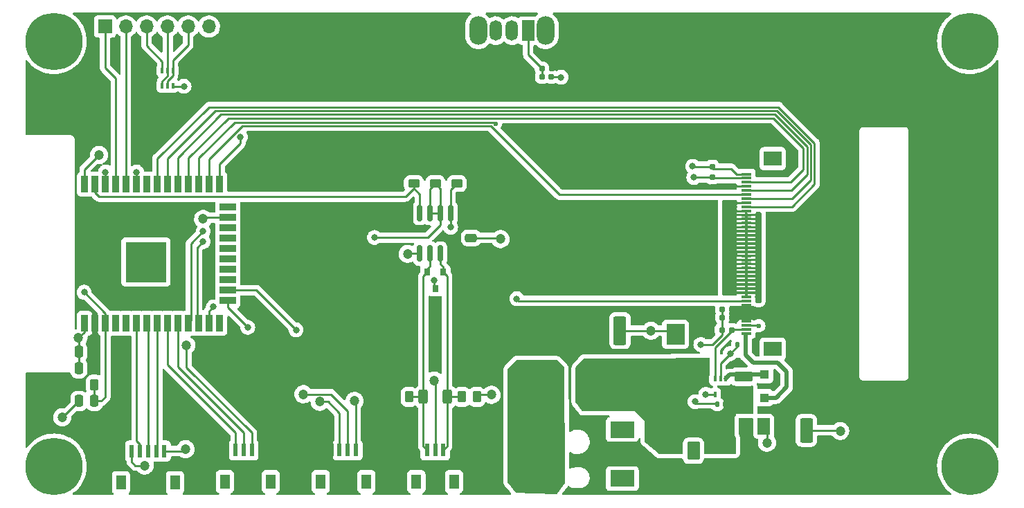
<source format=gtl>
G04 #@! TF.GenerationSoftware,KiCad,Pcbnew,(6.0.0)*
G04 #@! TF.CreationDate,2021-12-31T15:39:09+05:30*
G04 #@! TF.ProjectId,ESP32_BoardV1,45535033-325f-4426-9f61-726456312e6b,rev?*
G04 #@! TF.SameCoordinates,Original*
G04 #@! TF.FileFunction,Copper,L1,Top*
G04 #@! TF.FilePolarity,Positive*
%FSLAX46Y46*%
G04 Gerber Fmt 4.6, Leading zero omitted, Abs format (unit mm)*
G04 Created by KiCad (PCBNEW (6.0.0)) date 2021-12-31 15:39:09*
%MOMM*%
%LPD*%
G01*
G04 APERTURE LIST*
G04 Aperture macros list*
%AMRoundRect*
0 Rectangle with rounded corners*
0 $1 Rounding radius*
0 $2 $3 $4 $5 $6 $7 $8 $9 X,Y pos of 4 corners*
0 Add a 4 corners polygon primitive as box body*
4,1,4,$2,$3,$4,$5,$6,$7,$8,$9,$2,$3,0*
0 Add four circle primitives for the rounded corners*
1,1,$1+$1,$2,$3*
1,1,$1+$1,$4,$5*
1,1,$1+$1,$6,$7*
1,1,$1+$1,$8,$9*
0 Add four rect primitives between the rounded corners*
20,1,$1+$1,$2,$3,$4,$5,0*
20,1,$1+$1,$4,$5,$6,$7,0*
20,1,$1+$1,$6,$7,$8,$9,0*
20,1,$1+$1,$8,$9,$2,$3,0*%
G04 Aperture macros list end*
G04 #@! TA.AperFunction,SMDPad,CuDef*
%ADD10RoundRect,0.250000X0.250000X0.475000X-0.250000X0.475000X-0.250000X-0.475000X0.250000X-0.475000X0*%
G04 #@! TD*
G04 #@! TA.AperFunction,ComponentPad*
%ADD11C,0.800000*%
G04 #@! TD*
G04 #@! TA.AperFunction,ComponentPad*
%ADD12C,7.000000*%
G04 #@! TD*
G04 #@! TA.AperFunction,ComponentPad*
%ADD13R,1.700000X1.700000*%
G04 #@! TD*
G04 #@! TA.AperFunction,ComponentPad*
%ADD14O,1.700000X1.700000*%
G04 #@! TD*
G04 #@! TA.AperFunction,SMDPad,CuDef*
%ADD15R,0.400000X0.650000*%
G04 #@! TD*
G04 #@! TA.AperFunction,SMDPad,CuDef*
%ADD16RoundRect,0.250000X-0.312500X-0.625000X0.312500X-0.625000X0.312500X0.625000X-0.312500X0.625000X0*%
G04 #@! TD*
G04 #@! TA.AperFunction,SMDPad,CuDef*
%ADD17RoundRect,0.250000X-0.262500X-0.450000X0.262500X-0.450000X0.262500X0.450000X-0.262500X0.450000X0*%
G04 #@! TD*
G04 #@! TA.AperFunction,SMDPad,CuDef*
%ADD18R,0.900000X2.000000*%
G04 #@! TD*
G04 #@! TA.AperFunction,SMDPad,CuDef*
%ADD19R,2.000000X0.900000*%
G04 #@! TD*
G04 #@! TA.AperFunction,SMDPad,CuDef*
%ADD20R,5.000000X5.000000*%
G04 #@! TD*
G04 #@! TA.AperFunction,SMDPad,CuDef*
%ADD21RoundRect,0.155000X0.212500X0.155000X-0.212500X0.155000X-0.212500X-0.155000X0.212500X-0.155000X0*%
G04 #@! TD*
G04 #@! TA.AperFunction,SMDPad,CuDef*
%ADD22R,0.600000X1.550000*%
G04 #@! TD*
G04 #@! TA.AperFunction,SMDPad,CuDef*
%ADD23R,1.200000X1.800000*%
G04 #@! TD*
G04 #@! TA.AperFunction,SMDPad,CuDef*
%ADD24RoundRect,0.160000X0.197500X0.160000X-0.197500X0.160000X-0.197500X-0.160000X0.197500X-0.160000X0*%
G04 #@! TD*
G04 #@! TA.AperFunction,ComponentPad*
%ADD25O,2.200000X3.500000*%
G04 #@! TD*
G04 #@! TA.AperFunction,ComponentPad*
%ADD26R,1.500000X2.500000*%
G04 #@! TD*
G04 #@! TA.AperFunction,ComponentPad*
%ADD27O,1.500000X2.500000*%
G04 #@! TD*
G04 #@! TA.AperFunction,SMDPad,CuDef*
%ADD28R,2.300000X2.500000*%
G04 #@! TD*
G04 #@! TA.AperFunction,SMDPad,CuDef*
%ADD29RoundRect,0.250000X-0.550000X0.850000X-0.550000X-0.850000X0.550000X-0.850000X0.550000X0.850000X0*%
G04 #@! TD*
G04 #@! TA.AperFunction,SMDPad,CuDef*
%ADD30R,1.500000X2.000000*%
G04 #@! TD*
G04 #@! TA.AperFunction,SMDPad,CuDef*
%ADD31R,3.800000X2.000000*%
G04 #@! TD*
G04 #@! TA.AperFunction,SMDPad,CuDef*
%ADD32RoundRect,0.250000X0.550000X-1.250000X0.550000X1.250000X-0.550000X1.250000X-0.550000X-1.250000X0*%
G04 #@! TD*
G04 #@! TA.AperFunction,SMDPad,CuDef*
%ADD33R,1.300000X0.300000*%
G04 #@! TD*
G04 #@! TA.AperFunction,SMDPad,CuDef*
%ADD34R,2.200000X1.800000*%
G04 #@! TD*
G04 #@! TA.AperFunction,SMDPad,CuDef*
%ADD35RoundRect,0.160000X0.160000X-0.197500X0.160000X0.197500X-0.160000X0.197500X-0.160000X-0.197500X0*%
G04 #@! TD*
G04 #@! TA.AperFunction,SMDPad,CuDef*
%ADD36RoundRect,0.160000X-0.160000X0.197500X-0.160000X-0.197500X0.160000X-0.197500X0.160000X0.197500X0*%
G04 #@! TD*
G04 #@! TA.AperFunction,SMDPad,CuDef*
%ADD37RoundRect,0.250000X-0.475000X0.250000X-0.475000X-0.250000X0.475000X-0.250000X0.475000X0.250000X0*%
G04 #@! TD*
G04 #@! TA.AperFunction,SMDPad,CuDef*
%ADD38R,0.800000X0.900000*%
G04 #@! TD*
G04 #@! TA.AperFunction,SMDPad,CuDef*
%ADD39RoundRect,0.250000X-0.450000X0.262500X-0.450000X-0.262500X0.450000X-0.262500X0.450000X0.262500X0*%
G04 #@! TD*
G04 #@! TA.AperFunction,SMDPad,CuDef*
%ADD40RoundRect,0.150000X-0.150000X0.825000X-0.150000X-0.825000X0.150000X-0.825000X0.150000X0.825000X0*%
G04 #@! TD*
G04 #@! TA.AperFunction,SMDPad,CuDef*
%ADD41R,3.000000X2.000000*%
G04 #@! TD*
G04 #@! TA.AperFunction,SMDPad,CuDef*
%ADD42RoundRect,0.250000X0.375000X0.625000X-0.375000X0.625000X-0.375000X-0.625000X0.375000X-0.625000X0*%
G04 #@! TD*
G04 #@! TA.AperFunction,SMDPad,CuDef*
%ADD43RoundRect,0.140000X0.140000X0.170000X-0.140000X0.170000X-0.140000X-0.170000X0.140000X-0.170000X0*%
G04 #@! TD*
G04 #@! TA.AperFunction,SMDPad,CuDef*
%ADD44RoundRect,0.250000X0.550000X-1.500000X0.550000X1.500000X-0.550000X1.500000X-0.550000X-1.500000X0*%
G04 #@! TD*
G04 #@! TA.AperFunction,SMDPad,CuDef*
%ADD45R,1.100000X1.100000*%
G04 #@! TD*
G04 #@! TA.AperFunction,SMDPad,CuDef*
%ADD46RoundRect,0.250000X0.850000X-0.375000X0.850000X0.375000X-0.850000X0.375000X-0.850000X-0.375000X0*%
G04 #@! TD*
G04 #@! TA.AperFunction,SMDPad,CuDef*
%ADD47RoundRect,0.160000X-0.197500X-0.160000X0.197500X-0.160000X0.197500X0.160000X-0.197500X0.160000X0*%
G04 #@! TD*
G04 #@! TA.AperFunction,ViaPad*
%ADD48C,1.200000*%
G04 #@! TD*
G04 #@! TA.AperFunction,ViaPad*
%ADD49C,0.800000*%
G04 #@! TD*
G04 #@! TA.AperFunction,ViaPad*
%ADD50C,0.600000*%
G04 #@! TD*
G04 #@! TA.AperFunction,Conductor*
%ADD51C,0.250000*%
G04 #@! TD*
G04 #@! TA.AperFunction,Conductor*
%ADD52C,0.500000*%
G04 #@! TD*
G04 APERTURE END LIST*
D10*
X93950000Y-139000000D03*
X92050000Y-139000000D03*
X93950000Y-143000000D03*
X92050000Y-143000000D03*
X93950000Y-137000000D03*
X92050000Y-137000000D03*
D11*
X89000000Y-96375000D03*
X90856155Y-97143845D03*
X89000000Y-101625000D03*
X91625000Y-99000000D03*
X87143845Y-100856155D03*
D12*
X89000000Y-99000000D03*
D11*
X87143845Y-97143845D03*
X86375000Y-99000000D03*
X90856155Y-100856155D03*
X90856155Y-152856155D03*
X86375000Y-151000000D03*
X87143845Y-149143845D03*
D12*
X89000000Y-151000000D03*
D11*
X87143845Y-152856155D03*
X89000000Y-153625000D03*
X89000000Y-148375000D03*
X91625000Y-151000000D03*
X90856155Y-149143845D03*
X202856155Y-97143845D03*
X201000000Y-96375000D03*
D12*
X201000000Y-99000000D03*
D11*
X199143845Y-97143845D03*
X201000000Y-101625000D03*
X202856155Y-100856155D03*
X199143845Y-100856155D03*
X203625000Y-99000000D03*
X198375000Y-99000000D03*
D13*
X95250000Y-97200000D03*
D14*
X97790000Y-97200000D03*
X100330000Y-97200000D03*
X102870000Y-97200000D03*
X105410000Y-97200000D03*
X107950000Y-97200000D03*
D15*
X102250000Y-104450000D03*
X102900000Y-104450000D03*
X103550000Y-104450000D03*
X103550000Y-102550000D03*
X102900000Y-102550000D03*
X102250000Y-102550000D03*
D16*
X134162500Y-142500000D03*
X137087500Y-142500000D03*
D17*
X138887500Y-142500000D03*
X140712500Y-142500000D03*
D18*
X92745000Y-133500000D03*
X94015000Y-133500000D03*
X95285000Y-133500000D03*
X96555000Y-133500000D03*
X97825000Y-133500000D03*
X99095000Y-133500000D03*
X100365000Y-133500000D03*
X101635000Y-133500000D03*
X102905000Y-133500000D03*
X104175000Y-133500000D03*
X105445000Y-133500000D03*
X106715000Y-133500000D03*
X107985000Y-133500000D03*
X109255000Y-133500000D03*
D19*
X110255000Y-130715000D03*
X110255000Y-129445000D03*
X110255000Y-128175000D03*
X110255000Y-126905000D03*
X110255000Y-125635000D03*
X110255000Y-124365000D03*
X110255000Y-123095000D03*
X110255000Y-121825000D03*
X110255000Y-120555000D03*
X110255000Y-119285000D03*
D18*
X109255000Y-116500000D03*
X107985000Y-116500000D03*
X106715000Y-116500000D03*
X105445000Y-116500000D03*
X104175000Y-116500000D03*
X102905000Y-116500000D03*
X101635000Y-116500000D03*
X100365000Y-116500000D03*
X99095000Y-116500000D03*
X97825000Y-116500000D03*
X96555000Y-116500000D03*
X95285000Y-116500000D03*
X94015000Y-116500000D03*
X92745000Y-116500000D03*
D20*
X100245000Y-126000000D03*
D21*
X171867500Y-132800000D03*
X170732500Y-132800000D03*
D22*
X122916666Y-149000000D03*
X123916666Y-149000000D03*
X124916666Y-149000000D03*
X125916666Y-149000000D03*
D23*
X121616666Y-152875000D03*
X127216666Y-152875000D03*
D17*
X130587500Y-142500000D03*
X132412500Y-142500000D03*
D21*
X149837500Y-103352500D03*
X148702500Y-103352500D03*
D24*
X149867500Y-102352500D03*
X148672500Y-102352500D03*
D25*
X140900000Y-97702500D03*
X149100000Y-97702500D03*
D26*
X147000000Y-97702500D03*
D27*
X145000000Y-97702500D03*
X143000000Y-97702500D03*
D22*
X134625000Y-149000000D03*
X135625000Y-149000000D03*
X136625000Y-149000000D03*
D23*
X133325000Y-152875000D03*
X137925000Y-152875000D03*
D28*
X165000000Y-139150000D03*
X165000000Y-134850000D03*
D29*
X167200000Y-146100000D03*
X167200000Y-149100000D03*
D30*
X175800000Y-146100000D03*
X173500000Y-146100000D03*
D31*
X173500000Y-152400000D03*
D30*
X171200000Y-146100000D03*
D11*
X203625000Y-151000000D03*
X198375000Y-151000000D03*
D12*
X201000000Y-151000000D03*
D11*
X202856155Y-149143845D03*
X201000000Y-153625000D03*
X202856155Y-152856155D03*
X199143845Y-152856155D03*
X199143845Y-149143845D03*
X201000000Y-148375000D03*
D32*
X181000000Y-151000000D03*
X181000000Y-146600000D03*
D21*
X171867500Y-131800000D03*
X170732500Y-131800000D03*
D33*
X173650000Y-134750000D03*
X173650000Y-134250000D03*
X173650000Y-133750000D03*
X173650000Y-133250000D03*
X173650000Y-132750000D03*
X173650000Y-132250000D03*
X173650000Y-131750000D03*
X173650000Y-131250000D03*
X173650000Y-130750000D03*
X173650000Y-130250000D03*
X173650000Y-129750000D03*
X173650000Y-129250000D03*
X173650000Y-128750000D03*
X173650000Y-128250000D03*
X173650000Y-127750000D03*
X173650000Y-127250000D03*
X173650000Y-126750000D03*
X173650000Y-126250000D03*
X173650000Y-125750000D03*
X173650000Y-125250000D03*
X173650000Y-124750000D03*
X173650000Y-124250000D03*
X173650000Y-123750000D03*
X173650000Y-123250000D03*
X173650000Y-122750000D03*
X173650000Y-122250000D03*
X173650000Y-121750000D03*
X173650000Y-121250000D03*
X173650000Y-120750000D03*
X173650000Y-120250000D03*
X173650000Y-119750000D03*
X173650000Y-119250000D03*
X173650000Y-118750000D03*
X173650000Y-118250000D03*
X173650000Y-117750000D03*
X173650000Y-117250000D03*
X173650000Y-116750000D03*
X173650000Y-116250000D03*
X173650000Y-115750000D03*
X173650000Y-115250000D03*
D34*
X176900000Y-113350000D03*
X176900000Y-136650000D03*
D35*
X169500000Y-114347500D03*
X169500000Y-113152500D03*
D36*
X169500000Y-115652500D03*
X169500000Y-116847500D03*
D37*
X140000000Y-123050000D03*
X140000000Y-124950000D03*
D38*
X136575000Y-127250000D03*
X134675000Y-127250000D03*
X135625000Y-129250000D03*
D39*
X135625000Y-114587500D03*
X135625000Y-116412500D03*
X138250000Y-114587500D03*
X138250000Y-116412500D03*
D40*
X137530000Y-120025000D03*
X136260000Y-120025000D03*
X134990000Y-120025000D03*
X133720000Y-120025000D03*
X133720000Y-124975000D03*
X134990000Y-124975000D03*
X136260000Y-124975000D03*
X137530000Y-124975000D03*
D39*
X133000000Y-114587500D03*
X133000000Y-116412500D03*
D17*
X92087500Y-141000000D03*
X93912500Y-141000000D03*
D41*
X147500000Y-146500000D03*
X147500000Y-152500000D03*
X158500000Y-146500000D03*
X158500000Y-152500000D03*
D42*
X153400000Y-141000000D03*
X150600000Y-141000000D03*
D22*
X111208333Y-149000000D03*
X112208333Y-149000000D03*
X113208333Y-149000000D03*
X114208333Y-149000000D03*
D23*
X109908333Y-152875000D03*
X115508333Y-152875000D03*
D22*
X98500000Y-149125000D03*
X99500000Y-149125000D03*
X100500000Y-149125000D03*
X101500000Y-149125000D03*
X102500000Y-149125000D03*
D23*
X97200000Y-153000000D03*
X103800000Y-153000000D03*
D43*
X173560000Y-136100000D03*
X172600000Y-136100000D03*
D44*
X158200000Y-140000000D03*
X158200000Y-134400000D03*
D43*
X171080000Y-143400000D03*
X170120000Y-143400000D03*
D45*
X175900000Y-142600000D03*
X175900000Y-139800000D03*
D46*
X173300000Y-142175000D03*
X173300000Y-140025000D03*
D47*
X170670000Y-134300000D03*
X171865000Y-134300000D03*
D15*
X171150000Y-140300000D03*
X170500000Y-140300000D03*
X169850000Y-140300000D03*
X169850000Y-142200000D03*
X171150000Y-142200000D03*
D48*
X163600000Y-147500000D03*
X100100000Y-150900000D03*
X163300000Y-115100000D03*
X144100000Y-114000000D03*
D49*
X92700000Y-129700000D03*
X111800000Y-110700000D03*
X104900000Y-104500000D03*
X158500000Y-147000000D03*
X157500000Y-147000000D03*
X157500000Y-153000000D03*
X159500000Y-146000000D03*
X159500000Y-153000000D03*
X157500000Y-152000000D03*
X158500000Y-146000000D03*
X159500000Y-147000000D03*
X158500000Y-152000000D03*
X158500000Y-153000000D03*
X157500000Y-146000000D03*
X159500000Y-152000000D03*
X102250000Y-127000000D03*
X135500000Y-128250000D03*
X99250000Y-127000000D03*
X102250000Y-124000000D03*
X100250000Y-124000000D03*
D48*
X172000000Y-125000000D03*
D49*
X101250000Y-127000000D03*
X100250000Y-128000000D03*
X101250000Y-125000000D03*
X100250000Y-126000000D03*
X98250000Y-124000000D03*
X102250000Y-125000000D03*
D48*
X162000000Y-134400000D03*
X125750000Y-143000000D03*
X142500000Y-142250000D03*
D49*
X102250000Y-126000000D03*
X100250000Y-127000000D03*
X167400000Y-143100000D03*
X98250000Y-126000000D03*
D48*
X90000000Y-145000000D03*
X105100000Y-148900000D03*
X172000000Y-119250000D03*
D49*
X168100000Y-136100000D03*
D48*
X92000000Y-135300000D03*
D49*
X100250000Y-125000000D03*
X98250000Y-128000000D03*
X99250000Y-126000000D03*
X99250000Y-125000000D03*
X101250000Y-128000000D03*
X101250000Y-126000000D03*
X101250000Y-124000000D03*
D48*
X143600000Y-123200000D03*
D49*
X151000000Y-103400000D03*
X98250000Y-127000000D03*
D48*
X94500000Y-112900000D03*
D49*
X99250000Y-128000000D03*
D48*
X132250000Y-125000000D03*
D49*
X171700000Y-137200000D03*
X102250000Y-128000000D03*
D48*
X176200000Y-148100000D03*
D49*
X99250000Y-124000000D03*
X167000000Y-149100000D03*
D48*
X135500000Y-140500000D03*
X185150000Y-146670000D03*
D49*
X112700000Y-134000000D03*
X98250000Y-125000000D03*
D50*
X175200000Y-133800000D03*
D49*
X95300000Y-115000000D03*
X167100000Y-114300000D03*
D48*
X121500000Y-143099490D03*
X119500000Y-142174990D03*
D49*
X99100000Y-115000000D03*
X167252500Y-115652500D03*
X145600000Y-130500000D03*
X108500000Y-131500000D03*
D50*
X143000000Y-109073060D03*
D48*
X107250000Y-120750000D03*
X105200000Y-136200000D03*
D49*
X137500000Y-121750000D03*
X107250000Y-122250000D03*
X107250000Y-123500000D03*
X128200000Y-123000000D03*
X118600000Y-134300000D03*
X168700000Y-142200000D03*
D51*
X100100000Y-150900000D02*
X98951472Y-150900000D01*
X98500000Y-150448528D02*
X98500000Y-149125000D01*
X98951472Y-150900000D02*
X98500000Y-150448528D01*
X140000000Y-124950000D02*
X137555000Y-124950000D01*
X163300000Y-115100000D02*
X165047500Y-116847500D01*
X173650000Y-116750000D02*
X169597500Y-116750000D01*
X173650000Y-131750000D02*
X173650000Y-131250000D01*
X165047500Y-116847500D02*
X169500000Y-116847500D01*
X93950000Y-139000000D02*
X92087500Y-140862500D01*
X173650000Y-133250000D02*
X173650000Y-132750000D01*
X163300000Y-115100000D02*
X165247500Y-113152500D01*
X165247500Y-113152500D02*
X169500000Y-113152500D01*
X172000000Y-131800000D02*
X172000000Y-132800000D01*
X102250000Y-101450000D02*
X102250000Y-102550000D01*
X93912500Y-141000000D02*
X93912500Y-142962500D01*
X92700000Y-129700000D02*
X95285000Y-132285000D01*
X93950000Y-143000000D02*
X94800000Y-143000000D01*
X100330000Y-99530000D02*
X102250000Y-101450000D01*
X94800000Y-143000000D02*
X95285000Y-142515000D01*
X95285000Y-142515000D02*
X95285000Y-133500000D01*
X100330000Y-97200000D02*
X100330000Y-99530000D01*
X95285000Y-132285000D02*
X95285000Y-133500000D01*
X134162500Y-148537500D02*
X134625000Y-149000000D01*
X134162500Y-127762500D02*
X134675000Y-127250000D01*
X134990000Y-126510000D02*
X134990000Y-124975000D01*
X134162500Y-142500000D02*
X132412500Y-142500000D01*
X134675000Y-127250000D02*
X134675000Y-126825000D01*
X134675000Y-126825000D02*
X134990000Y-126510000D01*
X134162500Y-144750000D02*
X134162500Y-148537500D01*
X134162500Y-144750000D02*
X134162500Y-127762500D01*
X137087500Y-144750000D02*
X137087500Y-127762500D01*
X137087500Y-127762500D02*
X136575000Y-127250000D01*
X137087500Y-144750000D02*
X137087500Y-148537500D01*
X138887500Y-142500000D02*
X137087500Y-142500000D01*
X136260000Y-126260000D02*
X136260000Y-124975000D01*
X137087500Y-148537500D02*
X136625000Y-149000000D01*
X136575000Y-127250000D02*
X136575000Y-126575000D01*
X136575000Y-126575000D02*
X136260000Y-126260000D01*
X102250000Y-104450000D02*
X102250000Y-103875000D01*
X102250000Y-103875000D02*
X102900000Y-103225000D01*
X102900000Y-103225000D02*
X102900000Y-102550000D01*
X102900000Y-102550000D02*
X102900000Y-97230000D01*
X103550000Y-103210718D02*
X103550000Y-102550000D01*
X103550000Y-101350000D02*
X103550000Y-102550000D01*
X102900000Y-104450000D02*
X102900000Y-103860718D01*
X105410000Y-99490000D02*
X103550000Y-101350000D01*
X102900000Y-103860718D02*
X103550000Y-103210718D01*
X105410000Y-97200000D02*
X105410000Y-99490000D01*
X95250000Y-102250000D02*
X95250000Y-97200000D01*
X96555000Y-103555000D02*
X95250000Y-102250000D01*
X96555000Y-116500000D02*
X96555000Y-103555000D01*
X97790000Y-116465000D02*
X97790000Y-97200000D01*
X99095000Y-133500000D02*
X99095000Y-147905000D01*
X99095000Y-147905000D02*
X99500000Y-148310000D01*
X99500000Y-148310000D02*
X99500000Y-149125000D01*
X100500000Y-149125000D02*
X100500000Y-133635000D01*
X101635000Y-133500000D02*
X101635000Y-148990000D01*
X111800000Y-110700000D02*
X111800000Y-111500000D01*
X109255000Y-114045000D02*
X109255000Y-116500000D01*
X111800000Y-111500000D02*
X109255000Y-114045000D01*
X104900000Y-104500000D02*
X103600000Y-104500000D01*
X92050000Y-135350000D02*
X92000000Y-135300000D01*
X92745000Y-133500000D02*
X92745000Y-134555000D01*
X142500000Y-142250000D02*
X140962500Y-142250000D01*
X104875000Y-149125000D02*
X102500000Y-149125000D01*
X172500000Y-119750000D02*
X172000000Y-119250000D01*
X92745000Y-114655000D02*
X92745000Y-116500000D01*
X175200000Y-133800000D02*
X175150000Y-133750000D01*
X173650000Y-118750000D02*
X172500000Y-118750000D01*
X172600000Y-136300000D02*
X171700000Y-137200000D01*
X143450000Y-123050000D02*
X140000000Y-123050000D01*
X164550000Y-134400000D02*
X165000000Y-134850000D01*
X110255000Y-131555000D02*
X112700000Y-134000000D01*
X170500000Y-138400000D02*
X171700000Y-137200000D01*
X135625000Y-140625000D02*
X135500000Y-140500000D01*
X133720000Y-124975000D02*
X132275000Y-124975000D01*
X90050000Y-145000000D02*
X90000000Y-145000000D01*
X169561782Y-136100000D02*
X170732500Y-134929282D01*
X150952500Y-103352500D02*
X149837500Y-103352500D01*
X170500000Y-140300000D02*
X170500000Y-138400000D01*
X162000000Y-134400000D02*
X158200000Y-134400000D01*
X125916666Y-143166666D02*
X125916666Y-149000000D01*
X185080000Y-146600000D02*
X181000000Y-146600000D01*
X170120000Y-143300000D02*
X167600000Y-143300000D01*
X92050000Y-143000000D02*
X90050000Y-145000000D01*
X168100000Y-136100000D02*
X169561782Y-136100000D01*
X172500000Y-118750000D02*
X172000000Y-119250000D01*
X175150000Y-133750000D02*
X173650000Y-133750000D01*
X135500000Y-128250000D02*
X135500000Y-129125000D01*
X110255000Y-130715000D02*
X110255000Y-131555000D01*
X135625000Y-149000000D02*
X135625000Y-140625000D01*
X173650000Y-119750000D02*
X172500000Y-119750000D01*
X125750000Y-143000000D02*
X125916666Y-143166666D01*
X162000000Y-134400000D02*
X164550000Y-134400000D01*
X151000000Y-103400000D02*
X150952500Y-103352500D01*
X173650000Y-129750000D02*
X173650000Y-130250000D01*
X170732500Y-134929282D02*
X170732500Y-131800000D01*
X105100000Y-148900000D02*
X104875000Y-149125000D01*
X94500000Y-112900000D02*
X92745000Y-114655000D01*
X132275000Y-124975000D02*
X132250000Y-125000000D01*
X172600000Y-136100000D02*
X172600000Y-136300000D01*
X167600000Y-143300000D02*
X167400000Y-143100000D01*
X143600000Y-123200000D02*
X143450000Y-123050000D01*
X135500000Y-129125000D02*
X135625000Y-129250000D01*
X92745000Y-134555000D02*
X92000000Y-135300000D01*
X185150000Y-146670000D02*
X185080000Y-146600000D01*
X176200000Y-148100000D02*
X176200000Y-146500000D01*
X92050000Y-139000000D02*
X92050000Y-135350000D01*
X148702500Y-103352500D02*
X148702500Y-102785000D01*
X147000000Y-100680000D02*
X147000000Y-97702500D01*
X148702500Y-102785000D02*
X148702500Y-102382500D01*
X148672500Y-102352500D02*
X147000000Y-100680000D01*
X102905000Y-138605000D02*
X111208333Y-146908333D01*
X111208333Y-146908333D02*
X111208333Y-149000000D01*
X102905000Y-133500000D02*
X102905000Y-138605000D01*
X112208333Y-146871923D02*
X104175000Y-138838590D01*
X112208333Y-149000000D02*
X112208333Y-146871923D01*
X104175000Y-138838590D02*
X104175000Y-133500000D01*
X169500000Y-114347500D02*
X167147500Y-114347500D01*
X121500000Y-143099490D02*
X122499490Y-143099490D01*
X123916666Y-144516666D02*
X123916666Y-149000000D01*
X122499490Y-143099490D02*
X123916666Y-144516666D01*
X167147500Y-114347500D02*
X167100000Y-114300000D01*
X95300000Y-115000000D02*
X95285000Y-115015000D01*
X171847500Y-114597500D02*
X169500000Y-114597500D01*
X173650000Y-115250000D02*
X172500000Y-115250000D01*
X172500000Y-115250000D02*
X171847500Y-114597500D01*
X95285000Y-115015000D02*
X95285000Y-116500000D01*
X173650000Y-115750000D02*
X169597500Y-115750000D01*
X169500000Y-115652500D02*
X167252500Y-115652500D01*
X119500000Y-142174990D02*
X122874990Y-142174990D01*
X99100000Y-116495000D02*
X99095000Y-116500000D01*
X99100000Y-115000000D02*
X99100000Y-116495000D01*
X124916666Y-144216666D02*
X124916666Y-149000000D01*
X122874990Y-142174990D02*
X124916666Y-144216666D01*
X180651440Y-112058594D02*
X180651440Y-114698560D01*
X110300000Y-108400000D02*
X176992846Y-108400000D01*
X176992846Y-108400000D02*
X180651440Y-112058594D01*
X105445000Y-113255000D02*
X110300000Y-108400000D01*
X180651440Y-114698560D02*
X179100000Y-116250000D01*
X179100000Y-116250000D02*
X173650000Y-116250000D01*
X105445000Y-116500000D02*
X105445000Y-113255000D01*
X104175000Y-113225000D02*
X109449520Y-107950480D01*
X181100960Y-115299040D02*
X179150000Y-117250000D01*
X104175000Y-116500000D02*
X104175000Y-113225000D01*
X181100960Y-111872396D02*
X181100960Y-115299040D01*
X179150000Y-117250000D02*
X173650000Y-117250000D01*
X177179044Y-107950480D02*
X181100960Y-111872396D01*
X109449520Y-107950480D02*
X177179044Y-107950480D01*
X150793747Y-117750000D02*
X173650000Y-117750000D01*
X142393267Y-109349520D02*
X150793747Y-117750000D01*
X112025480Y-109349520D02*
X142393267Y-109349520D01*
X107985000Y-113390000D02*
X112025480Y-109349520D01*
X107985000Y-116500000D02*
X107985000Y-113390000D01*
X179250000Y-118250000D02*
X181550480Y-115949520D01*
X181550480Y-111686198D02*
X177365242Y-107500960D01*
X108749040Y-107500960D02*
X102905000Y-113345000D01*
X177365242Y-107500960D02*
X108749040Y-107500960D01*
X173650000Y-118250000D02*
X179250000Y-118250000D01*
X181550480Y-115949520D02*
X181550480Y-111686198D01*
X102905000Y-113345000D02*
X102905000Y-116500000D01*
X182000000Y-116500000D02*
X182000000Y-111450000D01*
X182000000Y-111450000D02*
X177601440Y-107051440D01*
X173650000Y-119250000D02*
X179250000Y-119250000D01*
X177601440Y-107051440D02*
X107948560Y-107051440D01*
X101635000Y-113365000D02*
X101635000Y-116500000D01*
X107948560Y-107051440D02*
X101635000Y-113365000D01*
X179250000Y-119250000D02*
X182000000Y-116500000D01*
X145600000Y-130500000D02*
X145850000Y-130750000D01*
X108500000Y-131500000D02*
X107985000Y-132015000D01*
X107985000Y-132015000D02*
X107985000Y-133500000D01*
X145850000Y-130750000D02*
X173650000Y-130750000D01*
X111100000Y-108900000D02*
X142826940Y-108900000D01*
X106715000Y-116500000D02*
X106715000Y-113285000D01*
X142826940Y-108900000D02*
X143000000Y-109073060D01*
X106715000Y-113285000D02*
X111100000Y-108900000D01*
X105200000Y-136200000D02*
X105200000Y-138900000D01*
X113208333Y-146908333D02*
X113208333Y-149000000D01*
X107445000Y-120555000D02*
X110255000Y-120555000D01*
X107250000Y-120750000D02*
X107445000Y-120555000D01*
X105200000Y-138900000D02*
X113208333Y-146908333D01*
X133720000Y-117720000D02*
X133000000Y-117000000D01*
X94015000Y-116500000D02*
X94015000Y-117515000D01*
X133720000Y-120025000D02*
X133720000Y-117720000D01*
X132000000Y-118000000D02*
X133000000Y-117000000D01*
X94500000Y-118000000D02*
X132000000Y-118000000D01*
X133000000Y-117000000D02*
X133000000Y-116412500D01*
X94015000Y-117515000D02*
X94500000Y-118000000D01*
X105750000Y-133195000D02*
X105445000Y-133500000D01*
X105750000Y-123750000D02*
X105750000Y-133195000D01*
X137500000Y-121750000D02*
X137500000Y-117162500D01*
X137500000Y-117162500D02*
X138250000Y-116412500D01*
X107250000Y-122250000D02*
X105750000Y-123750000D01*
X106500000Y-132579022D02*
X106715000Y-132794022D01*
X134990000Y-120025000D02*
X134990000Y-117047500D01*
X136260000Y-117047500D02*
X135625000Y-116412500D01*
X134990000Y-117047500D02*
X135625000Y-116412500D01*
X106500000Y-124250000D02*
X106500000Y-132579022D01*
X134700000Y-123000000D02*
X136260000Y-121440000D01*
X134990000Y-120025000D02*
X136260000Y-120025000D01*
X136260000Y-120025000D02*
X136260000Y-117047500D01*
X106715000Y-132794022D02*
X106715000Y-133500000D01*
X128200000Y-123000000D02*
X134700000Y-123000000D01*
X107250000Y-123500000D02*
X106500000Y-124250000D01*
X136260000Y-121440000D02*
X136260000Y-120025000D01*
X118600000Y-134300000D02*
X113745000Y-129445000D01*
X113745000Y-129445000D02*
X110255000Y-129445000D01*
X168700000Y-142200000D02*
X169850000Y-142200000D01*
X173650000Y-134250000D02*
X172047500Y-134250000D01*
X169850000Y-136447500D02*
X169850000Y-140300000D01*
X171997500Y-134300000D02*
X169850000Y-136447500D01*
X172047500Y-134250000D02*
X171997500Y-134300000D01*
X173680000Y-134780000D02*
X173650000Y-134750000D01*
D52*
X177300000Y-142600000D02*
X178600000Y-141300000D01*
X178600000Y-141300000D02*
X178600000Y-139400000D01*
X173600000Y-134849511D02*
X173650000Y-134849511D01*
X178600000Y-139400000D02*
X177500000Y-138300000D01*
X175900000Y-142600000D02*
X177300000Y-142600000D01*
X177500000Y-138300000D02*
X174500000Y-138300000D01*
X174500000Y-138300000D02*
X173600000Y-137400000D01*
X173600000Y-137400000D02*
X173600000Y-134849511D01*
X175900000Y-139800000D02*
X173425000Y-139800000D01*
D51*
X173425000Y-139800000D02*
X173200000Y-140025000D01*
D52*
X171650000Y-139800000D02*
X171150000Y-140300000D01*
X172975000Y-139800000D02*
X171650000Y-139800000D01*
D51*
X173200000Y-140025000D02*
X172975000Y-139800000D01*
G04 #@! TA.AperFunction,Conductor*
G36*
X139963275Y-95528002D02*
G01*
X140009768Y-95581658D01*
X140019872Y-95651932D01*
X139990378Y-95716512D01*
X139960990Y-95741432D01*
X139955842Y-95744587D01*
X139951624Y-95747172D01*
X139759102Y-95911602D01*
X139594672Y-96104124D01*
X139462384Y-96319998D01*
X139460491Y-96324568D01*
X139460489Y-96324572D01*
X139369342Y-96544621D01*
X139365495Y-96553909D01*
X139364340Y-96558721D01*
X139311443Y-96779055D01*
X139306391Y-96800097D01*
X139306003Y-96805031D01*
X139292034Y-96982522D01*
X139291500Y-96989301D01*
X139291500Y-98415699D01*
X139291693Y-98418148D01*
X139291693Y-98418155D01*
X139292368Y-98426731D01*
X139306391Y-98604903D01*
X139365495Y-98851091D01*
X139367388Y-98855662D01*
X139367389Y-98855664D01*
X139444228Y-99041169D01*
X139462384Y-99085002D01*
X139594672Y-99300876D01*
X139759102Y-99493398D01*
X139951624Y-99657828D01*
X140167498Y-99790116D01*
X140172068Y-99792009D01*
X140172072Y-99792011D01*
X140392481Y-99883307D01*
X140401409Y-99887005D01*
X140482950Y-99906581D01*
X140642784Y-99944954D01*
X140642790Y-99944955D01*
X140647597Y-99946109D01*
X140900000Y-99965974D01*
X141152403Y-99946109D01*
X141157210Y-99944955D01*
X141157216Y-99944954D01*
X141317050Y-99906581D01*
X141398591Y-99887005D01*
X141407519Y-99883307D01*
X141627928Y-99792011D01*
X141627932Y-99792009D01*
X141632502Y-99790116D01*
X141848376Y-99657828D01*
X142040898Y-99493398D01*
X142195383Y-99312520D01*
X142254834Y-99273711D01*
X142325828Y-99273205D01*
X142361466Y-99289767D01*
X142391262Y-99309790D01*
X142596967Y-99400088D01*
X142602418Y-99401397D01*
X142602422Y-99401398D01*
X142809954Y-99451222D01*
X142815411Y-99452532D01*
X142899475Y-99457379D01*
X143034083Y-99465140D01*
X143034086Y-99465140D01*
X143039690Y-99465463D01*
X143262715Y-99438475D01*
X143477435Y-99372418D01*
X143482415Y-99369848D01*
X143482419Y-99369846D01*
X143672081Y-99271954D01*
X143672082Y-99271954D01*
X143677064Y-99269382D01*
X143855292Y-99132623D01*
X143859063Y-99128478D01*
X143859067Y-99128475D01*
X143906480Y-99076369D01*
X143967121Y-99039446D01*
X144038096Y-99041169D01*
X144087358Y-99070683D01*
X144204799Y-99184492D01*
X144391262Y-99309790D01*
X144596967Y-99400088D01*
X144602418Y-99401397D01*
X144602422Y-99401398D01*
X144809954Y-99451222D01*
X144815411Y-99452532D01*
X144899475Y-99457379D01*
X145034083Y-99465140D01*
X145034086Y-99465140D01*
X145039690Y-99465463D01*
X145262715Y-99438475D01*
X145477435Y-99372418D01*
X145482415Y-99369848D01*
X145482419Y-99369846D01*
X145672081Y-99271954D01*
X145672082Y-99271954D01*
X145677064Y-99269382D01*
X145681513Y-99265968D01*
X145681518Y-99265965D01*
X145687014Y-99261748D01*
X145753234Y-99236148D01*
X145822783Y-99250413D01*
X145864542Y-99286144D01*
X145886739Y-99315761D01*
X146003295Y-99403115D01*
X146139684Y-99454245D01*
X146201866Y-99461000D01*
X146240500Y-99461000D01*
X146308621Y-99481002D01*
X146355114Y-99534658D01*
X146366500Y-99587000D01*
X146366500Y-100601233D01*
X146365973Y-100612416D01*
X146364298Y-100619909D01*
X146364547Y-100627835D01*
X146364547Y-100627836D01*
X146366438Y-100687986D01*
X146366500Y-100691945D01*
X146366500Y-100719856D01*
X146366997Y-100723790D01*
X146366997Y-100723791D01*
X146367005Y-100723856D01*
X146367938Y-100735693D01*
X146369327Y-100779889D01*
X146374978Y-100799339D01*
X146378987Y-100818700D01*
X146381526Y-100838797D01*
X146384445Y-100846168D01*
X146384445Y-100846170D01*
X146397804Y-100879912D01*
X146401649Y-100891142D01*
X146413982Y-100933593D01*
X146418015Y-100940412D01*
X146418017Y-100940417D01*
X146424293Y-100951028D01*
X146432988Y-100968776D01*
X146440448Y-100987617D01*
X146445110Y-100994033D01*
X146445110Y-100994034D01*
X146466436Y-101023387D01*
X146472952Y-101033307D01*
X146495458Y-101071362D01*
X146509779Y-101085683D01*
X146522619Y-101100716D01*
X146534528Y-101117107D01*
X146540634Y-101122158D01*
X146568605Y-101145298D01*
X146577384Y-101153288D01*
X147769596Y-102345500D01*
X147803622Y-102407812D01*
X147806501Y-102434595D01*
X147806501Y-102565936D01*
X147806764Y-102568795D01*
X147806764Y-102568803D01*
X147808921Y-102592278D01*
X147812866Y-102635219D01*
X147814865Y-102641597D01*
X147814865Y-102641598D01*
X147846549Y-102742700D01*
X147861252Y-102789618D01*
X147873070Y-102809131D01*
X147891248Y-102877759D01*
X147881098Y-102922034D01*
X147880843Y-102922455D01*
X147878572Y-102929702D01*
X147878571Y-102929704D01*
X147861143Y-102985316D01*
X147832819Y-103075699D01*
X147826500Y-103144468D01*
X147826500Y-103560532D01*
X147832819Y-103629301D01*
X147853141Y-103694148D01*
X147875430Y-103765271D01*
X147880843Y-103782545D01*
X147964034Y-103919910D01*
X148077590Y-104033466D01*
X148214955Y-104116657D01*
X148222202Y-104118928D01*
X148222204Y-104118929D01*
X148283921Y-104138270D01*
X148368199Y-104164681D01*
X148436968Y-104171000D01*
X148968032Y-104171000D01*
X149036801Y-104164681D01*
X149121079Y-104138270D01*
X149182796Y-104118929D01*
X149182798Y-104118928D01*
X149190045Y-104116657D01*
X149204730Y-104107763D01*
X149273358Y-104089585D01*
X149335270Y-104107763D01*
X149349955Y-104116657D01*
X149357202Y-104118928D01*
X149357204Y-104118929D01*
X149418921Y-104138270D01*
X149503199Y-104164681D01*
X149571968Y-104171000D01*
X150103032Y-104171000D01*
X150171801Y-104164681D01*
X150256079Y-104138270D01*
X150317796Y-104118929D01*
X150317798Y-104118928D01*
X150325045Y-104116657D01*
X150329747Y-104113810D01*
X150399178Y-104104132D01*
X150454770Y-104126835D01*
X150507703Y-104165293D01*
X150543248Y-104191118D01*
X150549276Y-104193802D01*
X150549278Y-104193803D01*
X150711681Y-104266109D01*
X150717712Y-104268794D01*
X150811112Y-104288647D01*
X150898056Y-104307128D01*
X150898061Y-104307128D01*
X150904513Y-104308500D01*
X151095487Y-104308500D01*
X151101939Y-104307128D01*
X151101944Y-104307128D01*
X151188888Y-104288647D01*
X151282288Y-104268794D01*
X151288319Y-104266109D01*
X151450722Y-104193803D01*
X151450724Y-104193802D01*
X151456752Y-104191118D01*
X151611253Y-104078866D01*
X151615675Y-104073955D01*
X151734621Y-103941852D01*
X151734622Y-103941851D01*
X151739040Y-103936944D01*
X151821009Y-103794970D01*
X151831223Y-103777279D01*
X151831224Y-103777278D01*
X151834527Y-103771556D01*
X151893542Y-103589928D01*
X151896730Y-103559601D01*
X151912814Y-103406565D01*
X151913504Y-103400000D01*
X151907113Y-103339195D01*
X151894232Y-103216635D01*
X151894232Y-103216633D01*
X151893542Y-103210072D01*
X151834527Y-103028444D01*
X151825246Y-103012368D01*
X151747529Y-102877759D01*
X151739040Y-102863056D01*
X151611253Y-102721134D01*
X151456752Y-102608882D01*
X151450724Y-102606198D01*
X151450722Y-102606197D01*
X151288319Y-102533891D01*
X151288318Y-102533891D01*
X151282288Y-102531206D01*
X151184484Y-102510417D01*
X151101944Y-102492872D01*
X151101939Y-102492872D01*
X151095487Y-102491500D01*
X150904513Y-102491500D01*
X150898061Y-102492872D01*
X150898056Y-102492872D01*
X150815516Y-102510417D01*
X150717712Y-102531206D01*
X150711682Y-102533891D01*
X150711681Y-102533891D01*
X150549278Y-102606197D01*
X150549276Y-102606198D01*
X150543248Y-102608882D01*
X150537907Y-102612762D01*
X150537906Y-102612763D01*
X150527194Y-102620546D01*
X150460327Y-102644404D01*
X150387862Y-102626386D01*
X150358959Y-102608882D01*
X150325045Y-102588343D01*
X150317798Y-102586072D01*
X150317796Y-102586071D01*
X150256079Y-102566730D01*
X150171801Y-102540319D01*
X150103032Y-102534000D01*
X149664500Y-102534000D01*
X149596379Y-102513998D01*
X149549886Y-102460342D01*
X149538500Y-102408000D01*
X149538499Y-102141947D01*
X149538499Y-102139064D01*
X149535580Y-102107285D01*
X149532745Y-102076435D01*
X149532134Y-102069781D01*
X149517944Y-102024500D01*
X149486020Y-101922631D01*
X149486019Y-101922629D01*
X149483748Y-101915382D01*
X149399930Y-101776982D01*
X149285518Y-101662570D01*
X149147118Y-101578752D01*
X149139871Y-101576481D01*
X149139869Y-101576480D01*
X149077715Y-101557002D01*
X148992719Y-101530366D01*
X148923437Y-101524000D01*
X148792095Y-101524000D01*
X148723974Y-101503998D01*
X148703000Y-101487095D01*
X147670405Y-100454500D01*
X147636379Y-100392188D01*
X147633500Y-100365405D01*
X147633500Y-99587000D01*
X147653502Y-99518879D01*
X147707158Y-99472386D01*
X147759500Y-99461000D01*
X147798134Y-99461000D01*
X147801529Y-99460631D01*
X147801533Y-99460631D01*
X147854586Y-99454868D01*
X147924469Y-99467397D01*
X147956760Y-99490655D01*
X147959102Y-99493398D01*
X148151624Y-99657828D01*
X148367498Y-99790116D01*
X148372068Y-99792009D01*
X148372072Y-99792011D01*
X148592481Y-99883307D01*
X148601409Y-99887005D01*
X148682950Y-99906581D01*
X148842784Y-99944954D01*
X148842790Y-99944955D01*
X148847597Y-99946109D01*
X149100000Y-99965974D01*
X149352403Y-99946109D01*
X149357210Y-99944955D01*
X149357216Y-99944954D01*
X149517050Y-99906581D01*
X149598591Y-99887005D01*
X149607519Y-99883307D01*
X149827928Y-99792011D01*
X149827932Y-99792009D01*
X149832502Y-99790116D01*
X150048376Y-99657828D01*
X150240898Y-99493398D01*
X150405328Y-99300876D01*
X150537616Y-99085002D01*
X150555773Y-99041169D01*
X150632611Y-98855664D01*
X150632612Y-98855662D01*
X150634505Y-98851091D01*
X150693609Y-98604903D01*
X150707632Y-98426731D01*
X150708307Y-98418155D01*
X150708307Y-98418148D01*
X150708500Y-98415699D01*
X150708500Y-96989301D01*
X150707967Y-96982522D01*
X150693997Y-96805031D01*
X150693609Y-96800097D01*
X150688558Y-96779055D01*
X150635660Y-96558721D01*
X150634505Y-96553909D01*
X150630658Y-96544621D01*
X150539511Y-96324572D01*
X150539509Y-96324568D01*
X150537616Y-96319998D01*
X150405328Y-96104124D01*
X150240898Y-95911602D01*
X150048376Y-95747172D01*
X150044158Y-95744587D01*
X150039010Y-95741432D01*
X149991379Y-95688784D01*
X149979773Y-95618743D01*
X150007877Y-95553545D01*
X150066768Y-95513892D01*
X150104846Y-95508000D01*
X198598797Y-95508000D01*
X198666918Y-95528002D01*
X198713411Y-95581658D01*
X198723515Y-95651932D01*
X198694021Y-95716512D01*
X198672858Y-95735936D01*
X198487711Y-95870453D01*
X198487705Y-95870458D01*
X198485230Y-95872256D01*
X198482944Y-95874285D01*
X198482941Y-95874288D01*
X198438253Y-95913964D01*
X198192017Y-96132583D01*
X198189938Y-96134828D01*
X198189931Y-96134835D01*
X197927694Y-96418026D01*
X197925608Y-96420279D01*
X197892836Y-96463455D01*
X197822712Y-96555840D01*
X197688544Y-96732599D01*
X197659964Y-96779055D01*
X197529101Y-96991771D01*
X197483089Y-97066562D01*
X197311203Y-97418980D01*
X197310131Y-97421864D01*
X197310130Y-97421865D01*
X197206019Y-97701811D01*
X197174527Y-97786489D01*
X197074367Y-98165581D01*
X197064981Y-98223534D01*
X197014692Y-98534025D01*
X197011677Y-98552638D01*
X197011483Y-98555718D01*
X197011483Y-98555720D01*
X197007978Y-98611440D01*
X196987057Y-98943965D01*
X196987165Y-98947054D01*
X196999911Y-99312045D01*
X197000741Y-99335827D01*
X197001147Y-99338871D01*
X197001148Y-99338881D01*
X197022639Y-99499948D01*
X197052599Y-99724484D01*
X197053299Y-99727468D01*
X197053300Y-99727474D01*
X197117992Y-100003288D01*
X197142136Y-100106225D01*
X197268496Y-100477407D01*
X197430475Y-100834487D01*
X197626525Y-101174056D01*
X197628314Y-101176554D01*
X197628316Y-101176558D01*
X197850639Y-101487095D01*
X197854776Y-101492874D01*
X197856802Y-101495189D01*
X197856805Y-101495192D01*
X197945470Y-101596473D01*
X198113049Y-101787896D01*
X198398878Y-102056308D01*
X198709536Y-102295546D01*
X198712139Y-102297173D01*
X198712144Y-102297176D01*
X198725784Y-102305699D01*
X199042056Y-102503328D01*
X199393266Y-102677670D01*
X199759812Y-102816907D01*
X200138195Y-102919712D01*
X200355144Y-102956406D01*
X200521783Y-102984591D01*
X200521786Y-102984591D01*
X200524805Y-102985102D01*
X200679444Y-102995916D01*
X200912885Y-103012240D01*
X200912893Y-103012240D01*
X200915951Y-103012454D01*
X201168037Y-103005413D01*
X201304825Y-103001592D01*
X201304828Y-103001592D01*
X201307899Y-103001506D01*
X201310952Y-103001120D01*
X201310956Y-103001120D01*
X201452576Y-102983229D01*
X201696908Y-102952362D01*
X201699912Y-102951680D01*
X201699915Y-102951679D01*
X202076269Y-102866174D01*
X202076275Y-102866172D01*
X202079265Y-102865493D01*
X202101345Y-102858148D01*
X202448396Y-102742700D01*
X202448402Y-102742698D01*
X202451320Y-102741727D01*
X202454130Y-102740476D01*
X202806722Y-102583492D01*
X202806728Y-102583489D01*
X202809522Y-102582245D01*
X202812191Y-102580729D01*
X203147784Y-102390086D01*
X203147790Y-102390083D01*
X203150452Y-102388570D01*
X203420834Y-102197836D01*
X203468342Y-102164323D01*
X203468346Y-102164320D01*
X203470855Y-102162550D01*
X203570621Y-102076435D01*
X203765347Y-101908353D01*
X203765351Y-101908349D01*
X203767674Y-101906344D01*
X204038074Y-101622395D01*
X204266711Y-101329752D01*
X204324412Y-101288386D01*
X204395317Y-101284783D01*
X204456914Y-101320086D01*
X204489647Y-101383087D01*
X204492000Y-101407325D01*
X204492000Y-148598205D01*
X204471998Y-148666326D01*
X204418342Y-148712819D01*
X204348068Y-148722923D01*
X204283488Y-148693429D01*
X204264583Y-148672976D01*
X204111933Y-148465926D01*
X204111931Y-148465923D01*
X204110111Y-148463455D01*
X203847744Y-148172068D01*
X203558195Y-147907673D01*
X203244228Y-147672795D01*
X203194362Y-147642595D01*
X202911467Y-147471267D01*
X202911458Y-147471262D01*
X202908839Y-147469676D01*
X202634629Y-147338297D01*
X202558001Y-147301583D01*
X202557999Y-147301582D01*
X202555229Y-147300255D01*
X202552339Y-147299203D01*
X202552334Y-147299201D01*
X202189674Y-147167204D01*
X202189671Y-147167203D01*
X202186775Y-147166149D01*
X201910563Y-147095229D01*
X201809977Y-147069403D01*
X201809974Y-147069402D01*
X201806993Y-147068637D01*
X201419508Y-147008651D01*
X201028018Y-146986764D01*
X201024939Y-146986893D01*
X201024936Y-146986893D01*
X200769188Y-146997612D01*
X200636261Y-147003183D01*
X200633217Y-147003611D01*
X200633215Y-147003611D01*
X200422778Y-147033186D01*
X200247976Y-147057753D01*
X199866869Y-147149953D01*
X199496579Y-147278902D01*
X199140638Y-147443369D01*
X198802446Y-147641785D01*
X198737650Y-147688862D01*
X198487711Y-147870453D01*
X198487705Y-147870458D01*
X198485230Y-147872256D01*
X198482944Y-147874285D01*
X198482941Y-147874288D01*
X198441401Y-147911169D01*
X198192017Y-148132583D01*
X198189938Y-148134828D01*
X198189931Y-148134835D01*
X197927694Y-148418026D01*
X197925608Y-148420279D01*
X197892836Y-148463455D01*
X197734364Y-148672234D01*
X197688544Y-148732599D01*
X197623857Y-148837746D01*
X197505890Y-149029500D01*
X197483089Y-149066562D01*
X197311203Y-149418980D01*
X197310131Y-149421864D01*
X197310130Y-149421865D01*
X197180702Y-149769886D01*
X197174527Y-149786489D01*
X197074367Y-150165581D01*
X197058136Y-150265791D01*
X197012217Y-150549305D01*
X197011677Y-150552638D01*
X197011483Y-150555718D01*
X197011483Y-150555720D01*
X196992263Y-150861225D01*
X196987057Y-150943965D01*
X196987165Y-150947054D01*
X196999925Y-151312447D01*
X197000741Y-151335827D01*
X197001147Y-151338871D01*
X197001148Y-151338881D01*
X197018226Y-151466869D01*
X197052599Y-151724484D01*
X197053299Y-151727468D01*
X197053300Y-151727474D01*
X197100316Y-151927927D01*
X197142136Y-152106225D01*
X197268496Y-152477407D01*
X197430475Y-152834487D01*
X197626525Y-153174056D01*
X197628314Y-153176554D01*
X197628316Y-153176558D01*
X197795063Y-153409467D01*
X197854776Y-153492874D01*
X197856802Y-153495189D01*
X197856805Y-153495192D01*
X197986742Y-153643617D01*
X198113049Y-153787896D01*
X198398878Y-154056308D01*
X198667326Y-154263040D01*
X198671392Y-154266171D01*
X198713159Y-154323582D01*
X198717258Y-154394460D01*
X198682386Y-154456303D01*
X198619615Y-154489474D01*
X198594514Y-154492000D01*
X151290485Y-154492000D01*
X151222364Y-154471998D01*
X151175871Y-154418342D01*
X151165767Y-154348068D01*
X151188584Y-154291890D01*
X151189480Y-154290659D01*
X151811771Y-153435008D01*
X151868014Y-153391681D01*
X151938753Y-153385640D01*
X151985770Y-153406909D01*
X151986036Y-153406485D01*
X151990785Y-153409464D01*
X151990789Y-153409467D01*
X152119229Y-153490036D01*
X152176344Y-153525864D01*
X152384783Y-153609656D01*
X152604767Y-153655213D01*
X152609378Y-153655479D01*
X152609379Y-153655479D01*
X152659952Y-153658395D01*
X152659956Y-153658395D01*
X152661775Y-153658500D01*
X153306999Y-153658500D01*
X153309786Y-153658251D01*
X153309792Y-153658251D01*
X153379929Y-153651991D01*
X153473762Y-153643617D01*
X153479176Y-153642136D01*
X153479181Y-153642135D01*
X153624205Y-153602460D01*
X153690451Y-153584337D01*
X153695509Y-153581925D01*
X153695513Y-153581923D01*
X153766352Y-153548134D01*
X156491500Y-153548134D01*
X156498255Y-153610316D01*
X156549385Y-153746705D01*
X156636739Y-153863261D01*
X156753295Y-153950615D01*
X156889684Y-154001745D01*
X156951866Y-154008500D01*
X160048134Y-154008500D01*
X160110316Y-154001745D01*
X160246705Y-153950615D01*
X160363261Y-153863261D01*
X160450615Y-153746705D01*
X160501745Y-153610316D01*
X160508500Y-153548134D01*
X160508500Y-151451866D01*
X160501745Y-151389684D01*
X160450615Y-151253295D01*
X160363261Y-151136739D01*
X160246705Y-151049385D01*
X160110316Y-150998255D01*
X160048134Y-150991500D01*
X156951866Y-150991500D01*
X156889684Y-150998255D01*
X156753295Y-151049385D01*
X156636739Y-151136739D01*
X156549385Y-151253295D01*
X156498255Y-151389684D01*
X156491500Y-151451866D01*
X156491500Y-153548134D01*
X153766352Y-153548134D01*
X153813042Y-153525864D01*
X153893218Y-153487622D01*
X154075654Y-153356529D01*
X154231992Y-153195201D01*
X154357290Y-153008738D01*
X154447588Y-152803033D01*
X154500032Y-152584589D01*
X154512963Y-152360310D01*
X154485975Y-152137285D01*
X154419918Y-151922565D01*
X154415591Y-151914180D01*
X154319454Y-151727919D01*
X154319454Y-151727918D01*
X154316882Y-151722936D01*
X154180123Y-151544708D01*
X154013964Y-151393515D01*
X154009217Y-151390537D01*
X154009214Y-151390535D01*
X153828405Y-151277115D01*
X153823656Y-151274136D01*
X153615217Y-151190344D01*
X153395233Y-151144787D01*
X153390622Y-151144521D01*
X153390621Y-151144521D01*
X153340048Y-151141605D01*
X153340044Y-151141605D01*
X153338225Y-151141500D01*
X152693001Y-151141500D01*
X152690214Y-151141749D01*
X152690208Y-151141749D01*
X152620071Y-151148009D01*
X152526238Y-151156383D01*
X152520824Y-151157864D01*
X152520819Y-151157865D01*
X152406262Y-151189205D01*
X152309549Y-151215663D01*
X152304491Y-151218075D01*
X152304487Y-151218077D01*
X152175253Y-151279719D01*
X152105158Y-151290992D01*
X152040094Y-151262579D01*
X152000721Y-151203500D01*
X151995012Y-151166887D01*
X151982312Y-149376115D01*
X152001831Y-149307854D01*
X152055155Y-149260981D01*
X152125356Y-149250379D01*
X152176438Y-149269264D01*
X152180174Y-149272120D01*
X152394109Y-149386831D01*
X152623631Y-149465862D01*
X152722978Y-149483022D01*
X152858926Y-149506504D01*
X152858932Y-149506505D01*
X152862836Y-149507179D01*
X152866797Y-149507359D01*
X152866798Y-149507359D01*
X152890506Y-149508436D01*
X152890525Y-149508436D01*
X152891925Y-149508500D01*
X153061001Y-149508500D01*
X153063509Y-149508298D01*
X153063514Y-149508298D01*
X153236924Y-149494346D01*
X153236929Y-149494345D01*
X153241965Y-149493940D01*
X153246873Y-149492734D01*
X153246876Y-149492734D01*
X153472792Y-149437244D01*
X153477706Y-149436037D01*
X153482358Y-149434062D01*
X153482362Y-149434061D01*
X153630813Y-149371047D01*
X153701156Y-149341188D01*
X153807026Y-149274518D01*
X153902288Y-149214528D01*
X153902291Y-149214526D01*
X153906567Y-149211833D01*
X153969350Y-149156483D01*
X154084858Y-149054650D01*
X154084861Y-149054647D01*
X154088655Y-149051302D01*
X154102122Y-149034907D01*
X154239526Y-148867628D01*
X154239528Y-148867625D01*
X154242734Y-148863722D01*
X154313036Y-148742931D01*
X154362299Y-148658290D01*
X154362300Y-148658288D01*
X154364841Y-148653922D01*
X154377088Y-148622017D01*
X154450020Y-148432022D01*
X154450021Y-148432018D01*
X154451833Y-148427298D01*
X154452868Y-148422345D01*
X154500440Y-148194631D01*
X154500440Y-148194627D01*
X154501474Y-148189680D01*
X154512486Y-147947183D01*
X154507963Y-147908088D01*
X154485167Y-147711071D01*
X154485166Y-147711067D01*
X154484585Y-147706044D01*
X154418490Y-147472468D01*
X154416356Y-147467892D01*
X154416354Y-147467886D01*
X154318038Y-147257046D01*
X154318036Y-147257042D01*
X154315901Y-147252464D01*
X154292288Y-147217718D01*
X154182302Y-147055881D01*
X154179456Y-147051693D01*
X154012668Y-146875319D01*
X153990765Y-146858573D01*
X153823846Y-146730953D01*
X153823842Y-146730950D01*
X153819826Y-146727880D01*
X153605891Y-146613169D01*
X153376369Y-146534138D01*
X153244496Y-146511360D01*
X153141074Y-146493496D01*
X153141068Y-146493495D01*
X153137164Y-146492821D01*
X153133203Y-146492641D01*
X153133202Y-146492641D01*
X153109494Y-146491564D01*
X153109475Y-146491564D01*
X153108075Y-146491500D01*
X152938999Y-146491500D01*
X152936491Y-146491702D01*
X152936486Y-146491702D01*
X152763076Y-146505654D01*
X152763071Y-146505655D01*
X152758035Y-146506060D01*
X152753127Y-146507266D01*
X152753124Y-146507266D01*
X152527208Y-146562756D01*
X152522294Y-146563963D01*
X152517642Y-146565938D01*
X152517638Y-146565939D01*
X152450827Y-146594299D01*
X152298844Y-146658812D01*
X152294559Y-146661510D01*
X152294554Y-146661513D01*
X152156067Y-146748723D01*
X152087766Y-146768098D01*
X152019832Y-146747470D01*
X151973835Y-146693388D01*
X151962928Y-146642997D01*
X151908365Y-138949705D01*
X151908365Y-138949692D01*
X151908353Y-138948062D01*
X151905260Y-138895576D01*
X151902384Y-138869687D01*
X151900284Y-138856872D01*
X151894870Y-138823832D01*
X151894869Y-138823830D01*
X151893879Y-138817786D01*
X151881548Y-138784727D01*
X151844920Y-138686526D01*
X151844919Y-138686524D01*
X151843348Y-138682312D01*
X151832595Y-138662619D01*
X151811478Y-138623948D01*
X151811477Y-138623946D01*
X151809322Y-138620000D01*
X151745734Y-138535058D01*
X151725371Y-138507856D01*
X151725367Y-138507852D01*
X151722674Y-138504254D01*
X150896115Y-137677695D01*
X150876769Y-137660316D01*
X150856932Y-137642497D01*
X150855672Y-137641365D01*
X150834698Y-137624462D01*
X150833324Y-137623471D01*
X150833308Y-137623459D01*
X150813108Y-137608893D01*
X150790576Y-137592645D01*
X150784950Y-137590075D01*
X150784947Y-137590074D01*
X150678584Y-137541500D01*
X150659050Y-137532579D01*
X150634600Y-137525400D01*
X150595252Y-137513846D01*
X150595248Y-137513845D01*
X150590929Y-137512577D01*
X150586481Y-137511937D01*
X150586474Y-137511936D01*
X150452258Y-137492639D01*
X150452251Y-137492638D01*
X150447810Y-137492000D01*
X145552190Y-137492000D01*
X145497896Y-137494910D01*
X145496225Y-137495090D01*
X145496208Y-137495091D01*
X145472793Y-137497608D01*
X145472778Y-137497610D01*
X145471113Y-137497789D01*
X145449568Y-137501280D01*
X145423530Y-137505499D01*
X145423526Y-137505500D01*
X145417417Y-137506490D01*
X145375344Y-137522183D01*
X145286157Y-137555449D01*
X145286155Y-137555450D01*
X145281943Y-137557021D01*
X145219631Y-137591047D01*
X145216031Y-137593742D01*
X145107487Y-137674998D01*
X145107483Y-137675002D01*
X145103885Y-137677695D01*
X144177695Y-138603885D01*
X144176567Y-138605141D01*
X144176562Y-138605146D01*
X144172956Y-138609160D01*
X144141365Y-138644328D01*
X144124462Y-138665302D01*
X144123471Y-138666676D01*
X144123459Y-138666692D01*
X144112196Y-138682312D01*
X144092645Y-138709424D01*
X144090075Y-138715050D01*
X144090074Y-138715053D01*
X144081485Y-138733861D01*
X144032579Y-138840950D01*
X144031311Y-138845269D01*
X144017011Y-138893971D01*
X144012577Y-138909071D01*
X144011937Y-138913519D01*
X144011936Y-138913526D01*
X143992639Y-139047742D01*
X143992638Y-139047749D01*
X143992000Y-139052190D01*
X143992000Y-152955802D01*
X143992681Y-152982097D01*
X143993356Y-152995120D01*
X143993417Y-152995903D01*
X143993419Y-152995935D01*
X143994778Y-153013390D01*
X143995396Y-153021331D01*
X144030656Y-153161558D01*
X144057592Y-153227247D01*
X144059869Y-153231116D01*
X144059872Y-153231122D01*
X144128649Y-153347984D01*
X144130930Y-153351859D01*
X144507950Y-153823134D01*
X144879273Y-154287288D01*
X144906209Y-154352977D01*
X144893355Y-154422800D01*
X144844792Y-154474590D01*
X144780884Y-154492000D01*
X138756175Y-154492000D01*
X138688054Y-154471998D01*
X138641561Y-154418342D01*
X138631457Y-154348068D01*
X138660951Y-154283488D01*
X138711946Y-154248018D01*
X138763295Y-154228768D01*
X138763296Y-154228767D01*
X138771705Y-154225615D01*
X138888261Y-154138261D01*
X138975615Y-154021705D01*
X139026745Y-153885316D01*
X139033500Y-153823134D01*
X139033500Y-151926866D01*
X139026745Y-151864684D01*
X138975615Y-151728295D01*
X138888261Y-151611739D01*
X138771705Y-151524385D01*
X138635316Y-151473255D01*
X138573134Y-151466500D01*
X137276866Y-151466500D01*
X137214684Y-151473255D01*
X137078295Y-151524385D01*
X136961739Y-151611739D01*
X136874385Y-151728295D01*
X136823255Y-151864684D01*
X136816500Y-151926866D01*
X136816500Y-153823134D01*
X136823255Y-153885316D01*
X136874385Y-154021705D01*
X136961739Y-154138261D01*
X137078295Y-154225615D01*
X137086704Y-154228767D01*
X137086705Y-154228768D01*
X137138054Y-154248018D01*
X137194819Y-154290659D01*
X137219519Y-154357221D01*
X137204312Y-154426570D01*
X137154026Y-154476688D01*
X137093825Y-154492000D01*
X134156175Y-154492000D01*
X134088054Y-154471998D01*
X134041561Y-154418342D01*
X134031457Y-154348068D01*
X134060951Y-154283488D01*
X134111946Y-154248018D01*
X134163295Y-154228768D01*
X134163296Y-154228767D01*
X134171705Y-154225615D01*
X134288261Y-154138261D01*
X134375615Y-154021705D01*
X134426745Y-153885316D01*
X134433500Y-153823134D01*
X134433500Y-151926866D01*
X134426745Y-151864684D01*
X134375615Y-151728295D01*
X134288261Y-151611739D01*
X134171705Y-151524385D01*
X134035316Y-151473255D01*
X133973134Y-151466500D01*
X132676866Y-151466500D01*
X132614684Y-151473255D01*
X132478295Y-151524385D01*
X132361739Y-151611739D01*
X132274385Y-151728295D01*
X132223255Y-151864684D01*
X132216500Y-151926866D01*
X132216500Y-153823134D01*
X132223255Y-153885316D01*
X132274385Y-154021705D01*
X132361739Y-154138261D01*
X132478295Y-154225615D01*
X132486704Y-154228767D01*
X132486705Y-154228768D01*
X132538054Y-154248018D01*
X132594819Y-154290659D01*
X132619519Y-154357221D01*
X132604312Y-154426570D01*
X132554026Y-154476688D01*
X132493825Y-154492000D01*
X128047841Y-154492000D01*
X127979720Y-154471998D01*
X127933227Y-154418342D01*
X127923123Y-154348068D01*
X127952617Y-154283488D01*
X128003612Y-154248018D01*
X128054961Y-154228768D01*
X128054962Y-154228767D01*
X128063371Y-154225615D01*
X128179927Y-154138261D01*
X128267281Y-154021705D01*
X128318411Y-153885316D01*
X128325166Y-153823134D01*
X128325166Y-151926866D01*
X128318411Y-151864684D01*
X128267281Y-151728295D01*
X128179927Y-151611739D01*
X128063371Y-151524385D01*
X127926982Y-151473255D01*
X127864800Y-151466500D01*
X126568532Y-151466500D01*
X126506350Y-151473255D01*
X126369961Y-151524385D01*
X126253405Y-151611739D01*
X126166051Y-151728295D01*
X126114921Y-151864684D01*
X126108166Y-151926866D01*
X126108166Y-153823134D01*
X126114921Y-153885316D01*
X126166051Y-154021705D01*
X126253405Y-154138261D01*
X126369961Y-154225615D01*
X126378370Y-154228767D01*
X126378371Y-154228768D01*
X126429720Y-154248018D01*
X126486485Y-154290659D01*
X126511185Y-154357221D01*
X126495978Y-154426570D01*
X126445692Y-154476688D01*
X126385491Y-154492000D01*
X122447841Y-154492000D01*
X122379720Y-154471998D01*
X122333227Y-154418342D01*
X122323123Y-154348068D01*
X122352617Y-154283488D01*
X122403612Y-154248018D01*
X122454961Y-154228768D01*
X122454962Y-154228767D01*
X122463371Y-154225615D01*
X122579927Y-154138261D01*
X122667281Y-154021705D01*
X122718411Y-153885316D01*
X122725166Y-153823134D01*
X122725166Y-151926866D01*
X122718411Y-151864684D01*
X122667281Y-151728295D01*
X122579927Y-151611739D01*
X122463371Y-151524385D01*
X122326982Y-151473255D01*
X122264800Y-151466500D01*
X120968532Y-151466500D01*
X120906350Y-151473255D01*
X120769961Y-151524385D01*
X120653405Y-151611739D01*
X120566051Y-151728295D01*
X120514921Y-151864684D01*
X120508166Y-151926866D01*
X120508166Y-153823134D01*
X120514921Y-153885316D01*
X120566051Y-154021705D01*
X120653405Y-154138261D01*
X120769961Y-154225615D01*
X120778370Y-154228767D01*
X120778371Y-154228768D01*
X120829720Y-154248018D01*
X120886485Y-154290659D01*
X120911185Y-154357221D01*
X120895978Y-154426570D01*
X120845692Y-154476688D01*
X120785491Y-154492000D01*
X116339508Y-154492000D01*
X116271387Y-154471998D01*
X116224894Y-154418342D01*
X116214790Y-154348068D01*
X116244284Y-154283488D01*
X116295279Y-154248018D01*
X116346628Y-154228768D01*
X116346629Y-154228767D01*
X116355038Y-154225615D01*
X116471594Y-154138261D01*
X116558948Y-154021705D01*
X116610078Y-153885316D01*
X116616833Y-153823134D01*
X116616833Y-151926866D01*
X116610078Y-151864684D01*
X116558948Y-151728295D01*
X116471594Y-151611739D01*
X116355038Y-151524385D01*
X116218649Y-151473255D01*
X116156467Y-151466500D01*
X114860199Y-151466500D01*
X114798017Y-151473255D01*
X114661628Y-151524385D01*
X114545072Y-151611739D01*
X114457718Y-151728295D01*
X114406588Y-151864684D01*
X114399833Y-151926866D01*
X114399833Y-153823134D01*
X114406588Y-153885316D01*
X114457718Y-154021705D01*
X114545072Y-154138261D01*
X114661628Y-154225615D01*
X114670037Y-154228767D01*
X114670038Y-154228768D01*
X114721387Y-154248018D01*
X114778152Y-154290659D01*
X114802852Y-154357221D01*
X114787645Y-154426570D01*
X114737359Y-154476688D01*
X114677158Y-154492000D01*
X110739508Y-154492000D01*
X110671387Y-154471998D01*
X110624894Y-154418342D01*
X110614790Y-154348068D01*
X110644284Y-154283488D01*
X110695279Y-154248018D01*
X110746628Y-154228768D01*
X110746629Y-154228767D01*
X110755038Y-154225615D01*
X110871594Y-154138261D01*
X110958948Y-154021705D01*
X111010078Y-153885316D01*
X111016833Y-153823134D01*
X111016833Y-151926866D01*
X111010078Y-151864684D01*
X110958948Y-151728295D01*
X110871594Y-151611739D01*
X110755038Y-151524385D01*
X110618649Y-151473255D01*
X110556467Y-151466500D01*
X109260199Y-151466500D01*
X109198017Y-151473255D01*
X109061628Y-151524385D01*
X108945072Y-151611739D01*
X108857718Y-151728295D01*
X108806588Y-151864684D01*
X108799833Y-151926866D01*
X108799833Y-153823134D01*
X108806588Y-153885316D01*
X108857718Y-154021705D01*
X108945072Y-154138261D01*
X109061628Y-154225615D01*
X109070037Y-154228767D01*
X109070038Y-154228768D01*
X109121387Y-154248018D01*
X109178152Y-154290659D01*
X109202852Y-154357221D01*
X109187645Y-154426570D01*
X109137359Y-154476688D01*
X109077158Y-154492000D01*
X104836273Y-154492000D01*
X104768152Y-154471998D01*
X104721659Y-154418342D01*
X104711555Y-154348068D01*
X104741049Y-154283488D01*
X104749943Y-154275204D01*
X104749731Y-154274992D01*
X104756081Y-154268642D01*
X104763261Y-154263261D01*
X104850615Y-154146705D01*
X104901745Y-154010316D01*
X104908500Y-153948134D01*
X104908500Y-152051866D01*
X104901745Y-151989684D01*
X104850615Y-151853295D01*
X104763261Y-151736739D01*
X104646705Y-151649385D01*
X104510316Y-151598255D01*
X104448134Y-151591500D01*
X103151866Y-151591500D01*
X103089684Y-151598255D01*
X102953295Y-151649385D01*
X102836739Y-151736739D01*
X102749385Y-151853295D01*
X102698255Y-151989684D01*
X102691500Y-152051866D01*
X102691500Y-153948134D01*
X102698255Y-154010316D01*
X102749385Y-154146705D01*
X102836739Y-154263261D01*
X102843919Y-154268642D01*
X102850269Y-154274992D01*
X102848187Y-154277074D01*
X102881803Y-154322022D01*
X102886835Y-154392840D01*
X102852781Y-154455137D01*
X102790453Y-154489133D01*
X102763727Y-154492000D01*
X98236273Y-154492000D01*
X98168152Y-154471998D01*
X98121659Y-154418342D01*
X98111555Y-154348068D01*
X98141049Y-154283488D01*
X98149943Y-154275204D01*
X98149731Y-154274992D01*
X98156081Y-154268642D01*
X98163261Y-154263261D01*
X98250615Y-154146705D01*
X98301745Y-154010316D01*
X98308500Y-153948134D01*
X98308500Y-152051866D01*
X98301745Y-151989684D01*
X98250615Y-151853295D01*
X98163261Y-151736739D01*
X98046705Y-151649385D01*
X97910316Y-151598255D01*
X97848134Y-151591500D01*
X96551866Y-151591500D01*
X96489684Y-151598255D01*
X96353295Y-151649385D01*
X96236739Y-151736739D01*
X96149385Y-151853295D01*
X96098255Y-151989684D01*
X96091500Y-152051866D01*
X96091500Y-153948134D01*
X96098255Y-154010316D01*
X96149385Y-154146705D01*
X96236739Y-154263261D01*
X96243919Y-154268642D01*
X96250269Y-154274992D01*
X96248187Y-154277074D01*
X96281803Y-154322022D01*
X96286835Y-154392840D01*
X96252781Y-154455137D01*
X96190453Y-154489133D01*
X96163727Y-154492000D01*
X91401033Y-154492000D01*
X91332912Y-154471998D01*
X91286419Y-154418342D01*
X91276315Y-154348068D01*
X91305809Y-154283488D01*
X91328402Y-154263040D01*
X91468342Y-154164323D01*
X91468346Y-154164320D01*
X91470855Y-154162550D01*
X91625701Y-154028891D01*
X91765347Y-153908353D01*
X91765351Y-153908349D01*
X91767674Y-153906344D01*
X91850168Y-153819717D01*
X92035957Y-153624618D01*
X92038074Y-153622395D01*
X92041731Y-153617715D01*
X92277565Y-153315860D01*
X92277567Y-153315857D01*
X92279475Y-153313415D01*
X92489574Y-152982354D01*
X92502987Y-152955802D01*
X92664977Y-152635113D01*
X92666363Y-152632370D01*
X92667473Y-152629509D01*
X92807041Y-152269681D01*
X92807044Y-152269672D01*
X92808156Y-152266805D01*
X92905661Y-151917581D01*
X92912772Y-151892114D01*
X92912773Y-151892112D01*
X92913600Y-151889148D01*
X92973551Y-151549153D01*
X92981156Y-151506022D01*
X92981156Y-151506019D01*
X92981688Y-151503004D01*
X92993245Y-151352799D01*
X93011619Y-151114013D01*
X93011619Y-151114002D01*
X93011769Y-151112059D01*
X93013334Y-151000000D01*
X93013028Y-150993730D01*
X93001721Y-150762562D01*
X92994180Y-150608367D01*
X92936901Y-150220473D01*
X92842043Y-149840019D01*
X92836238Y-149823715D01*
X92777989Y-149660134D01*
X92710512Y-149470637D01*
X92543564Y-149115854D01*
X92541997Y-149113225D01*
X92541992Y-149113216D01*
X92349967Y-148791093D01*
X92342791Y-148779055D01*
X92340977Y-148776595D01*
X92340972Y-148776587D01*
X92111933Y-148465926D01*
X92111931Y-148465923D01*
X92110111Y-148463455D01*
X91847744Y-148172068D01*
X91558195Y-147907673D01*
X91244228Y-147672795D01*
X91194362Y-147642595D01*
X90911467Y-147471267D01*
X90911458Y-147471262D01*
X90908839Y-147469676D01*
X90634629Y-147338297D01*
X90558001Y-147301583D01*
X90557999Y-147301582D01*
X90555229Y-147300255D01*
X90552339Y-147299203D01*
X90552334Y-147299201D01*
X90189674Y-147167204D01*
X90189671Y-147167203D01*
X90186775Y-147166149D01*
X89910563Y-147095229D01*
X89809977Y-147069403D01*
X89809974Y-147069402D01*
X89806993Y-147068637D01*
X89419508Y-147008651D01*
X89028018Y-146986764D01*
X89024939Y-146986893D01*
X89024936Y-146986893D01*
X88769188Y-146997612D01*
X88636261Y-147003183D01*
X88633217Y-147003611D01*
X88633215Y-147003611D01*
X88422778Y-147033186D01*
X88247976Y-147057753D01*
X87866869Y-147149953D01*
X87496579Y-147278902D01*
X87140638Y-147443369D01*
X86802446Y-147641785D01*
X86737650Y-147688862D01*
X86487711Y-147870453D01*
X86487705Y-147870458D01*
X86485230Y-147872256D01*
X86482944Y-147874285D01*
X86482941Y-147874288D01*
X86441401Y-147911169D01*
X86192017Y-148132583D01*
X86189938Y-148134828D01*
X86189931Y-148134835D01*
X85927694Y-148418026D01*
X85925608Y-148420279D01*
X85923756Y-148422719D01*
X85923745Y-148422732D01*
X85734363Y-148672234D01*
X85677245Y-148714401D01*
X85606397Y-148718994D01*
X85544313Y-148684555D01*
X85510704Y-148622017D01*
X85508000Y-148596055D01*
X85508000Y-139634000D01*
X85528002Y-139565879D01*
X85581658Y-139519386D01*
X85634000Y-139508000D01*
X90926092Y-139508000D01*
X90994213Y-139528002D01*
X91040706Y-139581658D01*
X91051419Y-139620999D01*
X91052474Y-139631166D01*
X91054655Y-139637702D01*
X91054655Y-139637704D01*
X91093819Y-139755091D01*
X91108450Y-139798946D01*
X91201522Y-139949348D01*
X91326697Y-140074305D01*
X91332927Y-140078145D01*
X91332928Y-140078146D01*
X91470090Y-140162694D01*
X91477262Y-140167115D01*
X91548399Y-140190710D01*
X91638611Y-140220632D01*
X91638613Y-140220632D01*
X91645139Y-140222797D01*
X91651975Y-140223497D01*
X91651978Y-140223498D01*
X91688717Y-140227262D01*
X91749600Y-140233500D01*
X92350400Y-140233500D01*
X92353646Y-140233163D01*
X92353650Y-140233163D01*
X92449308Y-140223238D01*
X92449312Y-140223237D01*
X92456166Y-140222526D01*
X92462702Y-140220345D01*
X92462704Y-140220345D01*
X92603822Y-140173264D01*
X92623946Y-140166550D01*
X92774348Y-140073478D01*
X92775835Y-140075881D01*
X92829629Y-140054115D01*
X92899392Y-140067295D01*
X92950954Y-140116099D01*
X92967945Y-140185033D01*
X92957626Y-140227176D01*
X92957885Y-140227262D01*
X92955580Y-140234210D01*
X92955580Y-140234211D01*
X92914566Y-140357867D01*
X92902203Y-140395139D01*
X92901503Y-140401975D01*
X92901502Y-140401978D01*
X92901112Y-140405786D01*
X92891500Y-140499600D01*
X92891500Y-141500400D01*
X92891837Y-141503646D01*
X92891837Y-141503650D01*
X92900063Y-141582928D01*
X92902474Y-141606166D01*
X92904655Y-141612702D01*
X92904655Y-141612704D01*
X92951958Y-141754486D01*
X92956173Y-141767120D01*
X92956173Y-141767122D01*
X92958450Y-141773946D01*
X92957282Y-141774336D01*
X92966953Y-141837240D01*
X92938092Y-141902106D01*
X92878743Y-141941070D01*
X92807750Y-141941763D01*
X92774017Y-141924537D01*
X92773303Y-141925695D01*
X92628968Y-141836725D01*
X92628966Y-141836724D01*
X92622738Y-141832885D01*
X92471546Y-141782737D01*
X92461389Y-141779368D01*
X92461387Y-141779368D01*
X92454861Y-141777203D01*
X92448025Y-141776503D01*
X92448022Y-141776502D01*
X92395032Y-141771073D01*
X92350400Y-141766500D01*
X91749600Y-141766500D01*
X91746354Y-141766837D01*
X91746350Y-141766837D01*
X91650692Y-141776762D01*
X91650688Y-141776763D01*
X91643834Y-141777474D01*
X91637298Y-141779655D01*
X91637296Y-141779655D01*
X91544196Y-141810716D01*
X91476054Y-141833450D01*
X91325652Y-141926522D01*
X91200695Y-142051697D01*
X91196855Y-142057927D01*
X91196854Y-142057928D01*
X91142659Y-142145849D01*
X91107885Y-142202262D01*
X91105581Y-142209209D01*
X91057310Y-142354743D01*
X91052203Y-142370139D01*
X91041500Y-142474600D01*
X91041500Y-143060405D01*
X91021498Y-143128526D01*
X91004595Y-143149501D01*
X90284831Y-143869264D01*
X90222519Y-143903289D01*
X90171155Y-143903747D01*
X90122033Y-143893976D01*
X90122031Y-143893976D01*
X90116366Y-143892849D01*
X90110591Y-143892773D01*
X90110587Y-143892773D01*
X90009118Y-143891445D01*
X89912655Y-143890183D01*
X89906958Y-143891162D01*
X89906957Y-143891162D01*
X89733740Y-143920926D01*
X89711870Y-143924684D01*
X89520734Y-143995198D01*
X89515773Y-143998150D01*
X89515772Y-143998150D01*
X89382680Y-144077332D01*
X89345649Y-144099363D01*
X89192478Y-144233690D01*
X89188911Y-144238215D01*
X89188906Y-144238220D01*
X89163534Y-144270405D01*
X89066351Y-144393681D01*
X88971492Y-144573978D01*
X88911078Y-144768543D01*
X88887132Y-144970859D01*
X88900457Y-145174151D01*
X88950605Y-145371610D01*
X89035898Y-145556624D01*
X89153479Y-145722997D01*
X89299410Y-145865157D01*
X89304206Y-145868362D01*
X89304209Y-145868364D01*
X89421145Y-145946498D01*
X89468803Y-145978342D01*
X89474106Y-145980620D01*
X89474109Y-145980622D01*
X89563115Y-146018862D01*
X89655987Y-146058763D01*
X89728817Y-146075243D01*
X89849055Y-146102450D01*
X89849060Y-146102451D01*
X89854692Y-146103725D01*
X89860463Y-146103952D01*
X89860465Y-146103952D01*
X89923470Y-146106427D01*
X90058263Y-146111723D01*
X90259883Y-146082490D01*
X90265347Y-146080635D01*
X90265352Y-146080634D01*
X90447327Y-146018862D01*
X90447332Y-146018860D01*
X90452799Y-146017004D01*
X90630551Y-145917458D01*
X90787186Y-145787186D01*
X90917458Y-145630551D01*
X91017004Y-145452799D01*
X91018860Y-145447332D01*
X91018862Y-145447327D01*
X91080634Y-145265352D01*
X91080635Y-145265347D01*
X91082490Y-145259883D01*
X91111723Y-145058263D01*
X91113249Y-145000000D01*
X91104573Y-144905578D01*
X91118259Y-144835914D01*
X91140949Y-144804956D01*
X91675499Y-144270405D01*
X91737812Y-144236380D01*
X91764595Y-144233500D01*
X92350400Y-144233500D01*
X92353646Y-144233163D01*
X92353650Y-144233163D01*
X92449308Y-144223238D01*
X92449312Y-144223237D01*
X92456166Y-144222526D01*
X92462702Y-144220345D01*
X92462704Y-144220345D01*
X92594806Y-144176272D01*
X92623946Y-144166550D01*
X92774348Y-144073478D01*
X92899305Y-143948303D01*
X92901906Y-143944084D01*
X92959030Y-143903583D01*
X93029953Y-143900351D01*
X93091365Y-143935976D01*
X93097922Y-143943530D01*
X93101522Y-143949348D01*
X93106704Y-143954521D01*
X93147452Y-143995198D01*
X93226697Y-144074305D01*
X93232927Y-144078145D01*
X93232928Y-144078146D01*
X93370090Y-144162694D01*
X93377262Y-144167115D01*
X93416483Y-144180124D01*
X93538611Y-144220632D01*
X93538613Y-144220632D01*
X93545139Y-144222797D01*
X93551975Y-144223497D01*
X93551978Y-144223498D01*
X93595031Y-144227909D01*
X93649600Y-144233500D01*
X94250400Y-144233500D01*
X94253646Y-144233163D01*
X94253650Y-144233163D01*
X94349308Y-144223238D01*
X94349312Y-144223237D01*
X94356166Y-144222526D01*
X94362702Y-144220345D01*
X94362704Y-144220345D01*
X94494806Y-144176272D01*
X94523946Y-144166550D01*
X94674348Y-144073478D01*
X94799305Y-143948303D01*
X94813864Y-143924684D01*
X94888275Y-143803968D01*
X94888276Y-143803966D01*
X94892115Y-143797738D01*
X94931760Y-143678211D01*
X94972190Y-143619851D01*
X95016201Y-143596881D01*
X95053593Y-143586018D01*
X95060412Y-143581985D01*
X95060417Y-143581983D01*
X95071028Y-143575707D01*
X95088776Y-143567012D01*
X95107617Y-143559552D01*
X95127029Y-143545449D01*
X95143387Y-143533564D01*
X95153307Y-143527048D01*
X95184535Y-143508580D01*
X95184538Y-143508578D01*
X95191362Y-143504542D01*
X95205683Y-143490221D01*
X95220717Y-143477380D01*
X95225653Y-143473794D01*
X95237107Y-143465472D01*
X95265298Y-143431395D01*
X95273288Y-143422616D01*
X95677247Y-143018657D01*
X95685537Y-143011113D01*
X95692018Y-143007000D01*
X95738659Y-142957332D01*
X95741413Y-142954491D01*
X95761135Y-142934769D01*
X95763612Y-142931576D01*
X95771317Y-142922555D01*
X95796159Y-142896100D01*
X95801586Y-142890321D01*
X95806957Y-142880551D01*
X95811346Y-142872568D01*
X95822202Y-142856041D01*
X95829757Y-142846302D01*
X95829758Y-142846300D01*
X95834614Y-142840040D01*
X95852174Y-142799460D01*
X95857391Y-142788812D01*
X95874875Y-142757009D01*
X95874876Y-142757007D01*
X95878695Y-142750060D01*
X95883733Y-142730437D01*
X95890137Y-142711734D01*
X95895033Y-142700420D01*
X95895033Y-142700419D01*
X95898181Y-142693145D01*
X95899420Y-142685322D01*
X95899423Y-142685312D01*
X95905099Y-142649476D01*
X95907505Y-142637856D01*
X95916528Y-142602711D01*
X95916528Y-142602710D01*
X95918500Y-142595030D01*
X95918500Y-142574776D01*
X95920051Y-142555065D01*
X95921980Y-142542886D01*
X95923220Y-142535057D01*
X95919059Y-142491038D01*
X95918500Y-142479181D01*
X95918500Y-135133830D01*
X95938502Y-135065709D01*
X95992158Y-135019216D01*
X96051317Y-135008015D01*
X96053480Y-135008132D01*
X96056866Y-135008500D01*
X97053134Y-135008500D01*
X97115316Y-135001745D01*
X97145771Y-134990328D01*
X97216577Y-134985145D01*
X97234224Y-134990326D01*
X97264684Y-135001745D01*
X97326866Y-135008500D01*
X98323134Y-135008500D01*
X98326520Y-135008132D01*
X98328683Y-135008015D01*
X98397786Y-135024302D01*
X98447114Y-135075364D01*
X98461500Y-135133830D01*
X98461500Y-147715500D01*
X98441498Y-147783621D01*
X98387842Y-147830114D01*
X98335500Y-147841500D01*
X98151866Y-147841500D01*
X98089684Y-147848255D01*
X97953295Y-147899385D01*
X97836739Y-147986739D01*
X97749385Y-148103295D01*
X97698255Y-148239684D01*
X97691500Y-148301866D01*
X97691500Y-149948134D01*
X97698255Y-150010316D01*
X97749385Y-150146705D01*
X97831358Y-150256081D01*
X97836739Y-150263261D01*
X97835135Y-150264463D01*
X97863621Y-150316630D01*
X97866500Y-150343413D01*
X97866500Y-150369761D01*
X97865973Y-150380944D01*
X97864298Y-150388437D01*
X97864547Y-150396363D01*
X97864547Y-150396364D01*
X97866438Y-150456514D01*
X97866500Y-150460473D01*
X97866500Y-150488384D01*
X97866997Y-150492318D01*
X97866997Y-150492319D01*
X97867005Y-150492384D01*
X97867938Y-150504221D01*
X97869327Y-150548417D01*
X97874978Y-150567867D01*
X97878987Y-150587228D01*
X97881526Y-150607325D01*
X97884445Y-150614696D01*
X97884445Y-150614698D01*
X97897804Y-150648440D01*
X97901649Y-150659670D01*
X97911771Y-150694511D01*
X97913982Y-150702121D01*
X97918015Y-150708940D01*
X97918017Y-150708945D01*
X97924293Y-150719556D01*
X97932988Y-150737304D01*
X97940448Y-150756145D01*
X97945110Y-150762561D01*
X97945110Y-150762562D01*
X97966436Y-150791915D01*
X97972952Y-150801835D01*
X97995458Y-150839890D01*
X98009779Y-150854211D01*
X98022619Y-150869244D01*
X98034528Y-150885635D01*
X98056370Y-150903704D01*
X98068593Y-150913816D01*
X98077374Y-150921806D01*
X98447826Y-151292259D01*
X98455359Y-151300537D01*
X98459472Y-151307018D01*
X98465251Y-151312445D01*
X98465253Y-151312447D01*
X98509107Y-151353627D01*
X98511951Y-151356383D01*
X98531702Y-151376135D01*
X98534899Y-151378615D01*
X98543919Y-151386318D01*
X98576151Y-151416586D01*
X98583097Y-151420405D01*
X98583100Y-151420407D01*
X98593906Y-151426348D01*
X98610425Y-151437199D01*
X98626431Y-151449614D01*
X98633700Y-151452759D01*
X98633704Y-151452762D01*
X98667009Y-151467174D01*
X98677659Y-151472391D01*
X98716412Y-151493695D01*
X98724087Y-151495666D01*
X98724088Y-151495666D01*
X98736034Y-151498733D01*
X98754739Y-151505137D01*
X98773327Y-151513181D01*
X98781150Y-151514420D01*
X98781160Y-151514423D01*
X98816996Y-151520099D01*
X98828616Y-151522505D01*
X98859956Y-151530551D01*
X98871442Y-151533500D01*
X98891696Y-151533500D01*
X98911406Y-151535051D01*
X98931415Y-151538220D01*
X98939307Y-151537474D01*
X98964939Y-151535051D01*
X98975434Y-151534059D01*
X98987291Y-151533500D01*
X99124986Y-151533500D01*
X99193107Y-151553502D01*
X99227882Y-151586779D01*
X99250145Y-151618280D01*
X99253479Y-151622997D01*
X99257613Y-151627024D01*
X99377609Y-151743919D01*
X99399410Y-151765157D01*
X99404206Y-151768362D01*
X99404209Y-151768364D01*
X99426940Y-151783552D01*
X99568803Y-151878342D01*
X99574106Y-151880620D01*
X99574109Y-151880622D01*
X99689698Y-151930283D01*
X99755987Y-151958763D01*
X99828817Y-151975243D01*
X99949055Y-152002450D01*
X99949060Y-152002451D01*
X99954692Y-152003725D01*
X99960463Y-152003952D01*
X99960465Y-152003952D01*
X100023470Y-152006427D01*
X100158263Y-152011723D01*
X100359883Y-151982490D01*
X100365347Y-151980635D01*
X100365352Y-151980634D01*
X100547327Y-151918862D01*
X100547332Y-151918860D01*
X100552799Y-151917004D01*
X100730551Y-151817458D01*
X100887186Y-151687186D01*
X101017458Y-151530551D01*
X101094338Y-151393272D01*
X101114180Y-151357842D01*
X101114181Y-151357840D01*
X101117004Y-151352799D01*
X101118860Y-151347332D01*
X101118862Y-151347327D01*
X101180634Y-151165352D01*
X101180635Y-151165347D01*
X101182490Y-151159883D01*
X101211723Y-150958263D01*
X101213249Y-150900000D01*
X101194608Y-150697126D01*
X101171361Y-150614698D01*
X101158388Y-150568702D01*
X101159148Y-150497710D01*
X101198169Y-150438398D01*
X101263061Y-150409598D01*
X101279657Y-150408500D01*
X101848134Y-150408500D01*
X101851531Y-150408131D01*
X101902466Y-150402598D01*
X101902468Y-150402598D01*
X101910316Y-150401745D01*
X101917709Y-150398973D01*
X101917711Y-150398973D01*
X101955771Y-150384705D01*
X102026578Y-150379522D01*
X102044229Y-150384705D01*
X102082289Y-150398973D01*
X102082291Y-150398973D01*
X102089684Y-150401745D01*
X102097532Y-150402598D01*
X102097534Y-150402598D01*
X102148469Y-150408131D01*
X102151866Y-150408500D01*
X102848134Y-150408500D01*
X102910316Y-150401745D01*
X103046705Y-150350615D01*
X103163261Y-150263261D01*
X103250615Y-150146705D01*
X103301745Y-150010316D01*
X103308500Y-149948134D01*
X103308500Y-149884500D01*
X103328502Y-149816379D01*
X103382158Y-149769886D01*
X103434500Y-149758500D01*
X104351225Y-149758500D01*
X104421227Y-149779735D01*
X104492123Y-149827106D01*
X104568803Y-149878342D01*
X104574106Y-149880620D01*
X104574109Y-149880622D01*
X104731247Y-149948134D01*
X104755987Y-149958763D01*
X104799854Y-149968689D01*
X104949055Y-150002450D01*
X104949060Y-150002451D01*
X104954692Y-150003725D01*
X104960463Y-150003952D01*
X104960465Y-150003952D01*
X105023470Y-150006427D01*
X105158263Y-150011723D01*
X105359883Y-149982490D01*
X105365347Y-149980635D01*
X105365352Y-149980634D01*
X105547327Y-149918862D01*
X105547332Y-149918860D01*
X105552799Y-149917004D01*
X105575702Y-149904178D01*
X105635777Y-149870534D01*
X105730551Y-149817458D01*
X105887186Y-149687186D01*
X106017458Y-149530551D01*
X106101776Y-149379991D01*
X106114180Y-149357842D01*
X106114181Y-149357840D01*
X106117004Y-149352799D01*
X106118860Y-149347332D01*
X106118862Y-149347327D01*
X106180634Y-149165352D01*
X106180635Y-149165347D01*
X106182490Y-149159883D01*
X106211723Y-148958263D01*
X106213249Y-148900000D01*
X106198018Y-148734234D01*
X106195137Y-148702880D01*
X106195136Y-148702877D01*
X106194608Y-148697126D01*
X106193040Y-148691566D01*
X106140875Y-148506606D01*
X106140874Y-148506604D01*
X106139307Y-148501047D01*
X106131560Y-148485336D01*
X106051756Y-148323510D01*
X106049201Y-148318329D01*
X106036908Y-148301866D01*
X105930758Y-148159715D01*
X105930758Y-148159714D01*
X105927305Y-148155091D01*
X105836184Y-148070859D01*
X105781943Y-148020719D01*
X105781940Y-148020717D01*
X105777703Y-148016800D01*
X105705287Y-147971109D01*
X105610288Y-147911169D01*
X105610283Y-147911167D01*
X105605404Y-147908088D01*
X105439425Y-147841869D01*
X105421549Y-147834737D01*
X105416180Y-147832595D01*
X105216366Y-147792849D01*
X105210592Y-147792773D01*
X105210588Y-147792773D01*
X105107452Y-147791424D01*
X105012655Y-147790183D01*
X105006958Y-147791162D01*
X105006957Y-147791162D01*
X104817567Y-147823705D01*
X104811870Y-147824684D01*
X104620734Y-147895198D01*
X104615773Y-147898150D01*
X104615772Y-147898150D01*
X104454800Y-147993919D01*
X104445649Y-147999363D01*
X104292478Y-148133690D01*
X104288911Y-148138215D01*
X104288906Y-148138220D01*
X104214752Y-148232285D01*
X104166351Y-148293681D01*
X104163662Y-148298792D01*
X104163660Y-148298795D01*
X104097698Y-148424168D01*
X104048279Y-148475140D01*
X103986190Y-148491500D01*
X103434500Y-148491500D01*
X103366379Y-148471498D01*
X103319886Y-148417842D01*
X103308500Y-148365500D01*
X103308500Y-148301866D01*
X103301745Y-148239684D01*
X103250615Y-148103295D01*
X103163261Y-147986739D01*
X103046705Y-147899385D01*
X102910316Y-147848255D01*
X102848134Y-147841500D01*
X102394500Y-147841500D01*
X102326379Y-147821498D01*
X102279886Y-147767842D01*
X102268500Y-147715500D01*
X102268500Y-139168594D01*
X102288502Y-139100473D01*
X102342158Y-139053980D01*
X102412432Y-139043876D01*
X102477012Y-139073370D01*
X102483595Y-139079499D01*
X110537928Y-147133832D01*
X110571954Y-147196144D01*
X110574833Y-147222927D01*
X110574833Y-147781587D01*
X110554831Y-147849708D01*
X110545231Y-147861620D01*
X110545072Y-147861739D01*
X110544238Y-147862852D01*
X110544233Y-147862858D01*
X110539898Y-147868642D01*
X110457718Y-147978295D01*
X110406588Y-148114684D01*
X110399833Y-148176866D01*
X110399833Y-149823134D01*
X110406588Y-149885316D01*
X110457718Y-150021705D01*
X110545072Y-150138261D01*
X110661628Y-150225615D01*
X110798017Y-150276745D01*
X110860199Y-150283500D01*
X111556467Y-150283500D01*
X111559864Y-150283131D01*
X111610799Y-150277598D01*
X111610801Y-150277598D01*
X111618649Y-150276745D01*
X111626042Y-150273973D01*
X111626044Y-150273973D01*
X111664104Y-150259705D01*
X111734911Y-150254522D01*
X111752562Y-150259705D01*
X111790622Y-150273973D01*
X111790624Y-150273973D01*
X111798017Y-150276745D01*
X111805865Y-150277598D01*
X111805867Y-150277598D01*
X111856802Y-150283131D01*
X111860199Y-150283500D01*
X112556467Y-150283500D01*
X112559864Y-150283131D01*
X112610799Y-150277598D01*
X112610801Y-150277598D01*
X112618649Y-150276745D01*
X112626042Y-150273973D01*
X112626044Y-150273973D01*
X112664104Y-150259705D01*
X112734911Y-150254522D01*
X112752562Y-150259705D01*
X112790622Y-150273973D01*
X112790624Y-150273973D01*
X112798017Y-150276745D01*
X112805865Y-150277598D01*
X112805867Y-150277598D01*
X112856802Y-150283131D01*
X112860199Y-150283500D01*
X113556467Y-150283500D01*
X113618649Y-150276745D01*
X113755038Y-150225615D01*
X113871594Y-150138261D01*
X113958948Y-150021705D01*
X114010078Y-149885316D01*
X114016833Y-149823134D01*
X114016833Y-148176866D01*
X114010078Y-148114684D01*
X113958948Y-147978295D01*
X113871594Y-147861739D01*
X113873198Y-147860537D01*
X113844712Y-147808370D01*
X113841833Y-147781587D01*
X113841833Y-146987100D01*
X113842360Y-146975917D01*
X113844035Y-146968424D01*
X113842824Y-146929883D01*
X113841895Y-146900347D01*
X113841833Y-146896388D01*
X113841833Y-146868477D01*
X113841328Y-146864477D01*
X113840395Y-146852634D01*
X113839255Y-146816362D01*
X113839006Y-146808443D01*
X113833355Y-146788991D01*
X113829347Y-146769639D01*
X113827800Y-146757396D01*
X113826807Y-146749536D01*
X113823889Y-146742165D01*
X113810533Y-146708430D01*
X113806688Y-146697203D01*
X113805580Y-146693388D01*
X113794351Y-146654740D01*
X113784040Y-146637305D01*
X113775345Y-146619557D01*
X113767885Y-146600716D01*
X113741897Y-146564946D01*
X113735381Y-146555026D01*
X113716913Y-146523798D01*
X113716911Y-146523795D01*
X113712875Y-146516971D01*
X113698554Y-146502650D01*
X113685713Y-146487616D01*
X113678464Y-146477639D01*
X113673805Y-146471226D01*
X113639728Y-146443035D01*
X113630949Y-146435045D01*
X109341754Y-142145849D01*
X118387132Y-142145849D01*
X118400457Y-142349141D01*
X118450605Y-142546600D01*
X118535898Y-142731614D01*
X118653479Y-142897987D01*
X118657613Y-142902014D01*
X118789413Y-143030408D01*
X118799410Y-143040147D01*
X118804206Y-143043352D01*
X118804209Y-143043354D01*
X118896261Y-143104861D01*
X118968803Y-143153332D01*
X118974106Y-143155610D01*
X118974109Y-143155612D01*
X119143465Y-143228373D01*
X119155987Y-143233753D01*
X119228817Y-143250233D01*
X119349055Y-143277440D01*
X119349060Y-143277441D01*
X119354692Y-143278715D01*
X119360463Y-143278942D01*
X119360465Y-143278942D01*
X119423470Y-143281417D01*
X119558263Y-143286713D01*
X119759883Y-143257480D01*
X119765347Y-143255625D01*
X119765352Y-143255624D01*
X119947327Y-143193852D01*
X119947332Y-143193850D01*
X119952799Y-143191994D01*
X119960253Y-143187820D01*
X120040682Y-143142777D01*
X120130551Y-143092448D01*
X120134994Y-143088753D01*
X120134998Y-143088750D01*
X120167236Y-143061937D01*
X120185116Y-143047066D01*
X120250279Y-143018885D01*
X120320334Y-143030408D01*
X120373039Y-143077976D01*
X120391415Y-143135698D01*
X120395800Y-143202595D01*
X120400457Y-143273641D01*
X120450605Y-143471100D01*
X120535898Y-143656114D01*
X120653479Y-143822487D01*
X120799410Y-143964647D01*
X120804206Y-143967852D01*
X120804209Y-143967854D01*
X120872149Y-144013250D01*
X120968803Y-144077832D01*
X120974106Y-144080110D01*
X120974109Y-144080112D01*
X121063115Y-144118352D01*
X121155987Y-144158253D01*
X121192655Y-144166550D01*
X121349055Y-144201940D01*
X121349060Y-144201941D01*
X121354692Y-144203215D01*
X121360463Y-144203442D01*
X121360465Y-144203442D01*
X121423470Y-144205917D01*
X121558263Y-144211213D01*
X121759883Y-144181980D01*
X121765347Y-144180125D01*
X121765352Y-144180124D01*
X121947327Y-144118352D01*
X121947332Y-144118350D01*
X121952799Y-144116494D01*
X121976586Y-144103173D01*
X122028133Y-144074305D01*
X122130551Y-144016948D01*
X122255358Y-143913147D01*
X122320522Y-143884966D01*
X122390577Y-143896490D01*
X122425022Y-143920926D01*
X123246261Y-144742165D01*
X123280287Y-144804477D01*
X123283166Y-144831260D01*
X123283166Y-147781587D01*
X123263164Y-147849708D01*
X123253564Y-147861620D01*
X123253405Y-147861739D01*
X123252571Y-147862852D01*
X123252566Y-147862858D01*
X123248231Y-147868642D01*
X123166051Y-147978295D01*
X123114921Y-148114684D01*
X123108166Y-148176866D01*
X123108166Y-149823134D01*
X123114921Y-149885316D01*
X123166051Y-150021705D01*
X123253405Y-150138261D01*
X123369961Y-150225615D01*
X123506350Y-150276745D01*
X123568532Y-150283500D01*
X124264800Y-150283500D01*
X124268197Y-150283131D01*
X124319132Y-150277598D01*
X124319134Y-150277598D01*
X124326982Y-150276745D01*
X124334375Y-150273973D01*
X124334377Y-150273973D01*
X124372437Y-150259705D01*
X124443244Y-150254522D01*
X124460895Y-150259705D01*
X124498955Y-150273973D01*
X124498957Y-150273973D01*
X124506350Y-150276745D01*
X124514198Y-150277598D01*
X124514200Y-150277598D01*
X124565135Y-150283131D01*
X124568532Y-150283500D01*
X125264800Y-150283500D01*
X125268197Y-150283131D01*
X125319132Y-150277598D01*
X125319134Y-150277598D01*
X125326982Y-150276745D01*
X125334375Y-150273973D01*
X125334377Y-150273973D01*
X125372437Y-150259705D01*
X125443244Y-150254522D01*
X125460895Y-150259705D01*
X125498955Y-150273973D01*
X125498957Y-150273973D01*
X125506350Y-150276745D01*
X125514198Y-150277598D01*
X125514200Y-150277598D01*
X125565135Y-150283131D01*
X125568532Y-150283500D01*
X126264800Y-150283500D01*
X126326982Y-150276745D01*
X126463371Y-150225615D01*
X126579927Y-150138261D01*
X126667281Y-150021705D01*
X126718411Y-149885316D01*
X126725166Y-149823134D01*
X126725166Y-148176866D01*
X126718411Y-148114684D01*
X126667281Y-147978295D01*
X126579927Y-147861739D01*
X126581531Y-147860537D01*
X126553045Y-147808370D01*
X126550166Y-147781587D01*
X126550166Y-143817128D01*
X126570168Y-143749007D01*
X126579292Y-143736559D01*
X126625348Y-143681183D01*
X126667458Y-143630551D01*
X126737904Y-143504761D01*
X126764180Y-143457842D01*
X126764181Y-143457840D01*
X126767004Y-143452799D01*
X126768860Y-143447332D01*
X126768862Y-143447327D01*
X126830634Y-143265352D01*
X126830635Y-143265347D01*
X126832490Y-143259883D01*
X126861723Y-143058263D01*
X126863249Y-143000000D01*
X126844608Y-142797126D01*
X126839718Y-142779786D01*
X126790875Y-142606606D01*
X126790874Y-142606604D01*
X126789307Y-142601047D01*
X126778680Y-142579496D01*
X126701756Y-142423510D01*
X126699201Y-142418329D01*
X126680796Y-142393681D01*
X126580758Y-142259715D01*
X126580758Y-142259714D01*
X126577305Y-142255091D01*
X126427703Y-142116800D01*
X126334396Y-142057928D01*
X126260288Y-142011169D01*
X126260283Y-142011167D01*
X126255404Y-142008088D01*
X126066180Y-141932595D01*
X125891663Y-141897881D01*
X125872032Y-141893976D01*
X125872031Y-141893976D01*
X125866366Y-141892849D01*
X125860592Y-141892773D01*
X125860588Y-141892773D01*
X125757452Y-141891424D01*
X125662655Y-141890183D01*
X125656958Y-141891162D01*
X125656957Y-141891162D01*
X125473602Y-141922668D01*
X125461870Y-141924684D01*
X125270734Y-141995198D01*
X125265773Y-141998150D01*
X125265772Y-141998150D01*
X125173780Y-142052880D01*
X125095649Y-142099363D01*
X124942478Y-142233690D01*
X124938911Y-142238215D01*
X124938906Y-142238220D01*
X124886612Y-142304555D01*
X124816351Y-142393681D01*
X124721492Y-142573978D01*
X124698049Y-142649476D01*
X124669202Y-142742381D01*
X124661078Y-142768543D01*
X124660400Y-142774275D01*
X124660397Y-142774287D01*
X124660217Y-142775811D01*
X124659931Y-142776481D01*
X124659198Y-142779930D01*
X124658520Y-142779786D01*
X124632345Y-142841108D01*
X124573595Y-142880970D01*
X124502621Y-142882741D01*
X124445996Y-142850092D01*
X123994700Y-142398795D01*
X123378642Y-141782737D01*
X123371102Y-141774451D01*
X123366990Y-141767972D01*
X123317338Y-141721346D01*
X123314497Y-141718592D01*
X123294760Y-141698855D01*
X123291563Y-141696375D01*
X123282541Y-141688670D01*
X123280485Y-141686739D01*
X123250311Y-141658404D01*
X123243365Y-141654585D01*
X123243362Y-141654583D01*
X123232556Y-141648642D01*
X123216037Y-141637791D01*
X123207506Y-141631174D01*
X123200031Y-141625376D01*
X123192762Y-141622231D01*
X123192758Y-141622228D01*
X123159453Y-141607816D01*
X123148803Y-141602599D01*
X123110050Y-141581295D01*
X123090427Y-141576257D01*
X123071724Y-141569853D01*
X123060410Y-141564957D01*
X123060409Y-141564957D01*
X123053135Y-141561809D01*
X123045312Y-141560570D01*
X123045302Y-141560567D01*
X123009466Y-141554891D01*
X122997846Y-141552485D01*
X122962701Y-141543462D01*
X122962700Y-141543462D01*
X122955020Y-141541490D01*
X122934766Y-141541490D01*
X122915055Y-141539939D01*
X122902876Y-141538010D01*
X122895047Y-141536770D01*
X122887155Y-141537516D01*
X122851029Y-141540931D01*
X122839171Y-141541490D01*
X120473663Y-141541490D01*
X120405542Y-141521488D01*
X120372705Y-141490879D01*
X120330758Y-141434705D01*
X120330757Y-141434704D01*
X120327305Y-141430081D01*
X120198532Y-141311044D01*
X120181943Y-141295709D01*
X120181940Y-141295707D01*
X120177703Y-141291790D01*
X120120897Y-141255948D01*
X120010288Y-141186159D01*
X120010283Y-141186157D01*
X120005404Y-141183078D01*
X119816180Y-141107585D01*
X119616366Y-141067839D01*
X119610592Y-141067763D01*
X119610588Y-141067763D01*
X119507452Y-141066414D01*
X119412655Y-141065173D01*
X119406958Y-141066152D01*
X119406957Y-141066152D01*
X119217567Y-141098695D01*
X119211870Y-141099674D01*
X119020734Y-141170188D01*
X119015773Y-141173140D01*
X119015772Y-141173140D01*
X118939148Y-141218727D01*
X118845649Y-141274353D01*
X118692478Y-141408680D01*
X118688911Y-141413205D01*
X118688906Y-141413210D01*
X118612828Y-141509715D01*
X118566351Y-141568671D01*
X118563662Y-141573782D01*
X118563660Y-141573785D01*
X118532426Y-141633152D01*
X118471492Y-141748968D01*
X118411078Y-141943533D01*
X118387132Y-142145849D01*
X109341754Y-142145849D01*
X105870405Y-138674500D01*
X105836379Y-138612188D01*
X105833500Y-138585405D01*
X105833500Y-137174095D01*
X105853502Y-137105974D01*
X105878931Y-137077221D01*
X105982748Y-136990877D01*
X105987186Y-136987186D01*
X106117458Y-136830551D01*
X106185024Y-136709904D01*
X106214180Y-136657842D01*
X106214181Y-136657840D01*
X106217004Y-136652799D01*
X106218860Y-136647332D01*
X106218862Y-136647327D01*
X106280634Y-136465352D01*
X106280635Y-136465347D01*
X106282490Y-136459883D01*
X106311723Y-136258263D01*
X106313249Y-136200000D01*
X106299285Y-136048022D01*
X106295137Y-136002880D01*
X106295136Y-136002877D01*
X106294608Y-135997126D01*
X106257904Y-135866986D01*
X106240875Y-135806606D01*
X106240874Y-135806604D01*
X106239307Y-135801047D01*
X106212816Y-135747327D01*
X106151756Y-135623510D01*
X106149201Y-135618329D01*
X106112197Y-135568774D01*
X106030758Y-135459715D01*
X106030758Y-135459714D01*
X106027305Y-135455091D01*
X105908457Y-135345229D01*
X105881943Y-135320719D01*
X105881940Y-135320717D01*
X105877703Y-135316800D01*
X105757665Y-135241062D01*
X105710726Y-135187795D01*
X105700037Y-135117608D01*
X105728991Y-135052784D01*
X105788396Y-135013904D01*
X105824900Y-135008500D01*
X105943134Y-135008500D01*
X106005316Y-135001745D01*
X106035771Y-134990328D01*
X106106577Y-134985145D01*
X106124224Y-134990326D01*
X106154684Y-135001745D01*
X106216866Y-135008500D01*
X107213134Y-135008500D01*
X107275316Y-135001745D01*
X107305771Y-134990328D01*
X107376577Y-134985145D01*
X107394224Y-134990326D01*
X107424684Y-135001745D01*
X107486866Y-135008500D01*
X108483134Y-135008500D01*
X108545316Y-135001745D01*
X108575771Y-134990328D01*
X108646577Y-134985145D01*
X108664224Y-134990326D01*
X108694684Y-135001745D01*
X108756866Y-135008500D01*
X109753134Y-135008500D01*
X109815316Y-135001745D01*
X109951705Y-134950615D01*
X110068261Y-134863261D01*
X110155615Y-134746705D01*
X110206745Y-134610316D01*
X110213500Y-134548134D01*
X110213500Y-132713594D01*
X110233502Y-132645473D01*
X110287158Y-132598980D01*
X110357432Y-132588876D01*
X110422012Y-132618370D01*
X110428595Y-132624499D01*
X111752878Y-133948782D01*
X111786904Y-134011094D01*
X111789092Y-134024703D01*
X111806458Y-134189928D01*
X111865473Y-134371556D01*
X111960960Y-134536944D01*
X111965378Y-134541851D01*
X111965379Y-134541852D01*
X112008235Y-134589448D01*
X112088747Y-134678866D01*
X112243248Y-134791118D01*
X112249276Y-134793802D01*
X112249278Y-134793803D01*
X112411681Y-134866109D01*
X112417712Y-134868794D01*
X112511112Y-134888647D01*
X112598056Y-134907128D01*
X112598061Y-134907128D01*
X112604513Y-134908500D01*
X112795487Y-134908500D01*
X112801939Y-134907128D01*
X112801944Y-134907128D01*
X112888888Y-134888647D01*
X112982288Y-134868794D01*
X112988319Y-134866109D01*
X113150722Y-134793803D01*
X113150724Y-134793802D01*
X113156752Y-134791118D01*
X113311253Y-134678866D01*
X113391765Y-134589448D01*
X113434621Y-134541852D01*
X113434622Y-134541851D01*
X113439040Y-134536944D01*
X113534527Y-134371556D01*
X113593542Y-134189928D01*
X113613504Y-134000000D01*
X113605382Y-133922721D01*
X113594232Y-133816635D01*
X113594232Y-133816633D01*
X113593542Y-133810072D01*
X113534527Y-133628444D01*
X113439040Y-133463056D01*
X113420504Y-133442469D01*
X113315675Y-133326045D01*
X113315674Y-133326044D01*
X113311253Y-133321134D01*
X113194823Y-133236542D01*
X113162094Y-133212763D01*
X113162093Y-133212762D01*
X113156752Y-133208882D01*
X113150724Y-133206198D01*
X113150722Y-133206197D01*
X112988319Y-133133891D01*
X112988318Y-133133891D01*
X112982288Y-133131206D01*
X112875381Y-133108482D01*
X112801944Y-133092872D01*
X112801939Y-133092872D01*
X112795487Y-133091500D01*
X112739595Y-133091500D01*
X112671474Y-133071498D01*
X112650500Y-133054595D01*
X111429025Y-131833120D01*
X111394999Y-131770808D01*
X111400064Y-131699993D01*
X111442611Y-131643157D01*
X111473888Y-131626044D01*
X111493295Y-131618768D01*
X111493296Y-131618767D01*
X111501705Y-131615615D01*
X111618261Y-131528261D01*
X111705615Y-131411705D01*
X111756745Y-131275316D01*
X111763500Y-131213134D01*
X111763500Y-130216866D01*
X111763132Y-130213480D01*
X111763015Y-130211317D01*
X111779302Y-130142214D01*
X111830364Y-130092886D01*
X111888830Y-130078500D01*
X113430406Y-130078500D01*
X113498527Y-130098502D01*
X113519501Y-130115405D01*
X117652878Y-134248783D01*
X117686904Y-134311095D01*
X117689093Y-134324706D01*
X117706458Y-134489928D01*
X117765473Y-134671556D01*
X117860960Y-134836944D01*
X117865378Y-134841851D01*
X117865379Y-134841852D01*
X117961076Y-134948134D01*
X117988747Y-134978866D01*
X118071992Y-135039347D01*
X118121565Y-135075364D01*
X118143248Y-135091118D01*
X118149276Y-135093802D01*
X118149278Y-135093803D01*
X118311681Y-135166109D01*
X118317712Y-135168794D01*
X118404239Y-135187186D01*
X118498056Y-135207128D01*
X118498061Y-135207128D01*
X118504513Y-135208500D01*
X118695487Y-135208500D01*
X118701939Y-135207128D01*
X118701944Y-135207128D01*
X118795761Y-135187186D01*
X118882288Y-135168794D01*
X118888319Y-135166109D01*
X119050722Y-135093803D01*
X119050724Y-135093802D01*
X119056752Y-135091118D01*
X119078436Y-135075364D01*
X119128008Y-135039347D01*
X119211253Y-134978866D01*
X119238924Y-134948134D01*
X119334621Y-134841852D01*
X119334622Y-134841851D01*
X119339040Y-134836944D01*
X119434527Y-134671556D01*
X119493542Y-134489928D01*
X119513504Y-134300000D01*
X119493542Y-134110072D01*
X119434527Y-133928444D01*
X119339040Y-133763056D01*
X119310162Y-133730983D01*
X119215675Y-133626045D01*
X119215674Y-133626044D01*
X119211253Y-133621134D01*
X119067650Y-133516800D01*
X119062094Y-133512763D01*
X119062093Y-133512762D01*
X119056752Y-133508882D01*
X119050724Y-133506198D01*
X119050722Y-133506197D01*
X118888319Y-133433891D01*
X118888318Y-133433891D01*
X118882288Y-133431206D01*
X118773527Y-133408088D01*
X118701944Y-133392872D01*
X118701939Y-133392872D01*
X118695487Y-133391500D01*
X118639594Y-133391500D01*
X118571473Y-133371498D01*
X118550499Y-133354595D01*
X116412671Y-131216766D01*
X114248652Y-129052747D01*
X114241112Y-129044461D01*
X114237000Y-129037982D01*
X114187348Y-128991356D01*
X114184507Y-128988602D01*
X114164770Y-128968865D01*
X114161573Y-128966385D01*
X114152551Y-128958680D01*
X114126100Y-128933841D01*
X114120321Y-128928414D01*
X114113375Y-128924595D01*
X114113372Y-128924593D01*
X114102566Y-128918652D01*
X114086047Y-128907801D01*
X114083979Y-128906197D01*
X114070041Y-128895386D01*
X114062772Y-128892241D01*
X114062768Y-128892238D01*
X114029463Y-128877826D01*
X114018813Y-128872609D01*
X113980060Y-128851305D01*
X113960437Y-128846267D01*
X113941734Y-128839863D01*
X113930420Y-128834967D01*
X113930419Y-128834967D01*
X113923145Y-128831819D01*
X113915322Y-128830580D01*
X113915312Y-128830577D01*
X113879476Y-128824901D01*
X113867856Y-128822495D01*
X113832711Y-128813472D01*
X113832710Y-128813472D01*
X113825030Y-128811500D01*
X113804776Y-128811500D01*
X113785065Y-128809949D01*
X113772886Y-128808020D01*
X113765057Y-128806780D01*
X113757165Y-128807526D01*
X113721039Y-128810941D01*
X113709181Y-128811500D01*
X111888830Y-128811500D01*
X111820709Y-128791498D01*
X111774216Y-128737842D01*
X111763015Y-128678683D01*
X111763132Y-128676520D01*
X111763500Y-128673134D01*
X111763500Y-127676866D01*
X111756745Y-127614684D01*
X111745328Y-127584229D01*
X111740145Y-127513423D01*
X111745326Y-127495776D01*
X111756745Y-127465316D01*
X111763500Y-127403134D01*
X111763500Y-126406866D01*
X111756745Y-126344684D01*
X111745328Y-126314229D01*
X111740145Y-126243423D01*
X111745326Y-126225776D01*
X111756745Y-126195316D01*
X111763500Y-126133134D01*
X111763500Y-125136866D01*
X111756745Y-125074684D01*
X111745328Y-125044229D01*
X111740145Y-124973423D01*
X111745326Y-124955776D01*
X111756745Y-124925316D01*
X111763500Y-124863134D01*
X111763500Y-123866866D01*
X111756745Y-123804684D01*
X111745328Y-123774229D01*
X111740145Y-123703423D01*
X111745326Y-123685776D01*
X111756745Y-123655316D01*
X111763500Y-123593134D01*
X111763500Y-122596866D01*
X111756745Y-122534684D01*
X111745328Y-122504229D01*
X111740145Y-122433423D01*
X111745326Y-122415776D01*
X111756745Y-122385316D01*
X111763500Y-122323134D01*
X111763500Y-121326866D01*
X111756745Y-121264684D01*
X111745328Y-121234229D01*
X111740145Y-121163423D01*
X111745326Y-121145776D01*
X111756745Y-121115316D01*
X111763500Y-121053134D01*
X111763500Y-120056866D01*
X111756745Y-119994684D01*
X111745328Y-119964229D01*
X111740145Y-119893423D01*
X111745326Y-119875776D01*
X111756745Y-119845316D01*
X111763500Y-119783134D01*
X111763500Y-118786866D01*
X111762006Y-118773109D01*
X111774531Y-118703229D01*
X111822851Y-118651212D01*
X111887268Y-118633500D01*
X131921233Y-118633500D01*
X131932416Y-118634027D01*
X131939909Y-118635702D01*
X131947835Y-118635453D01*
X131947836Y-118635453D01*
X132007986Y-118633562D01*
X132011945Y-118633500D01*
X132039856Y-118633500D01*
X132043791Y-118633003D01*
X132043856Y-118632995D01*
X132055693Y-118632062D01*
X132087951Y-118631048D01*
X132091970Y-118630922D01*
X132099889Y-118630673D01*
X132119343Y-118625021D01*
X132138700Y-118621013D01*
X132150930Y-118619468D01*
X132150931Y-118619468D01*
X132158797Y-118618474D01*
X132166168Y-118615555D01*
X132166170Y-118615555D01*
X132199912Y-118602196D01*
X132211142Y-118598351D01*
X132245983Y-118588229D01*
X132245984Y-118588229D01*
X132253593Y-118586018D01*
X132260412Y-118581985D01*
X132260417Y-118581983D01*
X132271028Y-118575707D01*
X132288776Y-118567012D01*
X132307617Y-118559552D01*
X132343387Y-118533564D01*
X132353307Y-118527048D01*
X132384535Y-118508580D01*
X132384538Y-118508578D01*
X132391362Y-118504542D01*
X132405683Y-118490221D01*
X132420717Y-118477380D01*
X132422431Y-118476135D01*
X132437107Y-118465472D01*
X132465298Y-118431395D01*
X132473288Y-118422616D01*
X132871405Y-118024499D01*
X132933717Y-117990473D01*
X133004532Y-117995538D01*
X133061368Y-118038085D01*
X133086179Y-118104605D01*
X133086500Y-118113594D01*
X133086500Y-118700050D01*
X133066498Y-118768171D01*
X133055941Y-118781271D01*
X133056011Y-118781325D01*
X133051156Y-118787584D01*
X133045547Y-118793193D01*
X133041511Y-118800017D01*
X133041509Y-118800020D01*
X132977893Y-118907589D01*
X132960855Y-118936399D01*
X132914438Y-119096169D01*
X132911500Y-119133498D01*
X132911500Y-120916502D01*
X132914438Y-120953831D01*
X132960855Y-121113601D01*
X132964890Y-121120423D01*
X132964892Y-121120427D01*
X133041509Y-121249980D01*
X133041511Y-121249983D01*
X133045547Y-121256807D01*
X133163193Y-121374453D01*
X133170017Y-121378489D01*
X133170020Y-121378491D01*
X133277589Y-121442107D01*
X133306399Y-121459145D01*
X133314010Y-121461356D01*
X133314012Y-121461357D01*
X133337849Y-121468282D01*
X133466169Y-121505562D01*
X133472574Y-121506066D01*
X133472579Y-121506067D01*
X133501042Y-121508307D01*
X133501050Y-121508307D01*
X133503498Y-121508500D01*
X133936502Y-121508500D01*
X133938950Y-121508307D01*
X133938958Y-121508307D01*
X133967421Y-121506067D01*
X133967426Y-121506066D01*
X133973831Y-121505562D01*
X134102151Y-121468282D01*
X134125988Y-121461357D01*
X134125990Y-121461356D01*
X134133601Y-121459145D01*
X134276807Y-121374453D01*
X134279489Y-121371771D01*
X134343861Y-121346498D01*
X134413484Y-121360400D01*
X134429312Y-121370572D01*
X134433193Y-121374453D01*
X134576399Y-121459145D01*
X134584010Y-121461356D01*
X134584012Y-121461357D01*
X134607849Y-121468282D01*
X134736169Y-121505562D01*
X134742574Y-121506066D01*
X134742579Y-121506067D01*
X134771042Y-121508307D01*
X134771050Y-121508307D01*
X134773498Y-121508500D01*
X134991405Y-121508500D01*
X135059526Y-121528502D01*
X135106019Y-121582158D01*
X135116123Y-121652432D01*
X135086629Y-121717012D01*
X135080500Y-121723595D01*
X134474500Y-122329595D01*
X134412188Y-122363621D01*
X134385405Y-122366500D01*
X128908200Y-122366500D01*
X128840079Y-122346498D01*
X128820853Y-122330157D01*
X128820580Y-122330460D01*
X128815668Y-122326037D01*
X128811253Y-122321134D01*
X128704310Y-122243435D01*
X128662094Y-122212763D01*
X128662093Y-122212762D01*
X128656752Y-122208882D01*
X128650724Y-122206198D01*
X128650722Y-122206197D01*
X128488319Y-122133891D01*
X128488318Y-122133891D01*
X128482288Y-122131206D01*
X128361733Y-122105581D01*
X128301944Y-122092872D01*
X128301939Y-122092872D01*
X128295487Y-122091500D01*
X128104513Y-122091500D01*
X128098061Y-122092872D01*
X128098056Y-122092872D01*
X128038267Y-122105581D01*
X127917712Y-122131206D01*
X127911682Y-122133891D01*
X127911681Y-122133891D01*
X127749278Y-122206197D01*
X127749276Y-122206198D01*
X127743248Y-122208882D01*
X127737907Y-122212762D01*
X127737906Y-122212763D01*
X127695690Y-122243435D01*
X127588747Y-122321134D01*
X127584326Y-122326044D01*
X127584325Y-122326045D01*
X127481785Y-122439928D01*
X127460960Y-122463056D01*
X127415891Y-122541118D01*
X127372595Y-122616109D01*
X127365473Y-122628444D01*
X127306458Y-122810072D01*
X127305768Y-122816633D01*
X127305768Y-122816635D01*
X127299634Y-122875000D01*
X127286496Y-123000000D01*
X127287186Y-123006565D01*
X127291687Y-123049385D01*
X127306458Y-123189928D01*
X127365473Y-123371556D01*
X127460960Y-123536944D01*
X127465378Y-123541851D01*
X127465379Y-123541852D01*
X127569817Y-123657842D01*
X127588747Y-123678866D01*
X127631510Y-123709935D01*
X127735955Y-123785819D01*
X127743248Y-123791118D01*
X127749276Y-123793802D01*
X127749278Y-123793803D01*
X127909799Y-123865271D01*
X127917712Y-123868794D01*
X128000537Y-123886399D01*
X128098056Y-123907128D01*
X128098061Y-123907128D01*
X128104513Y-123908500D01*
X128295487Y-123908500D01*
X128301939Y-123907128D01*
X128301944Y-123907128D01*
X128399463Y-123886399D01*
X128482288Y-123868794D01*
X128490201Y-123865271D01*
X128650722Y-123793803D01*
X128650724Y-123793802D01*
X128656752Y-123791118D01*
X128664046Y-123785819D01*
X128805061Y-123683365D01*
X128811253Y-123678866D01*
X128815668Y-123673963D01*
X128820580Y-123669540D01*
X128821705Y-123670789D01*
X128875014Y-123637949D01*
X128908200Y-123633500D01*
X132889518Y-123633500D01*
X132957639Y-123653502D01*
X133004132Y-123707158D01*
X133014236Y-123777432D01*
X132997973Y-123823636D01*
X132960855Y-123886399D01*
X132958644Y-123894010D01*
X132958643Y-123894012D01*
X132945843Y-123938071D01*
X132907630Y-123997906D01*
X132843134Y-124027584D01*
X132772831Y-124017681D01*
X132765475Y-124013718D01*
X132765437Y-124013793D01*
X132760288Y-124011169D01*
X132755404Y-124008088D01*
X132566180Y-123932595D01*
X132366366Y-123892849D01*
X132360592Y-123892773D01*
X132360588Y-123892773D01*
X132257452Y-123891424D01*
X132162655Y-123890183D01*
X132156958Y-123891162D01*
X132156957Y-123891162D01*
X131967567Y-123923705D01*
X131961870Y-123924684D01*
X131770734Y-123995198D01*
X131765773Y-123998150D01*
X131765772Y-123998150D01*
X131622316Y-124083498D01*
X131595649Y-124099363D01*
X131442478Y-124233690D01*
X131438911Y-124238215D01*
X131438906Y-124238220D01*
X131352331Y-124348040D01*
X131316351Y-124393681D01*
X131313662Y-124398792D01*
X131313660Y-124398795D01*
X131273304Y-124475499D01*
X131221492Y-124573978D01*
X131161078Y-124768543D01*
X131137132Y-124970859D01*
X131150457Y-125174151D01*
X131200605Y-125371610D01*
X131285898Y-125556624D01*
X131403479Y-125722997D01*
X131549410Y-125865157D01*
X131554206Y-125868362D01*
X131554209Y-125868364D01*
X131616534Y-125910008D01*
X131718803Y-125978342D01*
X131724106Y-125980620D01*
X131724109Y-125980622D01*
X131813115Y-126018862D01*
X131905987Y-126058763D01*
X131957535Y-126070427D01*
X132099055Y-126102450D01*
X132099060Y-126102451D01*
X132104692Y-126103725D01*
X132110463Y-126103952D01*
X132110465Y-126103952D01*
X132173470Y-126106427D01*
X132308263Y-126111723D01*
X132509883Y-126082490D01*
X132515347Y-126080635D01*
X132515352Y-126080634D01*
X132697327Y-126018862D01*
X132697332Y-126018860D01*
X132702799Y-126017004D01*
X132774771Y-125976697D01*
X132843978Y-125960864D01*
X132910760Y-125984961D01*
X132953913Y-126041337D01*
X132957332Y-126051477D01*
X132958642Y-126055984D01*
X132960855Y-126063601D01*
X132964892Y-126070427D01*
X133041509Y-126199980D01*
X133041511Y-126199983D01*
X133045547Y-126206807D01*
X133163193Y-126324453D01*
X133170017Y-126328489D01*
X133170020Y-126328491D01*
X133272101Y-126388861D01*
X133306399Y-126409145D01*
X133314010Y-126411356D01*
X133314012Y-126411357D01*
X133366231Y-126426528D01*
X133466169Y-126455562D01*
X133472574Y-126456066D01*
X133472579Y-126456067D01*
X133501042Y-126458307D01*
X133501050Y-126458307D01*
X133503498Y-126458500D01*
X133678124Y-126458500D01*
X133746245Y-126478502D01*
X133792738Y-126532158D01*
X133802842Y-126602432D01*
X133796107Y-126628727D01*
X133773255Y-126689684D01*
X133766500Y-126751866D01*
X133766500Y-127208880D01*
X133746498Y-127277001D01*
X133732351Y-127295132D01*
X133708858Y-127320150D01*
X133706102Y-127322993D01*
X133686365Y-127342730D01*
X133683885Y-127345927D01*
X133676182Y-127354947D01*
X133645914Y-127387179D01*
X133642095Y-127394125D01*
X133642093Y-127394128D01*
X133636152Y-127404934D01*
X133625301Y-127421453D01*
X133612886Y-127437459D01*
X133609741Y-127444728D01*
X133609738Y-127444732D01*
X133595326Y-127478037D01*
X133590109Y-127488687D01*
X133568805Y-127527440D01*
X133566834Y-127535115D01*
X133566834Y-127535116D01*
X133563767Y-127547062D01*
X133557363Y-127565766D01*
X133549319Y-127584355D01*
X133548080Y-127592178D01*
X133548077Y-127592188D01*
X133542401Y-127628024D01*
X133539995Y-127639644D01*
X133534099Y-127662610D01*
X133529000Y-127682470D01*
X133529000Y-127702724D01*
X133527449Y-127722434D01*
X133524280Y-127742443D01*
X133525026Y-127750335D01*
X133528441Y-127786461D01*
X133529000Y-127798319D01*
X133529000Y-141111425D01*
X133508998Y-141179546D01*
X133469304Y-141218568D01*
X133375652Y-141276522D01*
X133370479Y-141281704D01*
X133251838Y-141400552D01*
X133189556Y-141434631D01*
X133118735Y-141429628D01*
X133096551Y-141418794D01*
X133038865Y-141383236D01*
X133003970Y-141361726D01*
X133003967Y-141361725D01*
X132997738Y-141357885D01*
X132837254Y-141304655D01*
X132836389Y-141304368D01*
X132836387Y-141304368D01*
X132829861Y-141302203D01*
X132823025Y-141301503D01*
X132823022Y-141301502D01*
X132779969Y-141297091D01*
X132725400Y-141291500D01*
X132099600Y-141291500D01*
X132096354Y-141291837D01*
X132096350Y-141291837D01*
X132000692Y-141301762D01*
X132000688Y-141301763D01*
X131993834Y-141302474D01*
X131987298Y-141304655D01*
X131987296Y-141304655D01*
X131945055Y-141318748D01*
X131826054Y-141358450D01*
X131675652Y-141451522D01*
X131550695Y-141576697D01*
X131546855Y-141582927D01*
X131546854Y-141582928D01*
X131462358Y-141720006D01*
X131457885Y-141727262D01*
X131444762Y-141766828D01*
X131416828Y-141851047D01*
X131402203Y-141895139D01*
X131401503Y-141901975D01*
X131401502Y-141901978D01*
X131398365Y-141932595D01*
X131391500Y-141999600D01*
X131391500Y-143000400D01*
X131391837Y-143003646D01*
X131391837Y-143003650D01*
X131401344Y-143095274D01*
X131402474Y-143106166D01*
X131404655Y-143112702D01*
X131404655Y-143112704D01*
X131445466Y-143235028D01*
X131458450Y-143273946D01*
X131551522Y-143424348D01*
X131676697Y-143549305D01*
X131682927Y-143553145D01*
X131682928Y-143553146D01*
X131820090Y-143637694D01*
X131827262Y-143642115D01*
X131907005Y-143668564D01*
X131988611Y-143695632D01*
X131988613Y-143695632D01*
X131995139Y-143697797D01*
X132001975Y-143698497D01*
X132001978Y-143698498D01*
X132045031Y-143702909D01*
X132099600Y-143708500D01*
X132725400Y-143708500D01*
X132728646Y-143708163D01*
X132728650Y-143708163D01*
X132824308Y-143698238D01*
X132824312Y-143698237D01*
X132831166Y-143697526D01*
X132837702Y-143695345D01*
X132837704Y-143695345D01*
X132976703Y-143648971D01*
X132998946Y-143641550D01*
X133005178Y-143637694D01*
X133066046Y-143600027D01*
X133096196Y-143581370D01*
X133164647Y-143562532D01*
X133232416Y-143583693D01*
X133250845Y-143600027D01*
X133251522Y-143599348D01*
X133376697Y-143724305D01*
X133382927Y-143728145D01*
X133382928Y-143728146D01*
X133469116Y-143781273D01*
X133516609Y-143834045D01*
X133529000Y-143888533D01*
X133529000Y-148458733D01*
X133528473Y-148469916D01*
X133526798Y-148477409D01*
X133527047Y-148485335D01*
X133527047Y-148485336D01*
X133528938Y-148545486D01*
X133529000Y-148549445D01*
X133529000Y-148577356D01*
X133529497Y-148581290D01*
X133529497Y-148581291D01*
X133529505Y-148581356D01*
X133530438Y-148593193D01*
X133531827Y-148637389D01*
X133537478Y-148656839D01*
X133541487Y-148676200D01*
X133542543Y-148684555D01*
X133544026Y-148696297D01*
X133546945Y-148703668D01*
X133546945Y-148703670D01*
X133560304Y-148737412D01*
X133564149Y-148748642D01*
X133576482Y-148791093D01*
X133580515Y-148797912D01*
X133580517Y-148797917D01*
X133586793Y-148808528D01*
X133595488Y-148826276D01*
X133602948Y-148845117D01*
X133607610Y-148851533D01*
X133607610Y-148851534D01*
X133628936Y-148880887D01*
X133635452Y-148890807D01*
X133644362Y-148905872D01*
X133657958Y-148928862D01*
X133672279Y-148943183D01*
X133685119Y-148958216D01*
X133697028Y-148974607D01*
X133703136Y-148979660D01*
X133731098Y-149002792D01*
X133739878Y-149010782D01*
X133779595Y-149050499D01*
X133813621Y-149112811D01*
X133816500Y-149139594D01*
X133816500Y-149823134D01*
X133823255Y-149885316D01*
X133874385Y-150021705D01*
X133961739Y-150138261D01*
X134078295Y-150225615D01*
X134214684Y-150276745D01*
X134276866Y-150283500D01*
X134973134Y-150283500D01*
X134976531Y-150283131D01*
X135027466Y-150277598D01*
X135027468Y-150277598D01*
X135035316Y-150276745D01*
X135042709Y-150273973D01*
X135042711Y-150273973D01*
X135080771Y-150259705D01*
X135151578Y-150254522D01*
X135169229Y-150259705D01*
X135207289Y-150273973D01*
X135207291Y-150273973D01*
X135214684Y-150276745D01*
X135222532Y-150277598D01*
X135222534Y-150277598D01*
X135273469Y-150283131D01*
X135276866Y-150283500D01*
X135973134Y-150283500D01*
X135976531Y-150283131D01*
X136027466Y-150277598D01*
X136027468Y-150277598D01*
X136035316Y-150276745D01*
X136042709Y-150273973D01*
X136042711Y-150273973D01*
X136080771Y-150259705D01*
X136151578Y-150254522D01*
X136169229Y-150259705D01*
X136207289Y-150273973D01*
X136207291Y-150273973D01*
X136214684Y-150276745D01*
X136222532Y-150277598D01*
X136222534Y-150277598D01*
X136273469Y-150283131D01*
X136276866Y-150283500D01*
X136973134Y-150283500D01*
X137035316Y-150276745D01*
X137171705Y-150225615D01*
X137288261Y-150138261D01*
X137375615Y-150021705D01*
X137426745Y-149885316D01*
X137433500Y-149823134D01*
X137433500Y-149139594D01*
X137453502Y-149071474D01*
X137470405Y-149050500D01*
X137479753Y-149041152D01*
X137488039Y-149033612D01*
X137494518Y-149029500D01*
X137541144Y-148979848D01*
X137543898Y-148977007D01*
X137563635Y-148957270D01*
X137566115Y-148954073D01*
X137573820Y-148945051D01*
X137575574Y-148943183D01*
X137604086Y-148912821D01*
X137607905Y-148905875D01*
X137607907Y-148905872D01*
X137613848Y-148895066D01*
X137624699Y-148878547D01*
X137632258Y-148868801D01*
X137637114Y-148862541D01*
X137640259Y-148855272D01*
X137640262Y-148855268D01*
X137654674Y-148821963D01*
X137659891Y-148811313D01*
X137681195Y-148772560D01*
X137686233Y-148752937D01*
X137692637Y-148734234D01*
X137697533Y-148722920D01*
X137697533Y-148722919D01*
X137700681Y-148715645D01*
X137701920Y-148707822D01*
X137701923Y-148707812D01*
X137707599Y-148671976D01*
X137710005Y-148660356D01*
X137719028Y-148625211D01*
X137719028Y-148625210D01*
X137721000Y-148617530D01*
X137721000Y-148597276D01*
X137722551Y-148577565D01*
X137724480Y-148565386D01*
X137725720Y-148557557D01*
X137721559Y-148513538D01*
X137721000Y-148501681D01*
X137721000Y-143888575D01*
X137741002Y-143820454D01*
X137780697Y-143781431D01*
X137780953Y-143781273D01*
X137874348Y-143723478D01*
X137899285Y-143698498D01*
X137979169Y-143618474D01*
X137999305Y-143598303D01*
X138003148Y-143592069D01*
X138004983Y-143589745D01*
X138062900Y-143548682D01*
X138133823Y-143545449D01*
X138169982Y-143560576D01*
X138194529Y-143575707D01*
X138295090Y-143637694D01*
X138302262Y-143642115D01*
X138382005Y-143668564D01*
X138463611Y-143695632D01*
X138463613Y-143695632D01*
X138470139Y-143697797D01*
X138476975Y-143698497D01*
X138476978Y-143698498D01*
X138520031Y-143702909D01*
X138574600Y-143708500D01*
X139200400Y-143708500D01*
X139203646Y-143708163D01*
X139203650Y-143708163D01*
X139299308Y-143698238D01*
X139299312Y-143698237D01*
X139306166Y-143697526D01*
X139312702Y-143695345D01*
X139312704Y-143695345D01*
X139451703Y-143648971D01*
X139473946Y-143641550D01*
X139624348Y-143548478D01*
X139710784Y-143461891D01*
X139773066Y-143427812D01*
X139843886Y-143432815D01*
X139888975Y-143461736D01*
X139954401Y-143527048D01*
X139976697Y-143549305D01*
X139982927Y-143553145D01*
X139982928Y-143553146D01*
X140120090Y-143637694D01*
X140127262Y-143642115D01*
X140207005Y-143668564D01*
X140288611Y-143695632D01*
X140288613Y-143695632D01*
X140295139Y-143697797D01*
X140301975Y-143698497D01*
X140301978Y-143698498D01*
X140345031Y-143702909D01*
X140399600Y-143708500D01*
X141025400Y-143708500D01*
X141028646Y-143708163D01*
X141028650Y-143708163D01*
X141124308Y-143698238D01*
X141124312Y-143698237D01*
X141131166Y-143697526D01*
X141137702Y-143695345D01*
X141137704Y-143695345D01*
X141276703Y-143648971D01*
X141298946Y-143641550D01*
X141449348Y-143548478D01*
X141574305Y-143423303D01*
X141590700Y-143396705D01*
X141663275Y-143278968D01*
X141663276Y-143278966D01*
X141667115Y-143272738D01*
X141681830Y-143228373D01*
X141722261Y-143170014D01*
X141787825Y-143142777D01*
X141857707Y-143155311D01*
X141871425Y-143163276D01*
X141968803Y-143228342D01*
X141974106Y-143230620D01*
X141974109Y-143230622D01*
X142102735Y-143285884D01*
X142155987Y-143308763D01*
X142198029Y-143318276D01*
X142349055Y-143352450D01*
X142349060Y-143352451D01*
X142354692Y-143353725D01*
X142360463Y-143353952D01*
X142360465Y-143353952D01*
X142423470Y-143356427D01*
X142558263Y-143361723D01*
X142759883Y-143332490D01*
X142765347Y-143330635D01*
X142765352Y-143330634D01*
X142947327Y-143268862D01*
X142947332Y-143268860D01*
X142952799Y-143267004D01*
X142965515Y-143259883D01*
X143017764Y-143230622D01*
X143130551Y-143167458D01*
X143287186Y-143037186D01*
X143417458Y-142880551D01*
X143500867Y-142731614D01*
X143514180Y-142707842D01*
X143514181Y-142707840D01*
X143517004Y-142702799D01*
X143518860Y-142697332D01*
X143518862Y-142697327D01*
X143580634Y-142515352D01*
X143580635Y-142515347D01*
X143582490Y-142509883D01*
X143611723Y-142308263D01*
X143613249Y-142250000D01*
X143594608Y-142047126D01*
X143583598Y-142008088D01*
X143540875Y-141856606D01*
X143540874Y-141856604D01*
X143539307Y-141851047D01*
X143536410Y-141845171D01*
X143451756Y-141673510D01*
X143449201Y-141668329D01*
X143417127Y-141625376D01*
X143330758Y-141509715D01*
X143330758Y-141509714D01*
X143327305Y-141505091D01*
X143224988Y-141410510D01*
X143181943Y-141370719D01*
X143181940Y-141370717D01*
X143177703Y-141366800D01*
X143075752Y-141302474D01*
X143010288Y-141261169D01*
X143010283Y-141261167D01*
X143005404Y-141258088D01*
X142816180Y-141182595D01*
X142641663Y-141147881D01*
X142622032Y-141143976D01*
X142622031Y-141143976D01*
X142616366Y-141142849D01*
X142610592Y-141142773D01*
X142610588Y-141142773D01*
X142507452Y-141141424D01*
X142412655Y-141140183D01*
X142406958Y-141141162D01*
X142406957Y-141141162D01*
X142217567Y-141173705D01*
X142211870Y-141174684D01*
X142020734Y-141245198D01*
X142015773Y-141248150D01*
X142015772Y-141248150D01*
X141921279Y-141304368D01*
X141845649Y-141349363D01*
X141692478Y-141483690D01*
X141687206Y-141490378D01*
X141686141Y-141491134D01*
X141684923Y-141492418D01*
X141684671Y-141492179D01*
X141629324Y-141531490D01*
X141558404Y-141534782D01*
X141499239Y-141501542D01*
X141453488Y-141455870D01*
X141453483Y-141455866D01*
X141448303Y-141450695D01*
X141442072Y-141446854D01*
X141303968Y-141361725D01*
X141303966Y-141361724D01*
X141297738Y-141357885D01*
X141137254Y-141304655D01*
X141136389Y-141304368D01*
X141136387Y-141304368D01*
X141129861Y-141302203D01*
X141123025Y-141301503D01*
X141123022Y-141301502D01*
X141079969Y-141297091D01*
X141025400Y-141291500D01*
X140399600Y-141291500D01*
X140396354Y-141291837D01*
X140396350Y-141291837D01*
X140300692Y-141301762D01*
X140300688Y-141301763D01*
X140293834Y-141302474D01*
X140287298Y-141304655D01*
X140287296Y-141304655D01*
X140245055Y-141318748D01*
X140126054Y-141358450D01*
X139975652Y-141451522D01*
X139890553Y-141536770D01*
X139889216Y-141538109D01*
X139826934Y-141572188D01*
X139756114Y-141567185D01*
X139711025Y-141538264D01*
X139628483Y-141455866D01*
X139623303Y-141450695D01*
X139617072Y-141446854D01*
X139478968Y-141361725D01*
X139478966Y-141361724D01*
X139472738Y-141357885D01*
X139312254Y-141304655D01*
X139311389Y-141304368D01*
X139311387Y-141304368D01*
X139304861Y-141302203D01*
X139298025Y-141301503D01*
X139298022Y-141301502D01*
X139254969Y-141297091D01*
X139200400Y-141291500D01*
X138574600Y-141291500D01*
X138571354Y-141291837D01*
X138571350Y-141291837D01*
X138475692Y-141301762D01*
X138475688Y-141301763D01*
X138468834Y-141302474D01*
X138462298Y-141304655D01*
X138462296Y-141304655D01*
X138420055Y-141318748D01*
X138301054Y-141358450D01*
X138294822Y-141362306D01*
X138294823Y-141362306D01*
X138170258Y-141439389D01*
X138101806Y-141458227D01*
X138034036Y-141437066D01*
X138005210Y-141410510D01*
X138002329Y-141406875D01*
X137998478Y-141400652D01*
X137873303Y-141275695D01*
X137780884Y-141218727D01*
X137733391Y-141165955D01*
X137721000Y-141111467D01*
X137721000Y-135950400D01*
X156891500Y-135950400D01*
X156902474Y-136056166D01*
X156958450Y-136223946D01*
X157051522Y-136374348D01*
X157176697Y-136499305D01*
X157182927Y-136503145D01*
X157182928Y-136503146D01*
X157320090Y-136587694D01*
X157327262Y-136592115D01*
X157375549Y-136608131D01*
X157488611Y-136645632D01*
X157488613Y-136645632D01*
X157495139Y-136647797D01*
X157501975Y-136648497D01*
X157501978Y-136648498D01*
X157543958Y-136652799D01*
X157599600Y-136658500D01*
X158800400Y-136658500D01*
X158803646Y-136658163D01*
X158803650Y-136658163D01*
X158899308Y-136648238D01*
X158899312Y-136648237D01*
X158906166Y-136647526D01*
X158912702Y-136645345D01*
X158912704Y-136645345D01*
X159051703Y-136598971D01*
X159073946Y-136591550D01*
X159224348Y-136498478D01*
X159349305Y-136373303D01*
X159376100Y-136329834D01*
X159438275Y-136228968D01*
X159438276Y-136228966D01*
X159442115Y-136222738D01*
X159497797Y-136054861D01*
X159508500Y-135950400D01*
X159508500Y-135159500D01*
X159528502Y-135091379D01*
X159582158Y-135044886D01*
X159634500Y-135033500D01*
X161024986Y-135033500D01*
X161093107Y-135053502D01*
X161127882Y-135086779D01*
X161142285Y-135107158D01*
X161153479Y-135122997D01*
X161299410Y-135265157D01*
X161304206Y-135268362D01*
X161304209Y-135268364D01*
X161372149Y-135313760D01*
X161468803Y-135378342D01*
X161474106Y-135380620D01*
X161474109Y-135380622D01*
X161647440Y-135455091D01*
X161655987Y-135458763D01*
X161728817Y-135475243D01*
X161849055Y-135502450D01*
X161849060Y-135502451D01*
X161854692Y-135503725D01*
X161860463Y-135503952D01*
X161860465Y-135503952D01*
X161923470Y-135506427D01*
X162058263Y-135511723D01*
X162259883Y-135482490D01*
X162265347Y-135480635D01*
X162265352Y-135480634D01*
X162447327Y-135418862D01*
X162447332Y-135418860D01*
X162452799Y-135417004D01*
X162459035Y-135413512D01*
X162551128Y-135361937D01*
X162630551Y-135317458D01*
X162787186Y-135187186D01*
X162807452Y-135162819D01*
X162877221Y-135078931D01*
X162936159Y-135039347D01*
X162974095Y-135033500D01*
X163215500Y-135033500D01*
X163283621Y-135053502D01*
X163330114Y-135107158D01*
X163341500Y-135159500D01*
X163341500Y-136148134D01*
X163348255Y-136210316D01*
X163399385Y-136346705D01*
X163486739Y-136463261D01*
X163603295Y-136550615D01*
X163739684Y-136601745D01*
X163801866Y-136608500D01*
X166198134Y-136608500D01*
X166260316Y-136601745D01*
X166396705Y-136550615D01*
X166513261Y-136463261D01*
X166600615Y-136346705D01*
X166651745Y-136210316D01*
X166658500Y-136148134D01*
X166658500Y-133551866D01*
X166651745Y-133489684D01*
X166600615Y-133353295D01*
X166513261Y-133236739D01*
X166396705Y-133149385D01*
X166260316Y-133098255D01*
X166198134Y-133091500D01*
X163801866Y-133091500D01*
X163739684Y-133098255D01*
X163603295Y-133149385D01*
X163486739Y-133236739D01*
X163399385Y-133353295D01*
X163348255Y-133489684D01*
X163341500Y-133551866D01*
X163341500Y-133640500D01*
X163321498Y-133708621D01*
X163267842Y-133755114D01*
X163215500Y-133766500D01*
X162973663Y-133766500D01*
X162905542Y-133746498D01*
X162872705Y-133715889D01*
X162830758Y-133659715D01*
X162830757Y-133659714D01*
X162827305Y-133655091D01*
X162689509Y-133527713D01*
X162681943Y-133520719D01*
X162681940Y-133520717D01*
X162677703Y-133516800D01*
X162623000Y-133482285D01*
X162510288Y-133411169D01*
X162510283Y-133411167D01*
X162505404Y-133408088D01*
X162316180Y-133332595D01*
X162141663Y-133297881D01*
X162122032Y-133293976D01*
X162122031Y-133293976D01*
X162116366Y-133292849D01*
X162110592Y-133292773D01*
X162110588Y-133292773D01*
X162007452Y-133291424D01*
X161912655Y-133290183D01*
X161906958Y-133291162D01*
X161906957Y-133291162D01*
X161717567Y-133323705D01*
X161711870Y-133324684D01*
X161520734Y-133395198D01*
X161515773Y-133398150D01*
X161515772Y-133398150D01*
X161392481Y-133471501D01*
X161345649Y-133499363D01*
X161192478Y-133633690D01*
X161188906Y-133638221D01*
X161125614Y-133718506D01*
X161067732Y-133759619D01*
X161026664Y-133766500D01*
X159634500Y-133766500D01*
X159566379Y-133746498D01*
X159519886Y-133692842D01*
X159508500Y-133640500D01*
X159508500Y-132849600D01*
X159497526Y-132743834D01*
X159441550Y-132576054D01*
X159348478Y-132425652D01*
X159223303Y-132300695D01*
X159186287Y-132277878D01*
X159078968Y-132211725D01*
X159078966Y-132211724D01*
X159072738Y-132207885D01*
X158912254Y-132154655D01*
X158911389Y-132154368D01*
X158911387Y-132154368D01*
X158904861Y-132152203D01*
X158898025Y-132151503D01*
X158898022Y-132151502D01*
X158854969Y-132147091D01*
X158800400Y-132141500D01*
X157599600Y-132141500D01*
X157596354Y-132141837D01*
X157596350Y-132141837D01*
X157500692Y-132151762D01*
X157500688Y-132151763D01*
X157493834Y-132152474D01*
X157487298Y-132154655D01*
X157487296Y-132154655D01*
X157355194Y-132198728D01*
X157326054Y-132208450D01*
X157175652Y-132301522D01*
X157050695Y-132426697D01*
X157046855Y-132432927D01*
X157046854Y-132432928D01*
X157035181Y-132451866D01*
X156957885Y-132577262D01*
X156902203Y-132745139D01*
X156891500Y-132849600D01*
X156891500Y-135950400D01*
X137721000Y-135950400D01*
X137721000Y-127841263D01*
X137721527Y-127830079D01*
X137723201Y-127822591D01*
X137721062Y-127754532D01*
X137721000Y-127750575D01*
X137721000Y-127722644D01*
X137720494Y-127718638D01*
X137719561Y-127706792D01*
X137718422Y-127670537D01*
X137718173Y-127662610D01*
X137712522Y-127643158D01*
X137708514Y-127623806D01*
X137706968Y-127611568D01*
X137706967Y-127611566D01*
X137705974Y-127603703D01*
X137689694Y-127562586D01*
X137685859Y-127551385D01*
X137673518Y-127508906D01*
X137669485Y-127502087D01*
X137669483Y-127502082D01*
X137663207Y-127491471D01*
X137654510Y-127473721D01*
X137647052Y-127454883D01*
X137621071Y-127419123D01*
X137614553Y-127409201D01*
X137596078Y-127377960D01*
X137596074Y-127377955D01*
X137592042Y-127371137D01*
X137577718Y-127356813D01*
X137564876Y-127341778D01*
X137564674Y-127341500D01*
X137552972Y-127325393D01*
X137529184Y-127305714D01*
X137489447Y-127246882D01*
X137483500Y-127208630D01*
X137483500Y-126751866D01*
X137476745Y-126689684D01*
X137425615Y-126553295D01*
X137338261Y-126436739D01*
X137221705Y-126349385D01*
X137213299Y-126346234D01*
X137213294Y-126346231D01*
X137209826Y-126344931D01*
X137206889Y-126342725D01*
X137205425Y-126341923D01*
X137205541Y-126341712D01*
X137153063Y-126302287D01*
X137141510Y-126281583D01*
X137141291Y-126281703D01*
X137137470Y-126274753D01*
X137134552Y-126267383D01*
X137108573Y-126231625D01*
X137102057Y-126221707D01*
X137083575Y-126190457D01*
X137079542Y-126183637D01*
X137065218Y-126169313D01*
X137052373Y-126154274D01*
X137046097Y-126145635D01*
X137022242Y-126078766D01*
X137027040Y-126036426D01*
X137032143Y-126018862D01*
X137065562Y-125903831D01*
X137066638Y-125890169D01*
X137068307Y-125868958D01*
X137068307Y-125868950D01*
X137068500Y-125866502D01*
X137068500Y-124083498D01*
X137067309Y-124068364D01*
X137066067Y-124052579D01*
X137066066Y-124052574D01*
X137065562Y-124046169D01*
X137025167Y-123907128D01*
X137021357Y-123894012D01*
X137021356Y-123894010D01*
X137019145Y-123886399D01*
X136956147Y-123779875D01*
X136938491Y-123750020D01*
X136938489Y-123750017D01*
X136934453Y-123743193D01*
X136816807Y-123625547D01*
X136809983Y-123621511D01*
X136809980Y-123621509D01*
X136680427Y-123544892D01*
X136680428Y-123544892D01*
X136673601Y-123540855D01*
X136665990Y-123538644D01*
X136665988Y-123538643D01*
X136584400Y-123514940D01*
X136513831Y-123494438D01*
X136507426Y-123493934D01*
X136507421Y-123493933D01*
X136478958Y-123491693D01*
X136478950Y-123491693D01*
X136476502Y-123491500D01*
X136043498Y-123491500D01*
X136041050Y-123491693D01*
X136041042Y-123491693D01*
X136012579Y-123493933D01*
X136012574Y-123493934D01*
X136006169Y-123494438D01*
X135935600Y-123514940D01*
X135854012Y-123538643D01*
X135854010Y-123538644D01*
X135846399Y-123540855D01*
X135703193Y-123625547D01*
X135700511Y-123628229D01*
X135636139Y-123653502D01*
X135566516Y-123639600D01*
X135550688Y-123629428D01*
X135546807Y-123625547D01*
X135403601Y-123540855D01*
X135395990Y-123538644D01*
X135395988Y-123538643D01*
X135338110Y-123521828D01*
X135278274Y-123483615D01*
X135248597Y-123419119D01*
X135258277Y-123350400D01*
X138766500Y-123350400D01*
X138766837Y-123353646D01*
X138766837Y-123353650D01*
X138774991Y-123432232D01*
X138777474Y-123456166D01*
X138779655Y-123462702D01*
X138779655Y-123462704D01*
X138806061Y-123541852D01*
X138833450Y-123623946D01*
X138926522Y-123774348D01*
X139051697Y-123899305D01*
X139057927Y-123903145D01*
X139057928Y-123903146D01*
X139195090Y-123987694D01*
X139202262Y-123992115D01*
X139267620Y-124013793D01*
X139363611Y-124045632D01*
X139363613Y-124045632D01*
X139370139Y-124047797D01*
X139376975Y-124048497D01*
X139376978Y-124048498D01*
X139416811Y-124052579D01*
X139474600Y-124058500D01*
X140525400Y-124058500D01*
X140528646Y-124058163D01*
X140528650Y-124058163D01*
X140624308Y-124048238D01*
X140624312Y-124048237D01*
X140631166Y-124047526D01*
X140637702Y-124045345D01*
X140637704Y-124045345D01*
X140788012Y-123995198D01*
X140798946Y-123991550D01*
X140949348Y-123898478D01*
X141074305Y-123773303D01*
X141092749Y-123743382D01*
X141145522Y-123695890D01*
X141200008Y-123683500D01*
X142521544Y-123683500D01*
X142589665Y-123703502D01*
X142630663Y-123746500D01*
X142633480Y-123751380D01*
X142635898Y-123756624D01*
X142753479Y-123922997D01*
X142768953Y-123938071D01*
X142881590Y-124047797D01*
X142899410Y-124065157D01*
X142904206Y-124068362D01*
X142904209Y-124068364D01*
X142961399Y-124106577D01*
X143068803Y-124178342D01*
X143074106Y-124180620D01*
X143074109Y-124180622D01*
X143163115Y-124218862D01*
X143255987Y-124258763D01*
X143328817Y-124275243D01*
X143449055Y-124302450D01*
X143449060Y-124302451D01*
X143454692Y-124303725D01*
X143460463Y-124303952D01*
X143460465Y-124303952D01*
X143523470Y-124306427D01*
X143658263Y-124311723D01*
X143859883Y-124282490D01*
X143865347Y-124280635D01*
X143865352Y-124280634D01*
X144047327Y-124218862D01*
X144047332Y-124218860D01*
X144052799Y-124217004D01*
X144230551Y-124117458D01*
X144387186Y-123987186D01*
X144517458Y-123830551D01*
X144600231Y-123682749D01*
X144614180Y-123657842D01*
X144614181Y-123657840D01*
X144617004Y-123652799D01*
X144618860Y-123647332D01*
X144618862Y-123647327D01*
X144680634Y-123465352D01*
X144680635Y-123465347D01*
X144682490Y-123459883D01*
X144711723Y-123258263D01*
X144713249Y-123200000D01*
X144699120Y-123046233D01*
X144695137Y-123002880D01*
X144695136Y-123002877D01*
X144694608Y-122997126D01*
X144682109Y-122952808D01*
X144640875Y-122806606D01*
X144640874Y-122806604D01*
X144639307Y-122801047D01*
X144632353Y-122786944D01*
X144551756Y-122623510D01*
X144549201Y-122618329D01*
X144535726Y-122600283D01*
X144430758Y-122459715D01*
X144430758Y-122459714D01*
X144427305Y-122455091D01*
X144295150Y-122332928D01*
X144281943Y-122320719D01*
X144281940Y-122320717D01*
X144277703Y-122316800D01*
X144161426Y-122243435D01*
X144110288Y-122211169D01*
X144110283Y-122211167D01*
X144105404Y-122208088D01*
X143916180Y-122132595D01*
X143716366Y-122092849D01*
X143710592Y-122092773D01*
X143710588Y-122092773D01*
X143607452Y-122091424D01*
X143512655Y-122090183D01*
X143506958Y-122091162D01*
X143506957Y-122091162D01*
X143359504Y-122116499D01*
X143311870Y-122124684D01*
X143120734Y-122195198D01*
X143115773Y-122198150D01*
X143115772Y-122198150D01*
X142959792Y-122290949D01*
X142945649Y-122299363D01*
X142856596Y-122377460D01*
X142847734Y-122385232D01*
X142783330Y-122415109D01*
X142764657Y-122416500D01*
X141199899Y-122416500D01*
X141131778Y-122396498D01*
X141092755Y-122356803D01*
X141077332Y-122331880D01*
X141073478Y-122325652D01*
X141028975Y-122281226D01*
X140953483Y-122205866D01*
X140948303Y-122200695D01*
X140841300Y-122134737D01*
X140803968Y-122111725D01*
X140803966Y-122111724D01*
X140797738Y-122107885D01*
X140717995Y-122081436D01*
X140636389Y-122054368D01*
X140636387Y-122054368D01*
X140629861Y-122052203D01*
X140623025Y-122051503D01*
X140623022Y-122051502D01*
X140579969Y-122047091D01*
X140525400Y-122041500D01*
X139474600Y-122041500D01*
X139471354Y-122041837D01*
X139471350Y-122041837D01*
X139375692Y-122051762D01*
X139375688Y-122051763D01*
X139368834Y-122052474D01*
X139362298Y-122054655D01*
X139362296Y-122054655D01*
X139247816Y-122092849D01*
X139201054Y-122108450D01*
X139050652Y-122201522D01*
X138925695Y-122326697D01*
X138921855Y-122332927D01*
X138921854Y-122332928D01*
X138859944Y-122433365D01*
X138832885Y-122477262D01*
X138823940Y-122504231D01*
X138784639Y-122622721D01*
X138777203Y-122645139D01*
X138776503Y-122651975D01*
X138776502Y-122651978D01*
X138775834Y-122658500D01*
X138766500Y-122749600D01*
X138766500Y-123350400D01*
X135258277Y-123350400D01*
X135258500Y-123348816D01*
X135284168Y-123311736D01*
X136479405Y-122116499D01*
X136541717Y-122082473D01*
X136612532Y-122087538D01*
X136669368Y-122130085D01*
X136677619Y-122142594D01*
X136760960Y-122286944D01*
X136765378Y-122291851D01*
X136765379Y-122291852D01*
X136884325Y-122423955D01*
X136888747Y-122428866D01*
X137043248Y-122541118D01*
X137049276Y-122543802D01*
X137049278Y-122543803D01*
X137176135Y-122600283D01*
X137217712Y-122618794D01*
X137292680Y-122634729D01*
X137398056Y-122657128D01*
X137398061Y-122657128D01*
X137404513Y-122658500D01*
X137595487Y-122658500D01*
X137601939Y-122657128D01*
X137601944Y-122657128D01*
X137707320Y-122634729D01*
X137782288Y-122618794D01*
X137823865Y-122600283D01*
X137950722Y-122543803D01*
X137950724Y-122543802D01*
X137956752Y-122541118D01*
X138111253Y-122428866D01*
X138115675Y-122423955D01*
X138234621Y-122291852D01*
X138234622Y-122291851D01*
X138239040Y-122286944D01*
X138326917Y-122134737D01*
X138331223Y-122127279D01*
X138331224Y-122127278D01*
X138334527Y-122121556D01*
X138393542Y-121939928D01*
X138413504Y-121750000D01*
X138395863Y-121582158D01*
X138394232Y-121566635D01*
X138394232Y-121566633D01*
X138393542Y-121560072D01*
X138334527Y-121378444D01*
X138328985Y-121368844D01*
X138271550Y-121269365D01*
X138254812Y-121200370D01*
X138272215Y-121142228D01*
X138289145Y-121113601D01*
X138335562Y-120953831D01*
X138338500Y-120916502D01*
X138338500Y-119133498D01*
X138335562Y-119096169D01*
X138289145Y-118936399D01*
X138272107Y-118907589D01*
X138208491Y-118800020D01*
X138208489Y-118800017D01*
X138204453Y-118793193D01*
X138170405Y-118759145D01*
X138136379Y-118696833D01*
X138133500Y-118670050D01*
X138133500Y-117559500D01*
X138153502Y-117491379D01*
X138207158Y-117444886D01*
X138259500Y-117433500D01*
X138750400Y-117433500D01*
X138753646Y-117433163D01*
X138753650Y-117433163D01*
X138849308Y-117423238D01*
X138849312Y-117423237D01*
X138856166Y-117422526D01*
X138862702Y-117420345D01*
X138862704Y-117420345D01*
X139016998Y-117368868D01*
X139023946Y-117366550D01*
X139174348Y-117273478D01*
X139299305Y-117148303D01*
X139303146Y-117142072D01*
X139388275Y-117003968D01*
X139388276Y-117003966D01*
X139392115Y-116997738D01*
X139428280Y-116888703D01*
X139445632Y-116836389D01*
X139445632Y-116836387D01*
X139447797Y-116829861D01*
X139449037Y-116817765D01*
X139455916Y-116750620D01*
X139458500Y-116725400D01*
X139458500Y-116099600D01*
X139454992Y-116065788D01*
X139448238Y-116000692D01*
X139448237Y-116000688D01*
X139447526Y-115993834D01*
X139442975Y-115980191D01*
X139393868Y-115833002D01*
X139391550Y-115826054D01*
X139298478Y-115675652D01*
X139173303Y-115550695D01*
X139030342Y-115462572D01*
X139028968Y-115461725D01*
X139028966Y-115461724D01*
X139022738Y-115457885D01*
X138862254Y-115404655D01*
X138861389Y-115404368D01*
X138861387Y-115404368D01*
X138854861Y-115402203D01*
X138848025Y-115401503D01*
X138848022Y-115401502D01*
X138804969Y-115397091D01*
X138750400Y-115391500D01*
X137749600Y-115391500D01*
X137746354Y-115391837D01*
X137746350Y-115391837D01*
X137650692Y-115401762D01*
X137650688Y-115401763D01*
X137643834Y-115402474D01*
X137637298Y-115404655D01*
X137637296Y-115404655D01*
X137517220Y-115444716D01*
X137476054Y-115458450D01*
X137325652Y-115551522D01*
X137200695Y-115676697D01*
X137107885Y-115827262D01*
X137057679Y-115978631D01*
X137057161Y-115980191D01*
X137016731Y-116038551D01*
X136951166Y-116065788D01*
X136881285Y-116053255D01*
X136829273Y-116004930D01*
X136818044Y-115980400D01*
X136768868Y-115833002D01*
X136766550Y-115826054D01*
X136673478Y-115675652D01*
X136548303Y-115550695D01*
X136405342Y-115462572D01*
X136403968Y-115461725D01*
X136403966Y-115461724D01*
X136397738Y-115457885D01*
X136237254Y-115404655D01*
X136236389Y-115404368D01*
X136236387Y-115404368D01*
X136229861Y-115402203D01*
X136223025Y-115401503D01*
X136223022Y-115401502D01*
X136179969Y-115397091D01*
X136125400Y-115391500D01*
X135124600Y-115391500D01*
X135121354Y-115391837D01*
X135121350Y-115391837D01*
X135025692Y-115401762D01*
X135025688Y-115401763D01*
X135018834Y-115402474D01*
X135012298Y-115404655D01*
X135012296Y-115404655D01*
X134892220Y-115444716D01*
X134851054Y-115458450D01*
X134700652Y-115551522D01*
X134575695Y-115676697D01*
X134482885Y-115827262D01*
X134432679Y-115978631D01*
X134432161Y-115980191D01*
X134391731Y-116038551D01*
X134326166Y-116065788D01*
X134256285Y-116053255D01*
X134204273Y-116004930D01*
X134193044Y-115980400D01*
X134143868Y-115833002D01*
X134141550Y-115826054D01*
X134048478Y-115675652D01*
X133923303Y-115550695D01*
X133780342Y-115462572D01*
X133778968Y-115461725D01*
X133778966Y-115461724D01*
X133772738Y-115457885D01*
X133612254Y-115404655D01*
X133611389Y-115404368D01*
X133611387Y-115404368D01*
X133604861Y-115402203D01*
X133598025Y-115401503D01*
X133598022Y-115401502D01*
X133554969Y-115397091D01*
X133500400Y-115391500D01*
X132499600Y-115391500D01*
X132496354Y-115391837D01*
X132496350Y-115391837D01*
X132400692Y-115401762D01*
X132400688Y-115401763D01*
X132393834Y-115402474D01*
X132387298Y-115404655D01*
X132387296Y-115404655D01*
X132267220Y-115444716D01*
X132226054Y-115458450D01*
X132075652Y-115551522D01*
X131950695Y-115676697D01*
X131857885Y-115827262D01*
X131831436Y-115907005D01*
X131807092Y-115980400D01*
X131802203Y-115995139D01*
X131791500Y-116099600D01*
X131791500Y-116725400D01*
X131791837Y-116728646D01*
X131791837Y-116728650D01*
X131801084Y-116817765D01*
X131802474Y-116831166D01*
X131804655Y-116837702D01*
X131804655Y-116837704D01*
X131834594Y-116927440D01*
X131858450Y-116998946D01*
X131862304Y-117005174D01*
X131862305Y-117005176D01*
X131900251Y-117066495D01*
X131919089Y-117134946D01*
X131897928Y-117202716D01*
X131882202Y-117221893D01*
X131774500Y-117329595D01*
X131712188Y-117363621D01*
X131685405Y-117366500D01*
X110339500Y-117366500D01*
X110271379Y-117346498D01*
X110224886Y-117292842D01*
X110213500Y-117240500D01*
X110213500Y-115451866D01*
X110206745Y-115389684D01*
X110155615Y-115253295D01*
X110068261Y-115136739D01*
X109951705Y-115049385D01*
X109951049Y-115049139D01*
X109903843Y-115001825D01*
X109888500Y-114941567D01*
X109888500Y-114359594D01*
X109908502Y-114291473D01*
X109925405Y-114270499D01*
X112192247Y-112003657D01*
X112200537Y-111996113D01*
X112207018Y-111992000D01*
X112253659Y-111942332D01*
X112256413Y-111939491D01*
X112276135Y-111919769D01*
X112278612Y-111916576D01*
X112286317Y-111907555D01*
X112311159Y-111881100D01*
X112316586Y-111875321D01*
X112320407Y-111868371D01*
X112326346Y-111857568D01*
X112337202Y-111841041D01*
X112344757Y-111831302D01*
X112344758Y-111831300D01*
X112349614Y-111825040D01*
X112367174Y-111784460D01*
X112372391Y-111773812D01*
X112389875Y-111742009D01*
X112389876Y-111742007D01*
X112393695Y-111735060D01*
X112398733Y-111715437D01*
X112405137Y-111696734D01*
X112410033Y-111685420D01*
X112410033Y-111685419D01*
X112413181Y-111678145D01*
X112414420Y-111670322D01*
X112414423Y-111670312D01*
X112420099Y-111634476D01*
X112422505Y-111622856D01*
X112431528Y-111587711D01*
X112431528Y-111587710D01*
X112433500Y-111580030D01*
X112433500Y-111559776D01*
X112435051Y-111540065D01*
X112436980Y-111527886D01*
X112438220Y-111520057D01*
X112434059Y-111476038D01*
X112433500Y-111464181D01*
X112433500Y-111402524D01*
X112453502Y-111334403D01*
X112465858Y-111318221D01*
X112539040Y-111236944D01*
X112634527Y-111071556D01*
X112693542Y-110889928D01*
X112697972Y-110847785D01*
X112712814Y-110706565D01*
X112713504Y-110700000D01*
X112698631Y-110558494D01*
X112694232Y-110516635D01*
X112694232Y-110516633D01*
X112693542Y-110510072D01*
X112634527Y-110328444D01*
X112544215Y-110172019D01*
X112527477Y-110103025D01*
X112550697Y-110035933D01*
X112606504Y-109992046D01*
X112653334Y-109983020D01*
X142078673Y-109983020D01*
X142146794Y-110003022D01*
X142167768Y-110019925D01*
X146234183Y-114086341D01*
X150290095Y-118142253D01*
X150297635Y-118150539D01*
X150301747Y-118157018D01*
X150307524Y-118162443D01*
X150351398Y-118203643D01*
X150354240Y-118206398D01*
X150373977Y-118226135D01*
X150377174Y-118228615D01*
X150386194Y-118236318D01*
X150418426Y-118266586D01*
X150425372Y-118270405D01*
X150425375Y-118270407D01*
X150436181Y-118276348D01*
X150452700Y-118287199D01*
X150468706Y-118299614D01*
X150475975Y-118302759D01*
X150475979Y-118302762D01*
X150509284Y-118317174D01*
X150519934Y-118322391D01*
X150558687Y-118343695D01*
X150566362Y-118345666D01*
X150566363Y-118345666D01*
X150578309Y-118348733D01*
X150597014Y-118355137D01*
X150615602Y-118363181D01*
X150623425Y-118364420D01*
X150623435Y-118364423D01*
X150659271Y-118370099D01*
X150670891Y-118372505D01*
X150706036Y-118381528D01*
X150713717Y-118383500D01*
X150733971Y-118383500D01*
X150753681Y-118385051D01*
X150773690Y-118388220D01*
X150781582Y-118387474D01*
X150817708Y-118384059D01*
X150829566Y-118383500D01*
X170116000Y-118383500D01*
X170184121Y-118403502D01*
X170230614Y-118457158D01*
X170242000Y-118509500D01*
X170242000Y-129990500D01*
X170221998Y-130058621D01*
X170168342Y-130105114D01*
X170116000Y-130116500D01*
X146500377Y-130116500D01*
X146432256Y-130096498D01*
X146391258Y-130053500D01*
X146342341Y-129968774D01*
X146339040Y-129963056D01*
X146318026Y-129939717D01*
X146215675Y-129826045D01*
X146215674Y-129826044D01*
X146211253Y-129821134D01*
X146056752Y-129708882D01*
X146050724Y-129706198D01*
X146050722Y-129706197D01*
X145888319Y-129633891D01*
X145888318Y-129633891D01*
X145882288Y-129631206D01*
X145788887Y-129611353D01*
X145701944Y-129592872D01*
X145701939Y-129592872D01*
X145695487Y-129591500D01*
X145504513Y-129591500D01*
X145498061Y-129592872D01*
X145498056Y-129592872D01*
X145411113Y-129611353D01*
X145317712Y-129631206D01*
X145311682Y-129633891D01*
X145311681Y-129633891D01*
X145149278Y-129706197D01*
X145149276Y-129706198D01*
X145143248Y-129708882D01*
X144988747Y-129821134D01*
X144984326Y-129826044D01*
X144984325Y-129826045D01*
X144881975Y-129939717D01*
X144860960Y-129963056D01*
X144802686Y-130063990D01*
X144778943Y-130105114D01*
X144765473Y-130128444D01*
X144706458Y-130310072D01*
X144705768Y-130316633D01*
X144705768Y-130316635D01*
X144698819Y-130382749D01*
X144686496Y-130500000D01*
X144687186Y-130506565D01*
X144699487Y-130623599D01*
X144706458Y-130689928D01*
X144765473Y-130871556D01*
X144860960Y-131036944D01*
X144988747Y-131178866D01*
X145029628Y-131208568D01*
X145121499Y-131275316D01*
X145143248Y-131291118D01*
X145149276Y-131293802D01*
X145149278Y-131293803D01*
X145228292Y-131328982D01*
X145317712Y-131368794D01*
X145389528Y-131384059D01*
X145498056Y-131407128D01*
X145498061Y-131407128D01*
X145504513Y-131408500D01*
X145695487Y-131408500D01*
X145701940Y-131407128D01*
X145701944Y-131407128D01*
X145757370Y-131395347D01*
X145785093Y-131389454D01*
X145815246Y-131386763D01*
X145822112Y-131386979D01*
X145829943Y-131388219D01*
X145837835Y-131387473D01*
X145873954Y-131384059D01*
X145885811Y-131383500D01*
X169737783Y-131383500D01*
X169805904Y-131403502D01*
X169852397Y-131457158D01*
X169860014Y-131522941D01*
X169862819Y-131523199D01*
X169856500Y-131591968D01*
X169856500Y-132008032D01*
X169862819Y-132076801D01*
X169886449Y-132152203D01*
X169906306Y-132215566D01*
X169910843Y-132230045D01*
X169914777Y-132236542D01*
X169917904Y-132243466D01*
X169916197Y-132244237D01*
X169931859Y-132303353D01*
X169916438Y-132355872D01*
X169917904Y-132356534D01*
X169914777Y-132363458D01*
X169910843Y-132369955D01*
X169908572Y-132377202D01*
X169908571Y-132377204D01*
X169893061Y-132426697D01*
X169862819Y-132523199D01*
X169856500Y-132591968D01*
X169856500Y-133008032D01*
X169862819Y-133076801D01*
X169910843Y-133230045D01*
X169994034Y-133367410D01*
X170057835Y-133431211D01*
X170091861Y-133493523D01*
X170086796Y-133564338D01*
X170054888Y-133607976D01*
X170056982Y-133610070D01*
X169942570Y-133724482D01*
X169858752Y-133862882D01*
X169810366Y-134017281D01*
X169804000Y-134086563D01*
X169804000Y-134089461D01*
X169804001Y-134300554D01*
X169804001Y-134513436D01*
X169804264Y-134516295D01*
X169804264Y-134516303D01*
X169806728Y-134543124D01*
X169810366Y-134582719D01*
X169812365Y-134589097D01*
X169812365Y-134589098D01*
X169841714Y-134682749D01*
X169858752Y-134737118D01*
X169871696Y-134758492D01*
X169889877Y-134827120D01*
X169868069Y-134894684D01*
X169853017Y-134912860D01*
X169336282Y-135429595D01*
X169273970Y-135463621D01*
X169247187Y-135466500D01*
X168808200Y-135466500D01*
X168740079Y-135446498D01*
X168720853Y-135430157D01*
X168720580Y-135430460D01*
X168715668Y-135426037D01*
X168711253Y-135421134D01*
X168573044Y-135320719D01*
X168562094Y-135312763D01*
X168562093Y-135312762D01*
X168556752Y-135308882D01*
X168550724Y-135306198D01*
X168550722Y-135306197D01*
X168388319Y-135233891D01*
X168388318Y-135233891D01*
X168382288Y-135231206D01*
X168288887Y-135211353D01*
X168201944Y-135192872D01*
X168201939Y-135192872D01*
X168195487Y-135191500D01*
X168004513Y-135191500D01*
X167998061Y-135192872D01*
X167998056Y-135192872D01*
X167911113Y-135211353D01*
X167817712Y-135231206D01*
X167811682Y-135233891D01*
X167811681Y-135233891D01*
X167649278Y-135306197D01*
X167649276Y-135306198D01*
X167643248Y-135308882D01*
X167637907Y-135312762D01*
X167637906Y-135312763D01*
X167626956Y-135320719D01*
X167488747Y-135421134D01*
X167484326Y-135426044D01*
X167484325Y-135426045D01*
X167450492Y-135463621D01*
X167360960Y-135563056D01*
X167265473Y-135728444D01*
X167206458Y-135910072D01*
X167205768Y-135916633D01*
X167205768Y-135916635D01*
X167196696Y-136002956D01*
X167186496Y-136100000D01*
X167187186Y-136106565D01*
X167198091Y-136210316D01*
X167206458Y-136289928D01*
X167265473Y-136471556D01*
X167268776Y-136477278D01*
X167268777Y-136477279D01*
X167291855Y-136517251D01*
X167360960Y-136636944D01*
X167365378Y-136641851D01*
X167365379Y-136641852D01*
X167380074Y-136658172D01*
X167488747Y-136778866D01*
X167643248Y-136891118D01*
X167649276Y-136893802D01*
X167649278Y-136893803D01*
X167785391Y-136954404D01*
X167817712Y-136968794D01*
X167824173Y-136970167D01*
X167824178Y-136970169D01*
X167925154Y-136991633D01*
X167987628Y-137025361D01*
X168021949Y-137087511D01*
X168017221Y-137158350D01*
X167974945Y-137215387D01*
X167908543Y-137240514D01*
X167899902Y-137240876D01*
X161009737Y-137291914D01*
X160998532Y-137291997D01*
X160997599Y-137292000D01*
X153855738Y-137292000D01*
X153853698Y-137292134D01*
X153853689Y-137292134D01*
X153818782Y-137294422D01*
X153789432Y-137296346D01*
X153756823Y-137300639D01*
X153691655Y-137313601D01*
X153642941Y-137334461D01*
X153562867Y-137368749D01*
X153562861Y-137368752D01*
X153558737Y-137370518D01*
X153498115Y-137407468D01*
X153386618Y-137499525D01*
X153383587Y-137502859D01*
X153383586Y-137502860D01*
X152906364Y-138027804D01*
X152456879Y-138522237D01*
X152456065Y-138523211D01*
X152456051Y-138523227D01*
X152449127Y-138531512D01*
X152429753Y-138554693D01*
X152416987Y-138571329D01*
X152392645Y-138605946D01*
X152332579Y-138737472D01*
X152312577Y-138805593D01*
X152311937Y-138810041D01*
X152311936Y-138810048D01*
X152292639Y-138944264D01*
X152292638Y-138944271D01*
X152292000Y-138948712D01*
X152292000Y-140155177D01*
X152285593Y-140194843D01*
X152277203Y-140220139D01*
X152276503Y-140226975D01*
X152276502Y-140226978D01*
X152275162Y-140240056D01*
X152266500Y-140324600D01*
X152266500Y-141675400D01*
X152266837Y-141678646D01*
X152266837Y-141678650D01*
X152276725Y-141773946D01*
X152277474Y-141781166D01*
X152279655Y-141787702D01*
X152279655Y-141787704D01*
X152285524Y-141805295D01*
X152292000Y-141845171D01*
X152292000Y-143157470D01*
X152292406Y-143177766D01*
X152292808Y-143187820D01*
X152294022Y-143208061D01*
X152295153Y-143213054D01*
X152295153Y-143213057D01*
X152324962Y-143344699D01*
X152325955Y-143349083D01*
X152327561Y-143353280D01*
X152327562Y-143353283D01*
X152329717Y-143358915D01*
X152351329Y-143415390D01*
X152421697Y-143541701D01*
X153158101Y-144508231D01*
X153217592Y-144573621D01*
X153249695Y-144603258D01*
X153319638Y-144657355D01*
X153451164Y-144717421D01*
X153474918Y-144724396D01*
X153514962Y-144736154D01*
X153514966Y-144736155D01*
X153519285Y-144737423D01*
X153523733Y-144738063D01*
X153523740Y-144738064D01*
X153657956Y-144757361D01*
X153657963Y-144757362D01*
X153662404Y-144758000D01*
X156835512Y-144758000D01*
X156903633Y-144778002D01*
X156950126Y-144831658D01*
X156960230Y-144901932D01*
X156930736Y-144966512D01*
X156879742Y-145001982D01*
X156753295Y-145049385D01*
X156636739Y-145136739D01*
X156549385Y-145253295D01*
X156498255Y-145389684D01*
X156491500Y-145451866D01*
X156491500Y-147548134D01*
X156498255Y-147610316D01*
X156549385Y-147746705D01*
X156636739Y-147863261D01*
X156753295Y-147950615D01*
X156889684Y-148001745D01*
X156951866Y-148008500D01*
X160048134Y-148008500D01*
X160110316Y-148001745D01*
X160246705Y-147950615D01*
X160363261Y-147863261D01*
X160450615Y-147746705D01*
X160498018Y-147620258D01*
X160540660Y-147563494D01*
X160607221Y-147538794D01*
X160676570Y-147554001D01*
X160726688Y-147604287D01*
X160742000Y-147664488D01*
X160742000Y-147942048D01*
X160747366Y-148015690D01*
X160752662Y-148051837D01*
X160768650Y-148123932D01*
X160829421Y-148255133D01*
X160868125Y-148314652D01*
X160963398Y-148423416D01*
X161148473Y-148582052D01*
X162583461Y-149812042D01*
X162634005Y-149855366D01*
X162661263Y-149877152D01*
X162662148Y-149877811D01*
X162662156Y-149877817D01*
X162665924Y-149880622D01*
X162675142Y-149887484D01*
X162703844Y-149907355D01*
X162835370Y-149967421D01*
X162859124Y-149974396D01*
X162899168Y-149986154D01*
X162899172Y-149986155D01*
X162903491Y-149987423D01*
X162907939Y-149988063D01*
X162907946Y-149988064D01*
X163042162Y-150007361D01*
X163042169Y-150007362D01*
X163046610Y-150008000D01*
X165765500Y-150008000D01*
X165768848Y-150007640D01*
X165772225Y-150007459D01*
X165772302Y-150008889D01*
X165836537Y-150020462D01*
X165888511Y-150068827D01*
X165902223Y-150103743D01*
X165902474Y-150106166D01*
X165958450Y-150273946D01*
X166051522Y-150424348D01*
X166056704Y-150429521D01*
X166083744Y-150456514D01*
X166176697Y-150549305D01*
X166182927Y-150553145D01*
X166182928Y-150553146D01*
X166320090Y-150637694D01*
X166327262Y-150642115D01*
X166362971Y-150653959D01*
X166488611Y-150695632D01*
X166488613Y-150695632D01*
X166495139Y-150697797D01*
X166501975Y-150698497D01*
X166501978Y-150698498D01*
X166537341Y-150702121D01*
X166599600Y-150708500D01*
X167800400Y-150708500D01*
X167803646Y-150708163D01*
X167803650Y-150708163D01*
X167899308Y-150698238D01*
X167899312Y-150698237D01*
X167906166Y-150697526D01*
X167912702Y-150695345D01*
X167912704Y-150695345D01*
X168053294Y-150648440D01*
X168073946Y-150641550D01*
X168224348Y-150548478D01*
X168349305Y-150423303D01*
X168362068Y-150402598D01*
X168438275Y-150278968D01*
X168438276Y-150278966D01*
X168442115Y-150272738D01*
X168497797Y-150104861D01*
X168497847Y-150104374D01*
X168530506Y-150044129D01*
X168592714Y-150009915D01*
X168628857Y-150007275D01*
X168630052Y-150007360D01*
X168634500Y-150008000D01*
X172274305Y-150008000D01*
X172277633Y-150007644D01*
X172277638Y-150007644D01*
X172378342Y-149996879D01*
X172378346Y-149996878D01*
X172381689Y-149996521D01*
X172403218Y-149991865D01*
X172430477Y-149985970D01*
X172430486Y-149985968D01*
X172433753Y-149985261D01*
X172487680Y-149967421D01*
X172528812Y-149953814D01*
X172528815Y-149953813D01*
X172536277Y-149951344D01*
X172542900Y-149947111D01*
X172542903Y-149947109D01*
X172627995Y-149892715D01*
X172658105Y-149873468D01*
X172711873Y-149827106D01*
X172717814Y-149820284D01*
X172765816Y-149765157D01*
X172806823Y-149718064D01*
X172821016Y-149687186D01*
X172865329Y-149590776D01*
X172865331Y-149590772D01*
X172867209Y-149586685D01*
X172887377Y-149518613D01*
X172888857Y-149508500D01*
X172907653Y-149379991D01*
X172907653Y-149379990D01*
X172908304Y-149375540D01*
X172908383Y-149343165D01*
X172912783Y-147531455D01*
X172912783Y-147531408D01*
X172912784Y-147530855D01*
X172912477Y-147511948D01*
X172912458Y-147511409D01*
X172912457Y-147511359D01*
X172912171Y-147503149D01*
X172912170Y-147503118D01*
X172912151Y-147502583D01*
X172911144Y-147483731D01*
X172880330Y-147342461D01*
X172855482Y-147275955D01*
X172786117Y-147149091D01*
X172783421Y-147145494D01*
X172783416Y-147145486D01*
X172774675Y-147133823D01*
X172749826Y-147067317D01*
X172749500Y-147058257D01*
X172749500Y-145225500D01*
X172769502Y-145157379D01*
X172823158Y-145110886D01*
X172875500Y-145099500D01*
X174263796Y-145099500D01*
X174277403Y-145100237D01*
X174285543Y-145101121D01*
X174305453Y-145103284D01*
X174307692Y-145103367D01*
X174307694Y-145103367D01*
X174370962Y-145105708D01*
X174370965Y-145105708D01*
X174377702Y-145105957D01*
X174384340Y-145104769D01*
X174384347Y-145104769D01*
X174393314Y-145103165D01*
X174463893Y-145110860D01*
X174519107Y-145155491D01*
X174541500Y-145227196D01*
X174541500Y-147148134D01*
X174548255Y-147210316D01*
X174599385Y-147346705D01*
X174686739Y-147463261D01*
X174803295Y-147550615D01*
X174939684Y-147601745D01*
X175001866Y-147608500D01*
X175020765Y-147608500D01*
X175088886Y-147628502D01*
X175135379Y-147682158D01*
X175145483Y-147752432D01*
X175141097Y-147771865D01*
X175112792Y-147863019D01*
X175112789Y-147863032D01*
X175111078Y-147868543D01*
X175087132Y-148070859D01*
X175100457Y-148274151D01*
X175150605Y-148471610D01*
X175235898Y-148656624D01*
X175353479Y-148822997D01*
X175499410Y-148965157D01*
X175504206Y-148968362D01*
X175504209Y-148968364D01*
X175595489Y-149029355D01*
X175668803Y-149078342D01*
X175674106Y-149080620D01*
X175674109Y-149080622D01*
X175762594Y-149118638D01*
X175855987Y-149158763D01*
X175928817Y-149175243D01*
X176049055Y-149202450D01*
X176049060Y-149202451D01*
X176054692Y-149203725D01*
X176060463Y-149203952D01*
X176060465Y-149203952D01*
X176123470Y-149206427D01*
X176258263Y-149211723D01*
X176459883Y-149182490D01*
X176465347Y-149180635D01*
X176465352Y-149180634D01*
X176647327Y-149118862D01*
X176647332Y-149118860D01*
X176652799Y-149117004D01*
X176660287Y-149112811D01*
X176727567Y-149075132D01*
X176830551Y-149017458D01*
X176987186Y-148887186D01*
X177117458Y-148730551D01*
X177192096Y-148597276D01*
X177214180Y-148557842D01*
X177214181Y-148557840D01*
X177217004Y-148552799D01*
X177218860Y-148547332D01*
X177218862Y-148547327D01*
X177280634Y-148365352D01*
X177280635Y-148365347D01*
X177282490Y-148359883D01*
X177311723Y-148158263D01*
X177313249Y-148100000D01*
X177301406Y-147971109D01*
X177295137Y-147902880D01*
X177295136Y-147902877D01*
X177294909Y-147900400D01*
X179691500Y-147900400D01*
X179691837Y-147903646D01*
X179691837Y-147903650D01*
X179701462Y-147996409D01*
X179702474Y-148006166D01*
X179704655Y-148012702D01*
X179704655Y-148012704D01*
X179705651Y-148015690D01*
X179758450Y-148173946D01*
X179851522Y-148324348D01*
X179976697Y-148449305D01*
X179982927Y-148453145D01*
X179982928Y-148453146D01*
X180120090Y-148537694D01*
X180127262Y-148542115D01*
X180174678Y-148557842D01*
X180288611Y-148595632D01*
X180288613Y-148595632D01*
X180295139Y-148597797D01*
X180301975Y-148598497D01*
X180301978Y-148598498D01*
X180345031Y-148602909D01*
X180399600Y-148608500D01*
X181600400Y-148608500D01*
X181603646Y-148608163D01*
X181603650Y-148608163D01*
X181699308Y-148598238D01*
X181699312Y-148598237D01*
X181706166Y-148597526D01*
X181712702Y-148595345D01*
X181712704Y-148595345D01*
X181862148Y-148545486D01*
X181873946Y-148541550D01*
X182024348Y-148448478D01*
X182050436Y-148422345D01*
X182144134Y-148328483D01*
X182149305Y-148323303D01*
X182231672Y-148189680D01*
X182238275Y-148178968D01*
X182238276Y-148178966D01*
X182242115Y-148172738D01*
X182294205Y-148015690D01*
X182295632Y-148011389D01*
X182295632Y-148011387D01*
X182297797Y-148004861D01*
X182299658Y-147986703D01*
X182304468Y-147939751D01*
X182308500Y-147900400D01*
X182308500Y-147359500D01*
X182328502Y-147291379D01*
X182382158Y-147244886D01*
X182434500Y-147233500D01*
X184125514Y-147233500D01*
X184193635Y-147253502D01*
X184228411Y-147286779D01*
X184296874Y-147383651D01*
X184303479Y-147392997D01*
X184307615Y-147397026D01*
X184432136Y-147518329D01*
X184449410Y-147535157D01*
X184454206Y-147538362D01*
X184454209Y-147538364D01*
X184576772Y-147620258D01*
X184618803Y-147648342D01*
X184624106Y-147650620D01*
X184624109Y-147650622D01*
X184800680Y-147726483D01*
X184805987Y-147728763D01*
X184848122Y-147738297D01*
X184999055Y-147772450D01*
X184999060Y-147772451D01*
X185004692Y-147773725D01*
X185010463Y-147773952D01*
X185010465Y-147773952D01*
X185073470Y-147776427D01*
X185208263Y-147781723D01*
X185409883Y-147752490D01*
X185415347Y-147750635D01*
X185415352Y-147750634D01*
X185597327Y-147688862D01*
X185597332Y-147688860D01*
X185602799Y-147687004D01*
X185611453Y-147682158D01*
X185686325Y-147640227D01*
X185780551Y-147587458D01*
X185937186Y-147457186D01*
X186067458Y-147300551D01*
X186143156Y-147165382D01*
X186164180Y-147127842D01*
X186164181Y-147127840D01*
X186167004Y-147122799D01*
X186168860Y-147117332D01*
X186168862Y-147117327D01*
X186230634Y-146935352D01*
X186230635Y-146935347D01*
X186232490Y-146929883D01*
X186261723Y-146728263D01*
X186263249Y-146670000D01*
X186249188Y-146516971D01*
X186245137Y-146472880D01*
X186245136Y-146472877D01*
X186244608Y-146467126D01*
X186189307Y-146271047D01*
X186099201Y-146088329D01*
X186075421Y-146056483D01*
X185980758Y-145929715D01*
X185980758Y-145929714D01*
X185977305Y-145925091D01*
X185885795Y-145840500D01*
X185831943Y-145790719D01*
X185831940Y-145790717D01*
X185827703Y-145786800D01*
X185781675Y-145757759D01*
X185660288Y-145681169D01*
X185660283Y-145681167D01*
X185655404Y-145678088D01*
X185466180Y-145602595D01*
X185266366Y-145562849D01*
X185260592Y-145562773D01*
X185260588Y-145562773D01*
X185157452Y-145561424D01*
X185062655Y-145560183D01*
X185056958Y-145561162D01*
X185056957Y-145561162D01*
X184867567Y-145593705D01*
X184861870Y-145594684D01*
X184670734Y-145665198D01*
X184495649Y-145769363D01*
X184342478Y-145903690D01*
X184330796Y-145918508D01*
X184272918Y-145959619D01*
X184231849Y-145966500D01*
X182434500Y-145966500D01*
X182366379Y-145946498D01*
X182319886Y-145892842D01*
X182308500Y-145840500D01*
X182308500Y-145299600D01*
X182304379Y-145259883D01*
X182298238Y-145200692D01*
X182298237Y-145200688D01*
X182297526Y-145193834D01*
X182267812Y-145104769D01*
X182243868Y-145033002D01*
X182241550Y-145026054D01*
X182148478Y-144875652D01*
X182023303Y-144750695D01*
X182017072Y-144746854D01*
X181878968Y-144661725D01*
X181878966Y-144661724D01*
X181872738Y-144657885D01*
X181792995Y-144631436D01*
X181711389Y-144604368D01*
X181711387Y-144604368D01*
X181704861Y-144602203D01*
X181698025Y-144601503D01*
X181698022Y-144601502D01*
X181654969Y-144597091D01*
X181600400Y-144591500D01*
X180399600Y-144591500D01*
X180396354Y-144591837D01*
X180396350Y-144591837D01*
X180300692Y-144601762D01*
X180300688Y-144601763D01*
X180293834Y-144602474D01*
X180287298Y-144604655D01*
X180287296Y-144604655D01*
X180162673Y-144646233D01*
X180126054Y-144658450D01*
X179975652Y-144751522D01*
X179850695Y-144876697D01*
X179846855Y-144882927D01*
X179846854Y-144882928D01*
X179774690Y-145000000D01*
X179757885Y-145027262D01*
X179746384Y-145061937D01*
X179711078Y-145168383D01*
X179702203Y-145195139D01*
X179691500Y-145299600D01*
X179691500Y-147900400D01*
X177294909Y-147900400D01*
X177294608Y-147897126D01*
X177281607Y-147851029D01*
X177240875Y-147706606D01*
X177240874Y-147706604D01*
X177239307Y-147701047D01*
X177233299Y-147688862D01*
X177151756Y-147523510D01*
X177149201Y-147518329D01*
X177137443Y-147502583D01*
X177048632Y-147383651D01*
X177023900Y-147317101D01*
X177031608Y-147264033D01*
X177048971Y-147217718D01*
X177048973Y-147217711D01*
X177051745Y-147210316D01*
X177058500Y-147148134D01*
X177058500Y-145051866D01*
X177051745Y-144989684D01*
X177000615Y-144853295D01*
X176913261Y-144736739D01*
X176796705Y-144649385D01*
X176660316Y-144598255D01*
X176598134Y-144591500D01*
X175134000Y-144591500D01*
X175065879Y-144571498D01*
X175019386Y-144517842D01*
X175008000Y-144465500D01*
X175008000Y-143746689D01*
X175028002Y-143678568D01*
X175081658Y-143632075D01*
X175151932Y-143621971D01*
X175178229Y-143628707D01*
X175232282Y-143648971D01*
X175232288Y-143648973D01*
X175239684Y-143651745D01*
X175301866Y-143658500D01*
X176498134Y-143658500D01*
X176560316Y-143651745D01*
X176696705Y-143600615D01*
X176813261Y-143513261D01*
X176891449Y-143408935D01*
X176948308Y-143366420D01*
X176992275Y-143358500D01*
X177232930Y-143358500D01*
X177251880Y-143359933D01*
X177266115Y-143362099D01*
X177266119Y-143362099D01*
X177273349Y-143363199D01*
X177280641Y-143362606D01*
X177280644Y-143362606D01*
X177326018Y-143358915D01*
X177336233Y-143358500D01*
X177344293Y-143358500D01*
X177357583Y-143356951D01*
X177372507Y-143355211D01*
X177376882Y-143354778D01*
X177442339Y-143349454D01*
X177442342Y-143349453D01*
X177449637Y-143348860D01*
X177456601Y-143346604D01*
X177462560Y-143345413D01*
X177468415Y-143344029D01*
X177475681Y-143343182D01*
X177544327Y-143318265D01*
X177548455Y-143316848D01*
X177610936Y-143296607D01*
X177610938Y-143296606D01*
X177617899Y-143294351D01*
X177624154Y-143290555D01*
X177629628Y-143288049D01*
X177635058Y-143285330D01*
X177641937Y-143282833D01*
X177655957Y-143273641D01*
X177702976Y-143242814D01*
X177706680Y-143240477D01*
X177769107Y-143202595D01*
X177777484Y-143195197D01*
X177777508Y-143195224D01*
X177780500Y-143192571D01*
X177783733Y-143189868D01*
X177789852Y-143185856D01*
X177843128Y-143129617D01*
X177845506Y-143127175D01*
X179088911Y-141883770D01*
X179103323Y-141871384D01*
X179114918Y-141862851D01*
X179114923Y-141862846D01*
X179120818Y-141858508D01*
X179125557Y-141852930D01*
X179125560Y-141852927D01*
X179155035Y-141818232D01*
X179161965Y-141810716D01*
X179167661Y-141805020D01*
X179169924Y-141802159D01*
X179169929Y-141802154D01*
X179185285Y-141782744D01*
X179188074Y-141779342D01*
X179230596Y-141729291D01*
X179230597Y-141729290D01*
X179235333Y-141723715D01*
X179238661Y-141717198D01*
X179242027Y-141712150D01*
X179245190Y-141707028D01*
X179249735Y-141701284D01*
X179280664Y-141635105D01*
X179282563Y-141631221D01*
X179315769Y-141566192D01*
X179317510Y-141559077D01*
X179319613Y-141553422D01*
X179321522Y-141547683D01*
X179324622Y-141541050D01*
X179339491Y-141469565D01*
X179340461Y-141465282D01*
X179357808Y-141394390D01*
X179358500Y-141383236D01*
X179358535Y-141383238D01*
X179358775Y-141379266D01*
X179359152Y-141375045D01*
X179360641Y-141367885D01*
X179358546Y-141290458D01*
X179358500Y-141287050D01*
X179358500Y-140069652D01*
X187491524Y-140069652D01*
X187493990Y-140078281D01*
X187493991Y-140078286D01*
X187499639Y-140098048D01*
X187503217Y-140114809D01*
X187506130Y-140135152D01*
X187506133Y-140135162D01*
X187507405Y-140144045D01*
X187518021Y-140167395D01*
X187524464Y-140184907D01*
X187531512Y-140209565D01*
X187547274Y-140234548D01*
X187555404Y-140249614D01*
X187567633Y-140276510D01*
X187584374Y-140295939D01*
X187595479Y-140310947D01*
X187609160Y-140332631D01*
X187615888Y-140338573D01*
X187631296Y-140352181D01*
X187643340Y-140364373D01*
X187662619Y-140386747D01*
X187670147Y-140391626D01*
X187670150Y-140391629D01*
X187684139Y-140400696D01*
X187699013Y-140411986D01*
X187718228Y-140428956D01*
X187726354Y-140432771D01*
X187726355Y-140432772D01*
X187732021Y-140435432D01*
X187744966Y-140441510D01*
X187759935Y-140449824D01*
X187784727Y-140465893D01*
X187801650Y-140470954D01*
X187809290Y-140473239D01*
X187826736Y-140479901D01*
X187849948Y-140490799D01*
X187879130Y-140495343D01*
X187895849Y-140499126D01*
X187915536Y-140505014D01*
X187915539Y-140505015D01*
X187924141Y-140507587D01*
X187933116Y-140507642D01*
X187933117Y-140507642D01*
X187939810Y-140507683D01*
X187958556Y-140507797D01*
X187959328Y-140507830D01*
X187960423Y-140508000D01*
X187991298Y-140508000D01*
X187992068Y-140508002D01*
X188065716Y-140508452D01*
X188065717Y-140508452D01*
X188069652Y-140508476D01*
X188070996Y-140508092D01*
X188072341Y-140508000D01*
X192991298Y-140508000D01*
X192992069Y-140508002D01*
X193069652Y-140508476D01*
X193078281Y-140506010D01*
X193078286Y-140506009D01*
X193098048Y-140500361D01*
X193114809Y-140496783D01*
X193135152Y-140493870D01*
X193135162Y-140493867D01*
X193144045Y-140492595D01*
X193167395Y-140481979D01*
X193184907Y-140475536D01*
X193200937Y-140470954D01*
X193209565Y-140468488D01*
X193234548Y-140452726D01*
X193249614Y-140444596D01*
X193276510Y-140432367D01*
X193295939Y-140415626D01*
X193310947Y-140404521D01*
X193325039Y-140395630D01*
X193332631Y-140390840D01*
X193352182Y-140368703D01*
X193364374Y-140356659D01*
X193379949Y-140343239D01*
X193379950Y-140343237D01*
X193386747Y-140337381D01*
X193391626Y-140329853D01*
X193391629Y-140329850D01*
X193400696Y-140315861D01*
X193411986Y-140300987D01*
X193423012Y-140288502D01*
X193428956Y-140281772D01*
X193441510Y-140255034D01*
X193449824Y-140240065D01*
X193465893Y-140215273D01*
X193473239Y-140190709D01*
X193479901Y-140173264D01*
X193484591Y-140163275D01*
X193490799Y-140150052D01*
X193495343Y-140120870D01*
X193499126Y-140104151D01*
X193505014Y-140084464D01*
X193505015Y-140084461D01*
X193507587Y-140075859D01*
X193507797Y-140041444D01*
X193507830Y-140040672D01*
X193508000Y-140039577D01*
X193508000Y-140008702D01*
X193508002Y-140007932D01*
X193508452Y-139934284D01*
X193508452Y-139934283D01*
X193508476Y-139930348D01*
X193508092Y-139929004D01*
X193508000Y-139927659D01*
X193508000Y-110008702D01*
X193508002Y-110007932D01*
X193508421Y-109939322D01*
X193508476Y-109930348D01*
X193506010Y-109921719D01*
X193506009Y-109921714D01*
X193500361Y-109901952D01*
X193496783Y-109885191D01*
X193493870Y-109864848D01*
X193493867Y-109864838D01*
X193492595Y-109855955D01*
X193481979Y-109832605D01*
X193475536Y-109815093D01*
X193470954Y-109799063D01*
X193468488Y-109790435D01*
X193452726Y-109765452D01*
X193444596Y-109750386D01*
X193432367Y-109723490D01*
X193415626Y-109704061D01*
X193404521Y-109689053D01*
X193395630Y-109674961D01*
X193390840Y-109667369D01*
X193368703Y-109647818D01*
X193356659Y-109635626D01*
X193343239Y-109620051D01*
X193343237Y-109620050D01*
X193337381Y-109613253D01*
X193329853Y-109608374D01*
X193329850Y-109608371D01*
X193315861Y-109599304D01*
X193300987Y-109588014D01*
X193288502Y-109576988D01*
X193281772Y-109571044D01*
X193273646Y-109567229D01*
X193273645Y-109567228D01*
X193267979Y-109564568D01*
X193255034Y-109558490D01*
X193240065Y-109550176D01*
X193215273Y-109534107D01*
X193190709Y-109526761D01*
X193173264Y-109520099D01*
X193168827Y-109518016D01*
X193150052Y-109509201D01*
X193120870Y-109504657D01*
X193104151Y-109500874D01*
X193084464Y-109494986D01*
X193084461Y-109494985D01*
X193075859Y-109492413D01*
X193066884Y-109492358D01*
X193066883Y-109492358D01*
X193060190Y-109492317D01*
X193041444Y-109492203D01*
X193040672Y-109492170D01*
X193039577Y-109492000D01*
X193008702Y-109492000D01*
X193007932Y-109491998D01*
X192934284Y-109491548D01*
X192934283Y-109491548D01*
X192930348Y-109491524D01*
X192929004Y-109491908D01*
X192927659Y-109492000D01*
X188008702Y-109492000D01*
X188007932Y-109491998D01*
X188007078Y-109491993D01*
X187930348Y-109491524D01*
X187921719Y-109493990D01*
X187921714Y-109493991D01*
X187901952Y-109499639D01*
X187885191Y-109503217D01*
X187864848Y-109506130D01*
X187864838Y-109506133D01*
X187855955Y-109507405D01*
X187832605Y-109518021D01*
X187815093Y-109524464D01*
X187807057Y-109526761D01*
X187790435Y-109531512D01*
X187765452Y-109547274D01*
X187750386Y-109555404D01*
X187723490Y-109567633D01*
X187704061Y-109584374D01*
X187689053Y-109595479D01*
X187667369Y-109609160D01*
X187661427Y-109615888D01*
X187647819Y-109631296D01*
X187635627Y-109643340D01*
X187613253Y-109662619D01*
X187608374Y-109670147D01*
X187608371Y-109670150D01*
X187599304Y-109684139D01*
X187588014Y-109699013D01*
X187571044Y-109718228D01*
X187558490Y-109744966D01*
X187550176Y-109759935D01*
X187534107Y-109784727D01*
X187531535Y-109793327D01*
X187526761Y-109809290D01*
X187520099Y-109826736D01*
X187509201Y-109849948D01*
X187504658Y-109879128D01*
X187500874Y-109895849D01*
X187494986Y-109915536D01*
X187494985Y-109915539D01*
X187492413Y-109924141D01*
X187492358Y-109933116D01*
X187492358Y-109933117D01*
X187492203Y-109958546D01*
X187492170Y-109959328D01*
X187492000Y-109960423D01*
X187492000Y-109991298D01*
X187491998Y-109992046D01*
X187491524Y-110069652D01*
X187491908Y-110070996D01*
X187492000Y-110072341D01*
X187492000Y-139991298D01*
X187491998Y-139992068D01*
X187491524Y-140069652D01*
X179358500Y-140069652D01*
X179358500Y-139467070D01*
X179359933Y-139448120D01*
X179362099Y-139433885D01*
X179362099Y-139433881D01*
X179363199Y-139426651D01*
X179360444Y-139392773D01*
X179358915Y-139373982D01*
X179358500Y-139363767D01*
X179358500Y-139355707D01*
X179355209Y-139327480D01*
X179354778Y-139323121D01*
X179349453Y-139257660D01*
X179348860Y-139250364D01*
X179346605Y-139243403D01*
X179345418Y-139237463D01*
X179344029Y-139231588D01*
X179343182Y-139224319D01*
X179318264Y-139155670D01*
X179316847Y-139151542D01*
X179296607Y-139089064D01*
X179296606Y-139089062D01*
X179294351Y-139082101D01*
X179290555Y-139075846D01*
X179288049Y-139070372D01*
X179285330Y-139064942D01*
X179282833Y-139058063D01*
X179242814Y-138997024D01*
X179240467Y-138993305D01*
X179220514Y-138960423D01*
X179202595Y-138930893D01*
X179195197Y-138922516D01*
X179195224Y-138922492D01*
X179192571Y-138919500D01*
X179189868Y-138916267D01*
X179185856Y-138910148D01*
X179129617Y-138856872D01*
X179127175Y-138854494D01*
X178362797Y-138090116D01*
X178328771Y-138027804D01*
X178333836Y-137956989D01*
X178360711Y-137915172D01*
X178363261Y-137913261D01*
X178450615Y-137796705D01*
X178501745Y-137660316D01*
X178508500Y-137598134D01*
X178508500Y-135701866D01*
X178501745Y-135639684D01*
X178450615Y-135503295D01*
X178363261Y-135386739D01*
X178246705Y-135299385D01*
X178110316Y-135248255D01*
X178048134Y-135241500D01*
X175751866Y-135241500D01*
X175689684Y-135248255D01*
X175553295Y-135299385D01*
X175436739Y-135386739D01*
X175349385Y-135503295D01*
X175298255Y-135639684D01*
X175291500Y-135701866D01*
X175291500Y-137415500D01*
X175271498Y-137483621D01*
X175217842Y-137530114D01*
X175165500Y-137541500D01*
X174866371Y-137541500D01*
X174798250Y-137521498D01*
X174777276Y-137504595D01*
X174395405Y-137122724D01*
X174361379Y-137060412D01*
X174358500Y-137033629D01*
X174358500Y-135508498D01*
X174378502Y-135440377D01*
X174432158Y-135393884D01*
X174440270Y-135390516D01*
X174538297Y-135353767D01*
X174546705Y-135350615D01*
X174663261Y-135263261D01*
X174750615Y-135146705D01*
X174801745Y-135010316D01*
X174808500Y-134948134D01*
X174808500Y-134698341D01*
X174828502Y-134630220D01*
X174882158Y-134583727D01*
X174952432Y-134573623D01*
X174978416Y-134580243D01*
X175003168Y-134589448D01*
X175086995Y-134600633D01*
X175175980Y-134612507D01*
X175175984Y-134612507D01*
X175182961Y-134613438D01*
X175189972Y-134612800D01*
X175189976Y-134612800D01*
X175332459Y-134599832D01*
X175363600Y-134596998D01*
X175370302Y-134594820D01*
X175370304Y-134594820D01*
X175529409Y-134543124D01*
X175529412Y-134543123D01*
X175536108Y-134540947D01*
X175691912Y-134448069D01*
X175823266Y-134322982D01*
X175923643Y-134171902D01*
X175988055Y-134002338D01*
X175998440Y-133928444D01*
X176012748Y-133826639D01*
X176012748Y-133826636D01*
X176013299Y-133822717D01*
X176013452Y-133811738D01*
X176013561Y-133803962D01*
X176013561Y-133803957D01*
X176013616Y-133800000D01*
X175993397Y-133619745D01*
X175968576Y-133548469D01*
X175936064Y-133455106D01*
X175936062Y-133455103D01*
X175933745Y-133448448D01*
X175883107Y-133367410D01*
X175841359Y-133300598D01*
X175837626Y-133294624D01*
X175774800Y-133231358D01*
X175714778Y-133170915D01*
X175714774Y-133170912D01*
X175709815Y-133165918D01*
X175678797Y-133146233D01*
X175607566Y-133101029D01*
X175556666Y-133068727D01*
X175516979Y-133054595D01*
X175392425Y-133010243D01*
X175392420Y-133010242D01*
X175385790Y-133007881D01*
X175378802Y-133007048D01*
X175378799Y-133007047D01*
X175255698Y-132992368D01*
X175205680Y-132986404D01*
X175198677Y-132987140D01*
X175198676Y-132987140D01*
X175032288Y-133004628D01*
X175032286Y-133004629D01*
X175025288Y-133005364D01*
X174853579Y-133063818D01*
X174798314Y-133097818D01*
X174732293Y-133116500D01*
X174481826Y-133116500D01*
X174437596Y-133108482D01*
X174410316Y-133098255D01*
X174348134Y-133091500D01*
X172951866Y-133091500D01*
X172889684Y-133098255D01*
X172753295Y-133149385D01*
X172636739Y-133236739D01*
X172549385Y-133353295D01*
X172546233Y-133361703D01*
X172546232Y-133361705D01*
X172510468Y-133457105D01*
X172467827Y-133513870D01*
X172401265Y-133538570D01*
X172342616Y-133528068D01*
X172339618Y-133526252D01*
X172185219Y-133477866D01*
X172115937Y-133471500D01*
X172044551Y-133471500D01*
X171631540Y-133471501D01*
X171563419Y-133451499D01*
X171516926Y-133397844D01*
X171506822Y-133327570D01*
X171523764Y-133280230D01*
X171527209Y-133274542D01*
X171554157Y-133230045D01*
X171602181Y-133076801D01*
X171608500Y-133008032D01*
X171608500Y-132591968D01*
X171602181Y-132523199D01*
X171571939Y-132426697D01*
X171556429Y-132377204D01*
X171556428Y-132377202D01*
X171554157Y-132369955D01*
X171550223Y-132363458D01*
X171547096Y-132356534D01*
X171548803Y-132355763D01*
X171533141Y-132296647D01*
X171548562Y-132244128D01*
X171547096Y-132243466D01*
X171550223Y-132236542D01*
X171554157Y-132230045D01*
X171558695Y-132215566D01*
X171578551Y-132152203D01*
X171602181Y-132076801D01*
X171608500Y-132008032D01*
X171608500Y-131591968D01*
X171602181Y-131523199D01*
X171604669Y-131522970D01*
X171609898Y-131463542D01*
X171653368Y-131407410D01*
X171727217Y-131383500D01*
X172818174Y-131383500D01*
X172862404Y-131391518D01*
X172889684Y-131401745D01*
X172951866Y-131408500D01*
X174348134Y-131408500D01*
X174358168Y-131407410D01*
X174402466Y-131402598D01*
X174402468Y-131402598D01*
X174410316Y-131401745D01*
X174462295Y-131382259D01*
X174533100Y-131377076D01*
X174576080Y-131398547D01*
X174577343Y-131396582D01*
X174584924Y-131401454D01*
X174591734Y-131407355D01*
X174599928Y-131411097D01*
X174599931Y-131411099D01*
X174677329Y-131446445D01*
X174723260Y-131467421D01*
X174744028Y-131473519D01*
X174787058Y-131486154D01*
X174787062Y-131486155D01*
X174791381Y-131487423D01*
X174795829Y-131488063D01*
X174795836Y-131488064D01*
X174930052Y-131507361D01*
X174930059Y-131507362D01*
X174934500Y-131508000D01*
X175374000Y-131508000D01*
X175481980Y-131496391D01*
X175485264Y-131495677D01*
X175485268Y-131495676D01*
X175510339Y-131490222D01*
X175534322Y-131485005D01*
X175637372Y-131450707D01*
X175759010Y-131372535D01*
X175763328Y-131368794D01*
X175809273Y-131328982D01*
X175812666Y-131326042D01*
X175907355Y-131216766D01*
X175967421Y-131085240D01*
X175987423Y-131017119D01*
X175995902Y-130958148D01*
X176007361Y-130878448D01*
X176007362Y-130878441D01*
X176008000Y-130874000D01*
X176008000Y-120009500D01*
X176028002Y-119941379D01*
X176081658Y-119894886D01*
X176134000Y-119883500D01*
X179171233Y-119883500D01*
X179182416Y-119884027D01*
X179189909Y-119885702D01*
X179197835Y-119885453D01*
X179197836Y-119885453D01*
X179257986Y-119883562D01*
X179261945Y-119883500D01*
X179289856Y-119883500D01*
X179293791Y-119883003D01*
X179293856Y-119882995D01*
X179305693Y-119882062D01*
X179337951Y-119881048D01*
X179341970Y-119880922D01*
X179349889Y-119880673D01*
X179369343Y-119875021D01*
X179388700Y-119871013D01*
X179400930Y-119869468D01*
X179400931Y-119869468D01*
X179408797Y-119868474D01*
X179416168Y-119865555D01*
X179416170Y-119865555D01*
X179449912Y-119852196D01*
X179461142Y-119848351D01*
X179495983Y-119838229D01*
X179495984Y-119838229D01*
X179503593Y-119836018D01*
X179510412Y-119831985D01*
X179510417Y-119831983D01*
X179521028Y-119825707D01*
X179538776Y-119817012D01*
X179557617Y-119809552D01*
X179593387Y-119783564D01*
X179603307Y-119777048D01*
X179634535Y-119758580D01*
X179634538Y-119758578D01*
X179641362Y-119754542D01*
X179655683Y-119740221D01*
X179670717Y-119727380D01*
X179680694Y-119720131D01*
X179687107Y-119715472D01*
X179715298Y-119681395D01*
X179723288Y-119672616D01*
X182392247Y-117003657D01*
X182400537Y-116996113D01*
X182407018Y-116992000D01*
X182417474Y-116980866D01*
X182453658Y-116942333D01*
X182456413Y-116939491D01*
X182476134Y-116919770D01*
X182478612Y-116916575D01*
X182486318Y-116907553D01*
X182511158Y-116881101D01*
X182516586Y-116875321D01*
X182522732Y-116864142D01*
X182526346Y-116857568D01*
X182537199Y-116841045D01*
X182538356Y-116839553D01*
X182549613Y-116825041D01*
X182567176Y-116784457D01*
X182572383Y-116773827D01*
X182593695Y-116735060D01*
X182595666Y-116727383D01*
X182595668Y-116727378D01*
X182598732Y-116715442D01*
X182605138Y-116696730D01*
X182610033Y-116685419D01*
X182613181Y-116678145D01*
X182614421Y-116670317D01*
X182614423Y-116670310D01*
X182620099Y-116634476D01*
X182622505Y-116622856D01*
X182631528Y-116587711D01*
X182631528Y-116587710D01*
X182633500Y-116580030D01*
X182633500Y-116559776D01*
X182635051Y-116540065D01*
X182636980Y-116527886D01*
X182638220Y-116520057D01*
X182634059Y-116476038D01*
X182633500Y-116464181D01*
X182633500Y-111528767D01*
X182634027Y-111517584D01*
X182635702Y-111510091D01*
X182633562Y-111442014D01*
X182633500Y-111438055D01*
X182633500Y-111410144D01*
X182632995Y-111406144D01*
X182632062Y-111394301D01*
X182630922Y-111358029D01*
X182630673Y-111350110D01*
X182625022Y-111330658D01*
X182621014Y-111311306D01*
X182619467Y-111299063D01*
X182618474Y-111291203D01*
X182612657Y-111276510D01*
X182602200Y-111250097D01*
X182598355Y-111238870D01*
X182592822Y-111219827D01*
X182586018Y-111196407D01*
X182581984Y-111189585D01*
X182581981Y-111189579D01*
X182575706Y-111178968D01*
X182567010Y-111161218D01*
X182562472Y-111149756D01*
X182562469Y-111149751D01*
X182559552Y-111142383D01*
X182533573Y-111106625D01*
X182527057Y-111096707D01*
X182508575Y-111065457D01*
X182504542Y-111058637D01*
X182490218Y-111044313D01*
X182477376Y-111029278D01*
X182465472Y-111012893D01*
X182431406Y-110984711D01*
X182422627Y-110976722D01*
X178105092Y-106659187D01*
X178097552Y-106650901D01*
X178093440Y-106644422D01*
X178043788Y-106597796D01*
X178040947Y-106595042D01*
X178021210Y-106575305D01*
X178018013Y-106572825D01*
X178008991Y-106565120D01*
X177995556Y-106552504D01*
X177976761Y-106534854D01*
X177969815Y-106531035D01*
X177969812Y-106531033D01*
X177959006Y-106525092D01*
X177942487Y-106514241D01*
X177942023Y-106513881D01*
X177926481Y-106501826D01*
X177919212Y-106498681D01*
X177919208Y-106498678D01*
X177885903Y-106484266D01*
X177875253Y-106479049D01*
X177836500Y-106457745D01*
X177816877Y-106452707D01*
X177798174Y-106446303D01*
X177786860Y-106441407D01*
X177786859Y-106441407D01*
X177779585Y-106438259D01*
X177771762Y-106437020D01*
X177771752Y-106437017D01*
X177735916Y-106431341D01*
X177724296Y-106428935D01*
X177689151Y-106419912D01*
X177689150Y-106419912D01*
X177681470Y-106417940D01*
X177661216Y-106417940D01*
X177641505Y-106416389D01*
X177629326Y-106414460D01*
X177621497Y-106413220D01*
X177592226Y-106415987D01*
X177577479Y-106417381D01*
X177565621Y-106417940D01*
X108027327Y-106417940D01*
X108016144Y-106417413D01*
X108008651Y-106415738D01*
X108000725Y-106415987D01*
X108000724Y-106415987D01*
X107940574Y-106417878D01*
X107936615Y-106417940D01*
X107908704Y-106417940D01*
X107904770Y-106418437D01*
X107904769Y-106418437D01*
X107904704Y-106418445D01*
X107892867Y-106419378D01*
X107861050Y-106420378D01*
X107856589Y-106420518D01*
X107848670Y-106420767D01*
X107831014Y-106425896D01*
X107829218Y-106426418D01*
X107809866Y-106430426D01*
X107802795Y-106431320D01*
X107789763Y-106432966D01*
X107782394Y-106435883D01*
X107782392Y-106435884D01*
X107748657Y-106449240D01*
X107737429Y-106453085D01*
X107694967Y-106465422D01*
X107688145Y-106469456D01*
X107688139Y-106469459D01*
X107677528Y-106475734D01*
X107659778Y-106484430D01*
X107648316Y-106488968D01*
X107648311Y-106488971D01*
X107640943Y-106491888D01*
X107623530Y-106504539D01*
X107605185Y-106517867D01*
X107595267Y-106524383D01*
X107584023Y-106531033D01*
X107557197Y-106546898D01*
X107542873Y-106561222D01*
X107527841Y-106574061D01*
X107511453Y-106585968D01*
X107483272Y-106620033D01*
X107475282Y-106628813D01*
X101242747Y-112861348D01*
X101234461Y-112868888D01*
X101227982Y-112873000D01*
X101222557Y-112878777D01*
X101181357Y-112922651D01*
X101178602Y-112925493D01*
X101158865Y-112945230D01*
X101156385Y-112948427D01*
X101148682Y-112957447D01*
X101118414Y-112989679D01*
X101114595Y-112996625D01*
X101114593Y-112996628D01*
X101108652Y-113007434D01*
X101097801Y-113023953D01*
X101085386Y-113039959D01*
X101082241Y-113047228D01*
X101082238Y-113047232D01*
X101067826Y-113080537D01*
X101062609Y-113091187D01*
X101041305Y-113129940D01*
X101039334Y-113137615D01*
X101039334Y-113137616D01*
X101036267Y-113149562D01*
X101029863Y-113168266D01*
X101021819Y-113186855D01*
X101020580Y-113194678D01*
X101020577Y-113194688D01*
X101014901Y-113230524D01*
X101012495Y-113242144D01*
X101001500Y-113284970D01*
X101001500Y-113305224D01*
X100999949Y-113324934D01*
X100996780Y-113344943D01*
X100997526Y-113352835D01*
X101000941Y-113388961D01*
X101001500Y-113400819D01*
X101001500Y-114866170D01*
X100981498Y-114934291D01*
X100927842Y-114980784D01*
X100868683Y-114991985D01*
X100866520Y-114991868D01*
X100863134Y-114991500D01*
X100126062Y-114991500D01*
X100057941Y-114971498D01*
X100011448Y-114917842D01*
X100000752Y-114878671D01*
X99994232Y-114816636D01*
X99994232Y-114816635D01*
X99993542Y-114810072D01*
X99974868Y-114752598D01*
X99936569Y-114634729D01*
X99934527Y-114628444D01*
X99839040Y-114463056D01*
X99826534Y-114449166D01*
X99715675Y-114326045D01*
X99715674Y-114326044D01*
X99711253Y-114321134D01*
X99593017Y-114235230D01*
X99562094Y-114212763D01*
X99562091Y-114212761D01*
X99556752Y-114208882D01*
X99550724Y-114206198D01*
X99550722Y-114206197D01*
X99388319Y-114133891D01*
X99388318Y-114133891D01*
X99382288Y-114131206D01*
X99265426Y-114106366D01*
X99201944Y-114092872D01*
X99201939Y-114092872D01*
X99195487Y-114091500D01*
X99004513Y-114091500D01*
X98998061Y-114092872D01*
X98998056Y-114092872D01*
X98934574Y-114106366D01*
X98817712Y-114131206D01*
X98811682Y-114133891D01*
X98811681Y-114133891D01*
X98649278Y-114206197D01*
X98649276Y-114206198D01*
X98643248Y-114208882D01*
X98623560Y-114223186D01*
X98556696Y-114247044D01*
X98487544Y-114230965D01*
X98438063Y-114180052D01*
X98423500Y-114121250D01*
X98423500Y-98480427D01*
X98443502Y-98412306D01*
X98484618Y-98372550D01*
X98487994Y-98370896D01*
X98669860Y-98241173D01*
X98690633Y-98220473D01*
X98813616Y-98097918D01*
X98828096Y-98083489D01*
X98958453Y-97902077D01*
X98959776Y-97903028D01*
X99006645Y-97859857D01*
X99076580Y-97847625D01*
X99142026Y-97875144D01*
X99169875Y-97906994D01*
X99229987Y-98005088D01*
X99376250Y-98173938D01*
X99548126Y-98316632D01*
X99552593Y-98319242D01*
X99634070Y-98366853D01*
X99682794Y-98418491D01*
X99696500Y-98475641D01*
X99696500Y-99451233D01*
X99695973Y-99462416D01*
X99694298Y-99469909D01*
X99694547Y-99477835D01*
X99694547Y-99477836D01*
X99696438Y-99537986D01*
X99696500Y-99541945D01*
X99696500Y-99569856D01*
X99696997Y-99573790D01*
X99696997Y-99573791D01*
X99697005Y-99573856D01*
X99697938Y-99585693D01*
X99699327Y-99629889D01*
X99704978Y-99649339D01*
X99708987Y-99668700D01*
X99711526Y-99688797D01*
X99714445Y-99696168D01*
X99714445Y-99696170D01*
X99727804Y-99729912D01*
X99731649Y-99741142D01*
X99739747Y-99769017D01*
X99743982Y-99783593D01*
X99748015Y-99790412D01*
X99748017Y-99790417D01*
X99754293Y-99801028D01*
X99762988Y-99818776D01*
X99770448Y-99837617D01*
X99775110Y-99844033D01*
X99775110Y-99844034D01*
X99796436Y-99873387D01*
X99802952Y-99883307D01*
X99820260Y-99912572D01*
X99825458Y-99921362D01*
X99839779Y-99935683D01*
X99852619Y-99950716D01*
X99864528Y-99967107D01*
X99889069Y-99987409D01*
X99898605Y-99995298D01*
X99907384Y-100003288D01*
X101579595Y-101675500D01*
X101613621Y-101737812D01*
X101616500Y-101764595D01*
X101616500Y-101917450D01*
X101601736Y-101975158D01*
X101599385Y-101978295D01*
X101548255Y-102114684D01*
X101541500Y-102176866D01*
X101541500Y-102923134D01*
X101548255Y-102985316D01*
X101599385Y-103121705D01*
X101686739Y-103238261D01*
X101703447Y-103250783D01*
X101745548Y-103282336D01*
X101788063Y-103339195D01*
X101793089Y-103410014D01*
X101761834Y-103469414D01*
X101747649Y-103484520D01*
X101733414Y-103499679D01*
X101729595Y-103506625D01*
X101729593Y-103506628D01*
X101723652Y-103517434D01*
X101712801Y-103533953D01*
X101700386Y-103549959D01*
X101697241Y-103557228D01*
X101697238Y-103557232D01*
X101682826Y-103590537D01*
X101677609Y-103601187D01*
X101656305Y-103639940D01*
X101654334Y-103647615D01*
X101654334Y-103647616D01*
X101651267Y-103659562D01*
X101644863Y-103678266D01*
X101636819Y-103696855D01*
X101635580Y-103704678D01*
X101635577Y-103704688D01*
X101629901Y-103740524D01*
X101627495Y-103752144D01*
X101625032Y-103761739D01*
X101616500Y-103794970D01*
X101616500Y-103815224D01*
X101614947Y-103834945D01*
X101614451Y-103838075D01*
X101601835Y-103875027D01*
X101599385Y-103878295D01*
X101548255Y-104014684D01*
X101541500Y-104076866D01*
X101541500Y-104823134D01*
X101548255Y-104885316D01*
X101599385Y-105021705D01*
X101686739Y-105138261D01*
X101803295Y-105225615D01*
X101939684Y-105276745D01*
X102001866Y-105283500D01*
X102498134Y-105283500D01*
X102560316Y-105276745D01*
X102560580Y-105279174D01*
X102589420Y-105279174D01*
X102589684Y-105276745D01*
X102651866Y-105283500D01*
X103148134Y-105283500D01*
X103210316Y-105276745D01*
X103210580Y-105279174D01*
X103239420Y-105279174D01*
X103239684Y-105276745D01*
X103301866Y-105283500D01*
X103798134Y-105283500D01*
X103860316Y-105276745D01*
X103996705Y-105225615D01*
X104086024Y-105158674D01*
X104152530Y-105133826D01*
X104161589Y-105133500D01*
X104191800Y-105133500D01*
X104259921Y-105153502D01*
X104279147Y-105169843D01*
X104279420Y-105169540D01*
X104284332Y-105173963D01*
X104288747Y-105178866D01*
X104310329Y-105194546D01*
X104432763Y-105283500D01*
X104443248Y-105291118D01*
X104449276Y-105293802D01*
X104449278Y-105293803D01*
X104611681Y-105366109D01*
X104617712Y-105368794D01*
X104711113Y-105388647D01*
X104798056Y-105407128D01*
X104798061Y-105407128D01*
X104804513Y-105408500D01*
X104995487Y-105408500D01*
X105001939Y-105407128D01*
X105001944Y-105407128D01*
X105088887Y-105388647D01*
X105182288Y-105368794D01*
X105188319Y-105366109D01*
X105350722Y-105293803D01*
X105350724Y-105293802D01*
X105356752Y-105291118D01*
X105373192Y-105279174D01*
X105454322Y-105220229D01*
X105511253Y-105178866D01*
X105639040Y-105036944D01*
X105734527Y-104871556D01*
X105793542Y-104689928D01*
X105813504Y-104500000D01*
X105793542Y-104310072D01*
X105734527Y-104128444D01*
X105722588Y-104107764D01*
X105673383Y-104022540D01*
X105639040Y-103963056D01*
X105523689Y-103834945D01*
X105515675Y-103826045D01*
X105515674Y-103826044D01*
X105511253Y-103821134D01*
X105356752Y-103708882D01*
X105350724Y-103706198D01*
X105350722Y-103706197D01*
X105188319Y-103633891D01*
X105188318Y-103633891D01*
X105182288Y-103631206D01*
X105088887Y-103611353D01*
X105001944Y-103592872D01*
X105001939Y-103592872D01*
X104995487Y-103591500D01*
X104804513Y-103591500D01*
X104798061Y-103592872D01*
X104798056Y-103592872D01*
X104711112Y-103611353D01*
X104617712Y-103631206D01*
X104611682Y-103633891D01*
X104611681Y-103633891D01*
X104449278Y-103706197D01*
X104449276Y-103706198D01*
X104443248Y-103708882D01*
X104437907Y-103712762D01*
X104437906Y-103712763D01*
X104304384Y-103809773D01*
X104237516Y-103833631D01*
X104168365Y-103817551D01*
X104129498Y-103783403D01*
X104118644Y-103768921D01*
X104118642Y-103768919D01*
X104113261Y-103761739D01*
X104098938Y-103751005D01*
X104056424Y-103694148D01*
X104051397Y-103623330D01*
X104067815Y-103586713D01*
X104066587Y-103586038D01*
X104076348Y-103568284D01*
X104087199Y-103551765D01*
X104094758Y-103542019D01*
X104099614Y-103535759D01*
X104102759Y-103528490D01*
X104102762Y-103528486D01*
X104117174Y-103495181D01*
X104122391Y-103484531D01*
X104143695Y-103445778D01*
X104148733Y-103426155D01*
X104155137Y-103407452D01*
X104160033Y-103396138D01*
X104160033Y-103396137D01*
X104163181Y-103388863D01*
X104164420Y-103381040D01*
X104164423Y-103381030D01*
X104170099Y-103345194D01*
X104172505Y-103333574D01*
X104181528Y-103298429D01*
X104181528Y-103298428D01*
X104183500Y-103290748D01*
X104183500Y-103270494D01*
X104185051Y-103250783D01*
X104186980Y-103238604D01*
X104188220Y-103230775D01*
X104187474Y-103222882D01*
X104184676Y-103193280D01*
X104198986Y-103123878D01*
X104200615Y-103121705D01*
X104251745Y-102985316D01*
X104258500Y-102923134D01*
X104258500Y-102176866D01*
X104251745Y-102114684D01*
X104200615Y-101978295D01*
X104198264Y-101975158D01*
X104183500Y-101917450D01*
X104183500Y-101664594D01*
X104203502Y-101596473D01*
X104220405Y-101575499D01*
X105802247Y-99993657D01*
X105810537Y-99986113D01*
X105817018Y-99982000D01*
X105837026Y-99960694D01*
X105863658Y-99932333D01*
X105866413Y-99929491D01*
X105886134Y-99909770D01*
X105888612Y-99906575D01*
X105896318Y-99897553D01*
X105921158Y-99871101D01*
X105926586Y-99865321D01*
X105936346Y-99847568D01*
X105947199Y-99831045D01*
X105954753Y-99821306D01*
X105959613Y-99815041D01*
X105977176Y-99774457D01*
X105982383Y-99763827D01*
X106003695Y-99725060D01*
X106005666Y-99717383D01*
X106005668Y-99717378D01*
X106008732Y-99705442D01*
X106015138Y-99686730D01*
X106020033Y-99675419D01*
X106023181Y-99668145D01*
X106024421Y-99660317D01*
X106024423Y-99660310D01*
X106030099Y-99624476D01*
X106032505Y-99612856D01*
X106041528Y-99577711D01*
X106041528Y-99577710D01*
X106043500Y-99570030D01*
X106043500Y-99549776D01*
X106045051Y-99530065D01*
X106046980Y-99517886D01*
X106048220Y-99510057D01*
X106046949Y-99496606D01*
X106044059Y-99466039D01*
X106043500Y-99454181D01*
X106043500Y-98480427D01*
X106063502Y-98412306D01*
X106104618Y-98372550D01*
X106107994Y-98370896D01*
X106289860Y-98241173D01*
X106310633Y-98220473D01*
X106433616Y-98097918D01*
X106448096Y-98083489D01*
X106578453Y-97902077D01*
X106579776Y-97903028D01*
X106626645Y-97859857D01*
X106696580Y-97847625D01*
X106762026Y-97875144D01*
X106789875Y-97906994D01*
X106849987Y-98005088D01*
X106996250Y-98173938D01*
X107168126Y-98316632D01*
X107361000Y-98429338D01*
X107365825Y-98431180D01*
X107365826Y-98431181D01*
X107438612Y-98458975D01*
X107569692Y-98509030D01*
X107574760Y-98510061D01*
X107574763Y-98510062D01*
X107682017Y-98531883D01*
X107788597Y-98553567D01*
X107793772Y-98553757D01*
X107793774Y-98553757D01*
X108006673Y-98561564D01*
X108006677Y-98561564D01*
X108011837Y-98561753D01*
X108016957Y-98561097D01*
X108016959Y-98561097D01*
X108228288Y-98534025D01*
X108228289Y-98534025D01*
X108233416Y-98533368D01*
X108238366Y-98531883D01*
X108442429Y-98470661D01*
X108442434Y-98470659D01*
X108447384Y-98469174D01*
X108647994Y-98370896D01*
X108829860Y-98241173D01*
X108850633Y-98220473D01*
X108973616Y-98097918D01*
X108988096Y-98083489D01*
X109118453Y-97902077D01*
X109139320Y-97859857D01*
X109215136Y-97706453D01*
X109215137Y-97706451D01*
X109217430Y-97701811D01*
X109282370Y-97488069D01*
X109311529Y-97266590D01*
X109313156Y-97200000D01*
X109294852Y-96977361D01*
X109240431Y-96760702D01*
X109151354Y-96555840D01*
X109093186Y-96465926D01*
X109032822Y-96372617D01*
X109032820Y-96372614D01*
X109030014Y-96368277D01*
X108879670Y-96203051D01*
X108875619Y-96199852D01*
X108875615Y-96199848D01*
X108708414Y-96067800D01*
X108708410Y-96067798D01*
X108704359Y-96064598D01*
X108508789Y-95956638D01*
X108503920Y-95954914D01*
X108503916Y-95954912D01*
X108303087Y-95883795D01*
X108303083Y-95883794D01*
X108298212Y-95882069D01*
X108293119Y-95881162D01*
X108293116Y-95881161D01*
X108083373Y-95843800D01*
X108083367Y-95843799D01*
X108078284Y-95842894D01*
X108004452Y-95841992D01*
X107860081Y-95840228D01*
X107860079Y-95840228D01*
X107854911Y-95840165D01*
X107634091Y-95873955D01*
X107421756Y-95943357D01*
X107377251Y-95966525D01*
X107250357Y-96032582D01*
X107223607Y-96046507D01*
X107219474Y-96049610D01*
X107219471Y-96049612D01*
X107049100Y-96177530D01*
X107044965Y-96180635D01*
X107041393Y-96184373D01*
X106903537Y-96328631D01*
X106890629Y-96342138D01*
X106783201Y-96499621D01*
X106728293Y-96544621D01*
X106657768Y-96552792D01*
X106594021Y-96521538D01*
X106573324Y-96497054D01*
X106492822Y-96372617D01*
X106492820Y-96372614D01*
X106490014Y-96368277D01*
X106339670Y-96203051D01*
X106335619Y-96199852D01*
X106335615Y-96199848D01*
X106168414Y-96067800D01*
X106168410Y-96067798D01*
X106164359Y-96064598D01*
X105968789Y-95956638D01*
X105963920Y-95954914D01*
X105963916Y-95954912D01*
X105763087Y-95883795D01*
X105763083Y-95883794D01*
X105758212Y-95882069D01*
X105753119Y-95881162D01*
X105753116Y-95881161D01*
X105543373Y-95843800D01*
X105543367Y-95843799D01*
X105538284Y-95842894D01*
X105464452Y-95841992D01*
X105320081Y-95840228D01*
X105320079Y-95840228D01*
X105314911Y-95840165D01*
X105094091Y-95873955D01*
X104881756Y-95943357D01*
X104837251Y-95966525D01*
X104710357Y-96032582D01*
X104683607Y-96046507D01*
X104679474Y-96049610D01*
X104679471Y-96049612D01*
X104509100Y-96177530D01*
X104504965Y-96180635D01*
X104501393Y-96184373D01*
X104363537Y-96328631D01*
X104350629Y-96342138D01*
X104243201Y-96499621D01*
X104188293Y-96544621D01*
X104117768Y-96552792D01*
X104054021Y-96521538D01*
X104033324Y-96497054D01*
X103952822Y-96372617D01*
X103952820Y-96372614D01*
X103950014Y-96368277D01*
X103799670Y-96203051D01*
X103795619Y-96199852D01*
X103795615Y-96199848D01*
X103628414Y-96067800D01*
X103628410Y-96067798D01*
X103624359Y-96064598D01*
X103428789Y-95956638D01*
X103423920Y-95954914D01*
X103423916Y-95954912D01*
X103223087Y-95883795D01*
X103223083Y-95883794D01*
X103218212Y-95882069D01*
X103213119Y-95881162D01*
X103213116Y-95881161D01*
X103003373Y-95843800D01*
X103003367Y-95843799D01*
X102998284Y-95842894D01*
X102924452Y-95841992D01*
X102780081Y-95840228D01*
X102780079Y-95840228D01*
X102774911Y-95840165D01*
X102554091Y-95873955D01*
X102341756Y-95943357D01*
X102297251Y-95966525D01*
X102170357Y-96032582D01*
X102143607Y-96046507D01*
X102139474Y-96049610D01*
X102139471Y-96049612D01*
X101969100Y-96177530D01*
X101964965Y-96180635D01*
X101961393Y-96184373D01*
X101823537Y-96328631D01*
X101810629Y-96342138D01*
X101703201Y-96499621D01*
X101648293Y-96544621D01*
X101577768Y-96552792D01*
X101514021Y-96521538D01*
X101493324Y-96497054D01*
X101412822Y-96372617D01*
X101412820Y-96372614D01*
X101410014Y-96368277D01*
X101259670Y-96203051D01*
X101255619Y-96199852D01*
X101255615Y-96199848D01*
X101088414Y-96067800D01*
X101088410Y-96067798D01*
X101084359Y-96064598D01*
X100888789Y-95956638D01*
X100883920Y-95954914D01*
X100883916Y-95954912D01*
X100683087Y-95883795D01*
X100683083Y-95883794D01*
X100678212Y-95882069D01*
X100673119Y-95881162D01*
X100673116Y-95881161D01*
X100463373Y-95843800D01*
X100463367Y-95843799D01*
X100458284Y-95842894D01*
X100384452Y-95841992D01*
X100240081Y-95840228D01*
X100240079Y-95840228D01*
X100234911Y-95840165D01*
X100014091Y-95873955D01*
X99801756Y-95943357D01*
X99757251Y-95966525D01*
X99630357Y-96032582D01*
X99603607Y-96046507D01*
X99599474Y-96049610D01*
X99599471Y-96049612D01*
X99429100Y-96177530D01*
X99424965Y-96180635D01*
X99421393Y-96184373D01*
X99283537Y-96328631D01*
X99270629Y-96342138D01*
X99163201Y-96499621D01*
X99108293Y-96544621D01*
X99037768Y-96552792D01*
X98974021Y-96521538D01*
X98953324Y-96497054D01*
X98872822Y-96372617D01*
X98872820Y-96372614D01*
X98870014Y-96368277D01*
X98719670Y-96203051D01*
X98715619Y-96199852D01*
X98715615Y-96199848D01*
X98548414Y-96067800D01*
X98548410Y-96067798D01*
X98544359Y-96064598D01*
X98348789Y-95956638D01*
X98343920Y-95954914D01*
X98343916Y-95954912D01*
X98143087Y-95883795D01*
X98143083Y-95883794D01*
X98138212Y-95882069D01*
X98133119Y-95881162D01*
X98133116Y-95881161D01*
X97923373Y-95843800D01*
X97923367Y-95843799D01*
X97918284Y-95842894D01*
X97844452Y-95841992D01*
X97700081Y-95840228D01*
X97700079Y-95840228D01*
X97694911Y-95840165D01*
X97474091Y-95873955D01*
X97261756Y-95943357D01*
X97217251Y-95966525D01*
X97090357Y-96032582D01*
X97063607Y-96046507D01*
X97059474Y-96049610D01*
X97059471Y-96049612D01*
X96889100Y-96177530D01*
X96884965Y-96180635D01*
X96828537Y-96239684D01*
X96804283Y-96265064D01*
X96742759Y-96300494D01*
X96671846Y-96297037D01*
X96614060Y-96255791D01*
X96595207Y-96222243D01*
X96553767Y-96111703D01*
X96550615Y-96103295D01*
X96463261Y-95986739D01*
X96346705Y-95899385D01*
X96210316Y-95848255D01*
X96148134Y-95841500D01*
X94351866Y-95841500D01*
X94289684Y-95848255D01*
X94153295Y-95899385D01*
X94036739Y-95986739D01*
X93949385Y-96103295D01*
X93898255Y-96239684D01*
X93891500Y-96301866D01*
X93891500Y-98098134D01*
X93898255Y-98160316D01*
X93949385Y-98296705D01*
X94036739Y-98413261D01*
X94153295Y-98500615D01*
X94289684Y-98551745D01*
X94351866Y-98558500D01*
X94490500Y-98558500D01*
X94558621Y-98578502D01*
X94605114Y-98632158D01*
X94616500Y-98684500D01*
X94616500Y-102171233D01*
X94615973Y-102182416D01*
X94614298Y-102189909D01*
X94614547Y-102197835D01*
X94614547Y-102197836D01*
X94616438Y-102257986D01*
X94616500Y-102261945D01*
X94616500Y-102289856D01*
X94616997Y-102293790D01*
X94616997Y-102293791D01*
X94617005Y-102293856D01*
X94617938Y-102305693D01*
X94619327Y-102349889D01*
X94624978Y-102369339D01*
X94628987Y-102388700D01*
X94631526Y-102408797D01*
X94634445Y-102416168D01*
X94634445Y-102416170D01*
X94647804Y-102449912D01*
X94651649Y-102461142D01*
X94663982Y-102503593D01*
X94668015Y-102510412D01*
X94668017Y-102510417D01*
X94674293Y-102521028D01*
X94682988Y-102538776D01*
X94690448Y-102557617D01*
X94695110Y-102564033D01*
X94695110Y-102564034D01*
X94716436Y-102593387D01*
X94722952Y-102603307D01*
X94737890Y-102628565D01*
X94745458Y-102641362D01*
X94759779Y-102655683D01*
X94772619Y-102670716D01*
X94784528Y-102687107D01*
X94790634Y-102692158D01*
X94818605Y-102715298D01*
X94827384Y-102723288D01*
X95884595Y-103780499D01*
X95918621Y-103842811D01*
X95921500Y-103869594D01*
X95921500Y-114088209D01*
X95901498Y-114156330D01*
X95847842Y-114202823D01*
X95777568Y-114212927D01*
X95744252Y-114203316D01*
X95588323Y-114133892D01*
X95588315Y-114133889D01*
X95582288Y-114131206D01*
X95465426Y-114106366D01*
X95401944Y-114092872D01*
X95401939Y-114092872D01*
X95395487Y-114091500D01*
X95204513Y-114091500D01*
X95198061Y-114092872D01*
X95198056Y-114092872D01*
X95134574Y-114106366D01*
X95109160Y-114111768D01*
X95038370Y-114106366D01*
X94981738Y-114063549D01*
X94957244Y-113996912D01*
X94972665Y-113927610D01*
X95021397Y-113878587D01*
X95091789Y-113839166D01*
X95130551Y-113817458D01*
X95287186Y-113687186D01*
X95417458Y-113530551D01*
X95483883Y-113411941D01*
X95514180Y-113357842D01*
X95514181Y-113357840D01*
X95517004Y-113352799D01*
X95518860Y-113347332D01*
X95518862Y-113347327D01*
X95580634Y-113165352D01*
X95580635Y-113165347D01*
X95582490Y-113159883D01*
X95611723Y-112958263D01*
X95613249Y-112900000D01*
X95594608Y-112697126D01*
X95539307Y-112501047D01*
X95528680Y-112479496D01*
X95451756Y-112323510D01*
X95449201Y-112318329D01*
X95430796Y-112293681D01*
X95330758Y-112159715D01*
X95330758Y-112159714D01*
X95327305Y-112155091D01*
X95177703Y-112016800D01*
X95073462Y-111951029D01*
X95010288Y-111911169D01*
X95010283Y-111911167D01*
X95005404Y-111908088D01*
X94816180Y-111832595D01*
X94616366Y-111792849D01*
X94610592Y-111792773D01*
X94610588Y-111792773D01*
X94507452Y-111791424D01*
X94412655Y-111790183D01*
X94406958Y-111791162D01*
X94406957Y-111791162D01*
X94252107Y-111817770D01*
X94211870Y-111824684D01*
X94020734Y-111895198D01*
X94015773Y-111898150D01*
X94015772Y-111898150D01*
X93931554Y-111948255D01*
X93845649Y-111999363D01*
X93692478Y-112133690D01*
X93688911Y-112138215D01*
X93688906Y-112138220D01*
X93630977Y-112211703D01*
X93566351Y-112293681D01*
X93563662Y-112298792D01*
X93563660Y-112298795D01*
X93538014Y-112347540D01*
X93471492Y-112473978D01*
X93411078Y-112668543D01*
X93387132Y-112870859D01*
X93387510Y-112876625D01*
X93398537Y-113044857D01*
X93383034Y-113114140D01*
X93361902Y-113142193D01*
X92352747Y-114151348D01*
X92344461Y-114158888D01*
X92337982Y-114163000D01*
X92332557Y-114168777D01*
X92291357Y-114212651D01*
X92288602Y-114215493D01*
X92268865Y-114235230D01*
X92266385Y-114238427D01*
X92258682Y-114247447D01*
X92228414Y-114279679D01*
X92224595Y-114286625D01*
X92224593Y-114286628D01*
X92218652Y-114297434D01*
X92207801Y-114313953D01*
X92195386Y-114329959D01*
X92192241Y-114337228D01*
X92192238Y-114337232D01*
X92177826Y-114370537D01*
X92172609Y-114381187D01*
X92151305Y-114419940D01*
X92149334Y-114427615D01*
X92149334Y-114427616D01*
X92146267Y-114439562D01*
X92139863Y-114458266D01*
X92131819Y-114476855D01*
X92130580Y-114484678D01*
X92130577Y-114484688D01*
X92124901Y-114520524D01*
X92122495Y-114532144D01*
X92111500Y-114574970D01*
X92111500Y-114595224D01*
X92109949Y-114614934D01*
X92106780Y-114634943D01*
X92107526Y-114642835D01*
X92110941Y-114678961D01*
X92111500Y-114690819D01*
X92111500Y-114941567D01*
X92091498Y-115009688D01*
X92049322Y-115049000D01*
X92048295Y-115049385D01*
X91931739Y-115136739D01*
X91844385Y-115253295D01*
X91793255Y-115389684D01*
X91786500Y-115451866D01*
X91786500Y-117548134D01*
X91793255Y-117610316D01*
X91844385Y-117746705D01*
X91931739Y-117863261D01*
X92048295Y-117950615D01*
X92184684Y-118001745D01*
X92246866Y-118008500D01*
X93243134Y-118008500D01*
X93305316Y-118001745D01*
X93335771Y-117990328D01*
X93406577Y-117985145D01*
X93424224Y-117990326D01*
X93454684Y-118001745D01*
X93516866Y-118008500D01*
X93560406Y-118008500D01*
X93628527Y-118028502D01*
X93649501Y-118045405D01*
X93996343Y-118392247D01*
X94003887Y-118400537D01*
X94008000Y-118407018D01*
X94013777Y-118412443D01*
X94057667Y-118453658D01*
X94060509Y-118456413D01*
X94080231Y-118476135D01*
X94083355Y-118478558D01*
X94083359Y-118478562D01*
X94083424Y-118478612D01*
X94092445Y-118486317D01*
X94124679Y-118516586D01*
X94131627Y-118520405D01*
X94131629Y-118520407D01*
X94142432Y-118526346D01*
X94158959Y-118537202D01*
X94168698Y-118544757D01*
X94168700Y-118544758D01*
X94174960Y-118549614D01*
X94215540Y-118567174D01*
X94226188Y-118572391D01*
X94250976Y-118586018D01*
X94264940Y-118593695D01*
X94272616Y-118595666D01*
X94272619Y-118595667D01*
X94284562Y-118598733D01*
X94303267Y-118605137D01*
X94321855Y-118613181D01*
X94329678Y-118614420D01*
X94329688Y-118614423D01*
X94365524Y-118620099D01*
X94377144Y-118622505D01*
X94408959Y-118630673D01*
X94419970Y-118633500D01*
X94440224Y-118633500D01*
X94459934Y-118635051D01*
X94479943Y-118638220D01*
X94487835Y-118637474D01*
X94506580Y-118635702D01*
X94523962Y-118634059D01*
X94535819Y-118633500D01*
X108622732Y-118633500D01*
X108690853Y-118653502D01*
X108737346Y-118707158D01*
X108747994Y-118773109D01*
X108746500Y-118786866D01*
X108746500Y-119783134D01*
X108746868Y-119786520D01*
X108746985Y-119788683D01*
X108730698Y-119857786D01*
X108679636Y-119907114D01*
X108621170Y-119921500D01*
X108036193Y-119921500D01*
X107968072Y-119901498D01*
X107950664Y-119888024D01*
X107931949Y-119870724D01*
X107931943Y-119870719D01*
X107927703Y-119866800D01*
X107829581Y-119804890D01*
X107760288Y-119761169D01*
X107760283Y-119761167D01*
X107755404Y-119758088D01*
X107566180Y-119682595D01*
X107366366Y-119642849D01*
X107360592Y-119642773D01*
X107360588Y-119642773D01*
X107257452Y-119641424D01*
X107162655Y-119640183D01*
X107156958Y-119641162D01*
X107156957Y-119641162D01*
X106973905Y-119672616D01*
X106961870Y-119674684D01*
X106770734Y-119745198D01*
X106765773Y-119748150D01*
X106765772Y-119748150D01*
X106614364Y-119838229D01*
X106595649Y-119849363D01*
X106442478Y-119983690D01*
X106438911Y-119988215D01*
X106438906Y-119988220D01*
X106382097Y-120060283D01*
X106316351Y-120143681D01*
X106221492Y-120323978D01*
X106161078Y-120518543D01*
X106137132Y-120720859D01*
X106150457Y-120924151D01*
X106200605Y-121121610D01*
X106285898Y-121306624D01*
X106403479Y-121472997D01*
X106486419Y-121553794D01*
X106490933Y-121558191D01*
X106525770Y-121620053D01*
X106521633Y-121690928D01*
X106510181Y-121712606D01*
X106510960Y-121713056D01*
X106415473Y-121878444D01*
X106356458Y-122060072D01*
X106355768Y-122066633D01*
X106355768Y-122066635D01*
X106339093Y-122225292D01*
X106312080Y-122290949D01*
X106302878Y-122301217D01*
X105357747Y-123246348D01*
X105349461Y-123253888D01*
X105342982Y-123258000D01*
X105337557Y-123263777D01*
X105296357Y-123307651D01*
X105293602Y-123310493D01*
X105273865Y-123330230D01*
X105271385Y-123333427D01*
X105263682Y-123342447D01*
X105233414Y-123374679D01*
X105229595Y-123381625D01*
X105229593Y-123381628D01*
X105223652Y-123392434D01*
X105212801Y-123408953D01*
X105200386Y-123424959D01*
X105197241Y-123432228D01*
X105197238Y-123432232D01*
X105182826Y-123465537D01*
X105177609Y-123476187D01*
X105156305Y-123514940D01*
X105154334Y-123522615D01*
X105154334Y-123522616D01*
X105151267Y-123534562D01*
X105144863Y-123553266D01*
X105136819Y-123571855D01*
X105135580Y-123579678D01*
X105135577Y-123579688D01*
X105129901Y-123615524D01*
X105127495Y-123627144D01*
X105120728Y-123653502D01*
X105116500Y-123669970D01*
X105116500Y-123690224D01*
X105114949Y-123709934D01*
X105111780Y-123729943D01*
X105112526Y-123737835D01*
X105115941Y-123773961D01*
X105116500Y-123785819D01*
X105116500Y-131865500D01*
X105096498Y-131933621D01*
X105042842Y-131980114D01*
X104990500Y-131991500D01*
X104946866Y-131991500D01*
X104884684Y-131998255D01*
X104854229Y-132009672D01*
X104783423Y-132014855D01*
X104765776Y-132009674D01*
X104735316Y-131998255D01*
X104673134Y-131991500D01*
X103676866Y-131991500D01*
X103614684Y-131998255D01*
X103584229Y-132009672D01*
X103513423Y-132014855D01*
X103495776Y-132009674D01*
X103465316Y-131998255D01*
X103403134Y-131991500D01*
X102406866Y-131991500D01*
X102344684Y-131998255D01*
X102314229Y-132009672D01*
X102243423Y-132014855D01*
X102225776Y-132009674D01*
X102195316Y-131998255D01*
X102133134Y-131991500D01*
X101136866Y-131991500D01*
X101074684Y-131998255D01*
X101044229Y-132009672D01*
X100973423Y-132014855D01*
X100955776Y-132009674D01*
X100925316Y-131998255D01*
X100863134Y-131991500D01*
X99866866Y-131991500D01*
X99804684Y-131998255D01*
X99774229Y-132009672D01*
X99703423Y-132014855D01*
X99685776Y-132009674D01*
X99655316Y-131998255D01*
X99593134Y-131991500D01*
X98596866Y-131991500D01*
X98534684Y-131998255D01*
X98504229Y-132009672D01*
X98433423Y-132014855D01*
X98415776Y-132009674D01*
X98385316Y-131998255D01*
X98323134Y-131991500D01*
X97326866Y-131991500D01*
X97264684Y-131998255D01*
X97234229Y-132009672D01*
X97163423Y-132014855D01*
X97145776Y-132009674D01*
X97115316Y-131998255D01*
X97053134Y-131991500D01*
X96056866Y-131991500D01*
X95994684Y-131998255D01*
X959872
... [73816 chars truncated]
</source>
